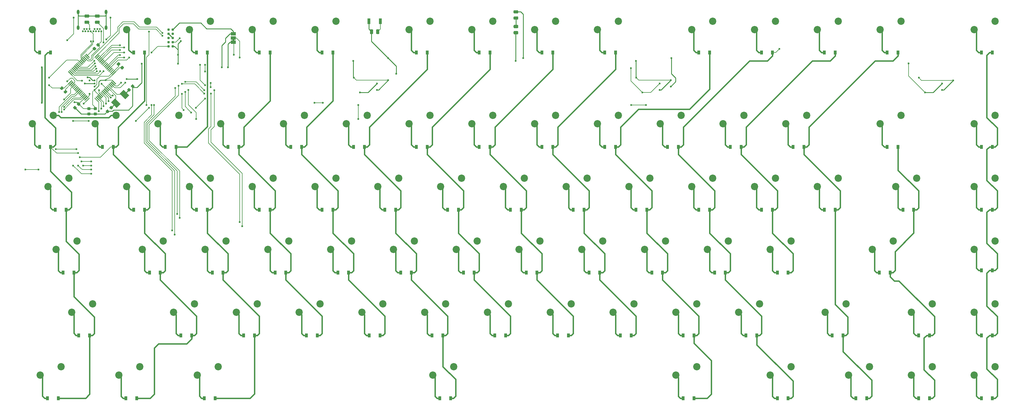
<source format=gbr>
G04 #@! TF.GenerationSoftware,KiCad,Pcbnew,5.1.5-52549c5~84~ubuntu18.04.1*
G04 #@! TF.CreationDate,2020-03-23T20:00:11-05:00*
G04 #@! TF.ProjectId,keyboard-cherry-mx-pcb-mounted,6b657962-6f61-4726-942d-636865727279,rev?*
G04 #@! TF.SameCoordinates,Original*
G04 #@! TF.FileFunction,Copper,L2,Bot*
G04 #@! TF.FilePolarity,Positive*
%FSLAX46Y46*%
G04 Gerber Fmt 4.6, Leading zero omitted, Abs format (unit mm)*
G04 Created by KiCad (PCBNEW 5.1.5-52549c5~84~ubuntu18.04.1) date 2020-03-23 20:00:11*
%MOMM*%
%LPD*%
G04 APERTURE LIST*
%ADD10C,0.100000*%
%ADD11C,2.200000*%
%ADD12C,0.600000*%
%ADD13O,0.800000X1.400000*%
%ADD14R,0.900000X1.700000*%
%ADD15R,1.500000X1.000000*%
%ADD16R,0.900000X1.200000*%
%ADD17C,0.787400*%
%ADD18C,0.400000*%
%ADD19C,0.250000*%
%ADD20C,0.150000*%
%ADD21C,0.127000*%
%ADD22C,0.200000*%
G04 APERTURE END LIST*
D10*
G36*
X80310000Y-53605000D02*
G01*
X80310000Y-53105000D01*
X79710000Y-53105000D01*
X79710000Y-53605000D01*
X80310000Y-53605000D01*
G37*
D11*
X168275000Y-95250000D03*
X161925000Y-97790000D03*
X38100000Y-78740000D03*
X44450000Y-76200000D03*
X25400000Y-76200000D03*
X19050000Y-78740000D03*
X239712500Y-133350000D03*
X233362500Y-135890000D03*
X311150000Y-95250000D03*
X304800000Y-97790000D03*
X287337500Y-95250000D03*
X280987500Y-97790000D03*
X311150000Y-133350000D03*
X304800000Y-135890000D03*
X146843750Y-152400000D03*
X140493750Y-154940000D03*
G04 #@! TA.AperFunction,SMDPad,CuDef*
D10*
G36*
X41838077Y-74378274D02*
G01*
X41859312Y-74381424D01*
X41880136Y-74386640D01*
X41900348Y-74393872D01*
X41919754Y-74403051D01*
X41938167Y-74414087D01*
X41955410Y-74426875D01*
X41971316Y-74441291D01*
X42333709Y-74803684D01*
X42348125Y-74819590D01*
X42360913Y-74836833D01*
X42371949Y-74855246D01*
X42381128Y-74874652D01*
X42388360Y-74894864D01*
X42393576Y-74915688D01*
X42396726Y-74936923D01*
X42397779Y-74958364D01*
X42396726Y-74979805D01*
X42393576Y-75001040D01*
X42388360Y-75021864D01*
X42381128Y-75042076D01*
X42371949Y-75061482D01*
X42360913Y-75079895D01*
X42348125Y-75097138D01*
X42333709Y-75113044D01*
X42024350Y-75422403D01*
X42008444Y-75436819D01*
X41991201Y-75449607D01*
X41972788Y-75460643D01*
X41953382Y-75469822D01*
X41933170Y-75477054D01*
X41912346Y-75482270D01*
X41891111Y-75485420D01*
X41869670Y-75486473D01*
X41848229Y-75485420D01*
X41826994Y-75482270D01*
X41806170Y-75477054D01*
X41785958Y-75469822D01*
X41766552Y-75460643D01*
X41748139Y-75449607D01*
X41730896Y-75436819D01*
X41714990Y-75422403D01*
X41352597Y-75060010D01*
X41338181Y-75044104D01*
X41325393Y-75026861D01*
X41314357Y-75008448D01*
X41305178Y-74989042D01*
X41297946Y-74968830D01*
X41292730Y-74948006D01*
X41289580Y-74926771D01*
X41288527Y-74905330D01*
X41289580Y-74883889D01*
X41292730Y-74862654D01*
X41297946Y-74841830D01*
X41305178Y-74821618D01*
X41314357Y-74802212D01*
X41325393Y-74783799D01*
X41338181Y-74766556D01*
X41352597Y-74750650D01*
X41661956Y-74441291D01*
X41677862Y-74426875D01*
X41695105Y-74414087D01*
X41713518Y-74403051D01*
X41732924Y-74393872D01*
X41753136Y-74386640D01*
X41773960Y-74381424D01*
X41795195Y-74378274D01*
X41816636Y-74377221D01*
X41838077Y-74378274D01*
G37*
G04 #@! TD.AperFunction*
G04 #@! TA.AperFunction,SMDPad,CuDef*
G36*
X42951771Y-73264580D02*
G01*
X42973006Y-73267730D01*
X42993830Y-73272946D01*
X43014042Y-73280178D01*
X43033448Y-73289357D01*
X43051861Y-73300393D01*
X43069104Y-73313181D01*
X43085010Y-73327597D01*
X43447403Y-73689990D01*
X43461819Y-73705896D01*
X43474607Y-73723139D01*
X43485643Y-73741552D01*
X43494822Y-73760958D01*
X43502054Y-73781170D01*
X43507270Y-73801994D01*
X43510420Y-73823229D01*
X43511473Y-73844670D01*
X43510420Y-73866111D01*
X43507270Y-73887346D01*
X43502054Y-73908170D01*
X43494822Y-73928382D01*
X43485643Y-73947788D01*
X43474607Y-73966201D01*
X43461819Y-73983444D01*
X43447403Y-73999350D01*
X43138044Y-74308709D01*
X43122138Y-74323125D01*
X43104895Y-74335913D01*
X43086482Y-74346949D01*
X43067076Y-74356128D01*
X43046864Y-74363360D01*
X43026040Y-74368576D01*
X43004805Y-74371726D01*
X42983364Y-74372779D01*
X42961923Y-74371726D01*
X42940688Y-74368576D01*
X42919864Y-74363360D01*
X42899652Y-74356128D01*
X42880246Y-74346949D01*
X42861833Y-74335913D01*
X42844590Y-74323125D01*
X42828684Y-74308709D01*
X42466291Y-73946316D01*
X42451875Y-73930410D01*
X42439087Y-73913167D01*
X42428051Y-73894754D01*
X42418872Y-73875348D01*
X42411640Y-73855136D01*
X42406424Y-73834312D01*
X42403274Y-73813077D01*
X42402221Y-73791636D01*
X42403274Y-73770195D01*
X42406424Y-73748960D01*
X42411640Y-73728136D01*
X42418872Y-73707924D01*
X42428051Y-73688518D01*
X42439087Y-73670105D01*
X42451875Y-73652862D01*
X42466291Y-73636956D01*
X42775650Y-73327597D01*
X42791556Y-73313181D01*
X42808799Y-73300393D01*
X42827212Y-73289357D01*
X42846618Y-73280178D01*
X42866830Y-73272946D01*
X42887654Y-73267730D01*
X42908889Y-73264580D01*
X42930330Y-73263527D01*
X42951771Y-73264580D01*
G37*
G04 #@! TD.AperFunction*
G04 #@! TA.AperFunction,SMDPad,CuDef*
G36*
X49451771Y-66764580D02*
G01*
X49473006Y-66767730D01*
X49493830Y-66772946D01*
X49514042Y-66780178D01*
X49533448Y-66789357D01*
X49551861Y-66800393D01*
X49569104Y-66813181D01*
X49585010Y-66827597D01*
X49947403Y-67189990D01*
X49961819Y-67205896D01*
X49974607Y-67223139D01*
X49985643Y-67241552D01*
X49994822Y-67260958D01*
X50002054Y-67281170D01*
X50007270Y-67301994D01*
X50010420Y-67323229D01*
X50011473Y-67344670D01*
X50010420Y-67366111D01*
X50007270Y-67387346D01*
X50002054Y-67408170D01*
X49994822Y-67428382D01*
X49985643Y-67447788D01*
X49974607Y-67466201D01*
X49961819Y-67483444D01*
X49947403Y-67499350D01*
X49638044Y-67808709D01*
X49622138Y-67823125D01*
X49604895Y-67835913D01*
X49586482Y-67846949D01*
X49567076Y-67856128D01*
X49546864Y-67863360D01*
X49526040Y-67868576D01*
X49504805Y-67871726D01*
X49483364Y-67872779D01*
X49461923Y-67871726D01*
X49440688Y-67868576D01*
X49419864Y-67863360D01*
X49399652Y-67856128D01*
X49380246Y-67846949D01*
X49361833Y-67835913D01*
X49344590Y-67823125D01*
X49328684Y-67808709D01*
X48966291Y-67446316D01*
X48951875Y-67430410D01*
X48939087Y-67413167D01*
X48928051Y-67394754D01*
X48918872Y-67375348D01*
X48911640Y-67355136D01*
X48906424Y-67334312D01*
X48903274Y-67313077D01*
X48902221Y-67291636D01*
X48903274Y-67270195D01*
X48906424Y-67248960D01*
X48911640Y-67228136D01*
X48918872Y-67207924D01*
X48928051Y-67188518D01*
X48939087Y-67170105D01*
X48951875Y-67152862D01*
X48966291Y-67136956D01*
X49275650Y-66827597D01*
X49291556Y-66813181D01*
X49308799Y-66800393D01*
X49327212Y-66789357D01*
X49346618Y-66780178D01*
X49366830Y-66772946D01*
X49387654Y-66767730D01*
X49408889Y-66764580D01*
X49430330Y-66763527D01*
X49451771Y-66764580D01*
G37*
G04 #@! TD.AperFunction*
G04 #@! TA.AperFunction,SMDPad,CuDef*
G36*
X48338077Y-67878274D02*
G01*
X48359312Y-67881424D01*
X48380136Y-67886640D01*
X48400348Y-67893872D01*
X48419754Y-67903051D01*
X48438167Y-67914087D01*
X48455410Y-67926875D01*
X48471316Y-67941291D01*
X48833709Y-68303684D01*
X48848125Y-68319590D01*
X48860913Y-68336833D01*
X48871949Y-68355246D01*
X48881128Y-68374652D01*
X48888360Y-68394864D01*
X48893576Y-68415688D01*
X48896726Y-68436923D01*
X48897779Y-68458364D01*
X48896726Y-68479805D01*
X48893576Y-68501040D01*
X48888360Y-68521864D01*
X48881128Y-68542076D01*
X48871949Y-68561482D01*
X48860913Y-68579895D01*
X48848125Y-68597138D01*
X48833709Y-68613044D01*
X48524350Y-68922403D01*
X48508444Y-68936819D01*
X48491201Y-68949607D01*
X48472788Y-68960643D01*
X48453382Y-68969822D01*
X48433170Y-68977054D01*
X48412346Y-68982270D01*
X48391111Y-68985420D01*
X48369670Y-68986473D01*
X48348229Y-68985420D01*
X48326994Y-68982270D01*
X48306170Y-68977054D01*
X48285958Y-68969822D01*
X48266552Y-68960643D01*
X48248139Y-68949607D01*
X48230896Y-68936819D01*
X48214990Y-68922403D01*
X47852597Y-68560010D01*
X47838181Y-68544104D01*
X47825393Y-68526861D01*
X47814357Y-68508448D01*
X47805178Y-68489042D01*
X47797946Y-68468830D01*
X47792730Y-68448006D01*
X47789580Y-68426771D01*
X47788527Y-68405330D01*
X47789580Y-68383889D01*
X47792730Y-68362654D01*
X47797946Y-68341830D01*
X47805178Y-68321618D01*
X47814357Y-68302212D01*
X47825393Y-68283799D01*
X47838181Y-68266556D01*
X47852597Y-68250650D01*
X48161956Y-67941291D01*
X48177862Y-67926875D01*
X48195105Y-67914087D01*
X48213518Y-67903051D01*
X48232924Y-67893872D01*
X48253136Y-67886640D01*
X48273960Y-67881424D01*
X48295195Y-67878274D01*
X48316636Y-67877221D01*
X48338077Y-67878274D01*
G37*
G04 #@! TD.AperFunction*
G04 #@! TA.AperFunction,SMDPad,CuDef*
G36*
X46324805Y-61153774D02*
G01*
X46346040Y-61156924D01*
X46366864Y-61162140D01*
X46387076Y-61169372D01*
X46406482Y-61178551D01*
X46424895Y-61189587D01*
X46442138Y-61202375D01*
X46458044Y-61216791D01*
X46767403Y-61526150D01*
X46781819Y-61542056D01*
X46794607Y-61559299D01*
X46805643Y-61577712D01*
X46814822Y-61597118D01*
X46822054Y-61617330D01*
X46827270Y-61638154D01*
X46830420Y-61659389D01*
X46831473Y-61680830D01*
X46830420Y-61702271D01*
X46827270Y-61723506D01*
X46822054Y-61744330D01*
X46814822Y-61764542D01*
X46805643Y-61783948D01*
X46794607Y-61802361D01*
X46781819Y-61819604D01*
X46767403Y-61835510D01*
X46405010Y-62197903D01*
X46389104Y-62212319D01*
X46371861Y-62225107D01*
X46353448Y-62236143D01*
X46334042Y-62245322D01*
X46313830Y-62252554D01*
X46293006Y-62257770D01*
X46271771Y-62260920D01*
X46250330Y-62261973D01*
X46228889Y-62260920D01*
X46207654Y-62257770D01*
X46186830Y-62252554D01*
X46166618Y-62245322D01*
X46147212Y-62236143D01*
X46128799Y-62225107D01*
X46111556Y-62212319D01*
X46095650Y-62197903D01*
X45786291Y-61888544D01*
X45771875Y-61872638D01*
X45759087Y-61855395D01*
X45748051Y-61836982D01*
X45738872Y-61817576D01*
X45731640Y-61797364D01*
X45726424Y-61776540D01*
X45723274Y-61755305D01*
X45722221Y-61733864D01*
X45723274Y-61712423D01*
X45726424Y-61691188D01*
X45731640Y-61670364D01*
X45738872Y-61650152D01*
X45748051Y-61630746D01*
X45759087Y-61612333D01*
X45771875Y-61595090D01*
X45786291Y-61579184D01*
X46148684Y-61216791D01*
X46164590Y-61202375D01*
X46181833Y-61189587D01*
X46200246Y-61178551D01*
X46219652Y-61169372D01*
X46239864Y-61162140D01*
X46260688Y-61156924D01*
X46281923Y-61153774D01*
X46303364Y-61152721D01*
X46324805Y-61153774D01*
G37*
G04 #@! TD.AperFunction*
G04 #@! TA.AperFunction,SMDPad,CuDef*
G36*
X45211111Y-60040080D02*
G01*
X45232346Y-60043230D01*
X45253170Y-60048446D01*
X45273382Y-60055678D01*
X45292788Y-60064857D01*
X45311201Y-60075893D01*
X45328444Y-60088681D01*
X45344350Y-60103097D01*
X45653709Y-60412456D01*
X45668125Y-60428362D01*
X45680913Y-60445605D01*
X45691949Y-60464018D01*
X45701128Y-60483424D01*
X45708360Y-60503636D01*
X45713576Y-60524460D01*
X45716726Y-60545695D01*
X45717779Y-60567136D01*
X45716726Y-60588577D01*
X45713576Y-60609812D01*
X45708360Y-60630636D01*
X45701128Y-60650848D01*
X45691949Y-60670254D01*
X45680913Y-60688667D01*
X45668125Y-60705910D01*
X45653709Y-60721816D01*
X45291316Y-61084209D01*
X45275410Y-61098625D01*
X45258167Y-61111413D01*
X45239754Y-61122449D01*
X45220348Y-61131628D01*
X45200136Y-61138860D01*
X45179312Y-61144076D01*
X45158077Y-61147226D01*
X45136636Y-61148279D01*
X45115195Y-61147226D01*
X45093960Y-61144076D01*
X45073136Y-61138860D01*
X45052924Y-61131628D01*
X45033518Y-61122449D01*
X45015105Y-61111413D01*
X44997862Y-61098625D01*
X44981956Y-61084209D01*
X44672597Y-60774850D01*
X44658181Y-60758944D01*
X44645393Y-60741701D01*
X44634357Y-60723288D01*
X44625178Y-60703882D01*
X44617946Y-60683670D01*
X44612730Y-60662846D01*
X44609580Y-60641611D01*
X44608527Y-60620170D01*
X44609580Y-60598729D01*
X44612730Y-60577494D01*
X44617946Y-60556670D01*
X44625178Y-60536458D01*
X44634357Y-60517052D01*
X44645393Y-60498639D01*
X44658181Y-60481396D01*
X44672597Y-60465490D01*
X45034990Y-60103097D01*
X45050896Y-60088681D01*
X45068139Y-60075893D01*
X45086552Y-60064857D01*
X45105958Y-60055678D01*
X45126170Y-60048446D01*
X45146994Y-60043230D01*
X45168229Y-60040080D01*
X45189670Y-60039027D01*
X45211111Y-60040080D01*
G37*
G04 #@! TD.AperFunction*
G04 #@! TA.AperFunction,SMDPad,CuDef*
G36*
X28002611Y-67342580D02*
G01*
X28023846Y-67345730D01*
X28044670Y-67350946D01*
X28064882Y-67358178D01*
X28084288Y-67367357D01*
X28102701Y-67378393D01*
X28119944Y-67391181D01*
X28135850Y-67405597D01*
X28445209Y-67714956D01*
X28459625Y-67730862D01*
X28472413Y-67748105D01*
X28483449Y-67766518D01*
X28492628Y-67785924D01*
X28499860Y-67806136D01*
X28505076Y-67826960D01*
X28508226Y-67848195D01*
X28509279Y-67869636D01*
X28508226Y-67891077D01*
X28505076Y-67912312D01*
X28499860Y-67933136D01*
X28492628Y-67953348D01*
X28483449Y-67972754D01*
X28472413Y-67991167D01*
X28459625Y-68008410D01*
X28445209Y-68024316D01*
X28082816Y-68386709D01*
X28066910Y-68401125D01*
X28049667Y-68413913D01*
X28031254Y-68424949D01*
X28011848Y-68434128D01*
X27991636Y-68441360D01*
X27970812Y-68446576D01*
X27949577Y-68449726D01*
X27928136Y-68450779D01*
X27906695Y-68449726D01*
X27885460Y-68446576D01*
X27864636Y-68441360D01*
X27844424Y-68434128D01*
X27825018Y-68424949D01*
X27806605Y-68413913D01*
X27789362Y-68401125D01*
X27773456Y-68386709D01*
X27464097Y-68077350D01*
X27449681Y-68061444D01*
X27436893Y-68044201D01*
X27425857Y-68025788D01*
X27416678Y-68006382D01*
X27409446Y-67986170D01*
X27404230Y-67965346D01*
X27401080Y-67944111D01*
X27400027Y-67922670D01*
X27401080Y-67901229D01*
X27404230Y-67879994D01*
X27409446Y-67859170D01*
X27416678Y-67838958D01*
X27425857Y-67819552D01*
X27436893Y-67801139D01*
X27449681Y-67783896D01*
X27464097Y-67767990D01*
X27826490Y-67405597D01*
X27842396Y-67391181D01*
X27859639Y-67378393D01*
X27878052Y-67367357D01*
X27897458Y-67358178D01*
X27917670Y-67350946D01*
X27938494Y-67345730D01*
X27959729Y-67342580D01*
X27981170Y-67341527D01*
X28002611Y-67342580D01*
G37*
G04 #@! TD.AperFunction*
G04 #@! TA.AperFunction,SMDPad,CuDef*
G36*
X29116305Y-68456274D02*
G01*
X29137540Y-68459424D01*
X29158364Y-68464640D01*
X29178576Y-68471872D01*
X29197982Y-68481051D01*
X29216395Y-68492087D01*
X29233638Y-68504875D01*
X29249544Y-68519291D01*
X29558903Y-68828650D01*
X29573319Y-68844556D01*
X29586107Y-68861799D01*
X29597143Y-68880212D01*
X29606322Y-68899618D01*
X29613554Y-68919830D01*
X29618770Y-68940654D01*
X29621920Y-68961889D01*
X29622973Y-68983330D01*
X29621920Y-69004771D01*
X29618770Y-69026006D01*
X29613554Y-69046830D01*
X29606322Y-69067042D01*
X29597143Y-69086448D01*
X29586107Y-69104861D01*
X29573319Y-69122104D01*
X29558903Y-69138010D01*
X29196510Y-69500403D01*
X29180604Y-69514819D01*
X29163361Y-69527607D01*
X29144948Y-69538643D01*
X29125542Y-69547822D01*
X29105330Y-69555054D01*
X29084506Y-69560270D01*
X29063271Y-69563420D01*
X29041830Y-69564473D01*
X29020389Y-69563420D01*
X28999154Y-69560270D01*
X28978330Y-69555054D01*
X28958118Y-69547822D01*
X28938712Y-69538643D01*
X28920299Y-69527607D01*
X28903056Y-69514819D01*
X28887150Y-69500403D01*
X28577791Y-69191044D01*
X28563375Y-69175138D01*
X28550587Y-69157895D01*
X28539551Y-69139482D01*
X28530372Y-69120076D01*
X28523140Y-69099864D01*
X28517924Y-69079040D01*
X28514774Y-69057805D01*
X28513721Y-69036364D01*
X28514774Y-69014923D01*
X28517924Y-68993688D01*
X28523140Y-68972864D01*
X28530372Y-68952652D01*
X28539551Y-68933246D01*
X28550587Y-68914833D01*
X28563375Y-68897590D01*
X28577791Y-68881684D01*
X28940184Y-68519291D01*
X28956090Y-68504875D01*
X28973333Y-68492087D01*
X28991746Y-68481051D01*
X29011152Y-68471872D01*
X29031364Y-68464640D01*
X29052188Y-68459424D01*
X29073423Y-68456274D01*
X29094864Y-68455221D01*
X29116305Y-68456274D01*
G37*
G04 #@! TD.AperFunction*
G04 #@! TA.AperFunction,SMDPad,CuDef*
G36*
X37838077Y-55378274D02*
G01*
X37859312Y-55381424D01*
X37880136Y-55386640D01*
X37900348Y-55393872D01*
X37919754Y-55403051D01*
X37938167Y-55414087D01*
X37955410Y-55426875D01*
X37971316Y-55441291D01*
X38333709Y-55803684D01*
X38348125Y-55819590D01*
X38360913Y-55836833D01*
X38371949Y-55855246D01*
X38381128Y-55874652D01*
X38388360Y-55894864D01*
X38393576Y-55915688D01*
X38396726Y-55936923D01*
X38397779Y-55958364D01*
X38396726Y-55979805D01*
X38393576Y-56001040D01*
X38388360Y-56021864D01*
X38381128Y-56042076D01*
X38371949Y-56061482D01*
X38360913Y-56079895D01*
X38348125Y-56097138D01*
X38333709Y-56113044D01*
X38024350Y-56422403D01*
X38008444Y-56436819D01*
X37991201Y-56449607D01*
X37972788Y-56460643D01*
X37953382Y-56469822D01*
X37933170Y-56477054D01*
X37912346Y-56482270D01*
X37891111Y-56485420D01*
X37869670Y-56486473D01*
X37848229Y-56485420D01*
X37826994Y-56482270D01*
X37806170Y-56477054D01*
X37785958Y-56469822D01*
X37766552Y-56460643D01*
X37748139Y-56449607D01*
X37730896Y-56436819D01*
X37714990Y-56422403D01*
X37352597Y-56060010D01*
X37338181Y-56044104D01*
X37325393Y-56026861D01*
X37314357Y-56008448D01*
X37305178Y-55989042D01*
X37297946Y-55968830D01*
X37292730Y-55948006D01*
X37289580Y-55926771D01*
X37288527Y-55905330D01*
X37289580Y-55883889D01*
X37292730Y-55862654D01*
X37297946Y-55841830D01*
X37305178Y-55821618D01*
X37314357Y-55802212D01*
X37325393Y-55783799D01*
X37338181Y-55766556D01*
X37352597Y-55750650D01*
X37661956Y-55441291D01*
X37677862Y-55426875D01*
X37695105Y-55414087D01*
X37713518Y-55403051D01*
X37732924Y-55393872D01*
X37753136Y-55386640D01*
X37773960Y-55381424D01*
X37795195Y-55378274D01*
X37816636Y-55377221D01*
X37838077Y-55378274D01*
G37*
G04 #@! TD.AperFunction*
G04 #@! TA.AperFunction,SMDPad,CuDef*
G36*
X38951771Y-54264580D02*
G01*
X38973006Y-54267730D01*
X38993830Y-54272946D01*
X39014042Y-54280178D01*
X39033448Y-54289357D01*
X39051861Y-54300393D01*
X39069104Y-54313181D01*
X39085010Y-54327597D01*
X39447403Y-54689990D01*
X39461819Y-54705896D01*
X39474607Y-54723139D01*
X39485643Y-54741552D01*
X39494822Y-54760958D01*
X39502054Y-54781170D01*
X39507270Y-54801994D01*
X39510420Y-54823229D01*
X39511473Y-54844670D01*
X39510420Y-54866111D01*
X39507270Y-54887346D01*
X39502054Y-54908170D01*
X39494822Y-54928382D01*
X39485643Y-54947788D01*
X39474607Y-54966201D01*
X39461819Y-54983444D01*
X39447403Y-54999350D01*
X39138044Y-55308709D01*
X39122138Y-55323125D01*
X39104895Y-55335913D01*
X39086482Y-55346949D01*
X39067076Y-55356128D01*
X39046864Y-55363360D01*
X39026040Y-55368576D01*
X39004805Y-55371726D01*
X38983364Y-55372779D01*
X38961923Y-55371726D01*
X38940688Y-55368576D01*
X38919864Y-55363360D01*
X38899652Y-55356128D01*
X38880246Y-55346949D01*
X38861833Y-55335913D01*
X38844590Y-55323125D01*
X38828684Y-55308709D01*
X38466291Y-54946316D01*
X38451875Y-54930410D01*
X38439087Y-54913167D01*
X38428051Y-54894754D01*
X38418872Y-54875348D01*
X38411640Y-54855136D01*
X38406424Y-54834312D01*
X38403274Y-54813077D01*
X38402221Y-54791636D01*
X38403274Y-54770195D01*
X38406424Y-54748960D01*
X38411640Y-54728136D01*
X38418872Y-54707924D01*
X38428051Y-54688518D01*
X38439087Y-54670105D01*
X38451875Y-54652862D01*
X38466291Y-54636956D01*
X38775650Y-54327597D01*
X38791556Y-54313181D01*
X38808799Y-54300393D01*
X38827212Y-54289357D01*
X38846618Y-54280178D01*
X38866830Y-54272946D01*
X38887654Y-54267730D01*
X38908889Y-54264580D01*
X38930330Y-54263527D01*
X38951771Y-54264580D01*
G37*
G04 #@! TD.AperFunction*
G04 #@! TA.AperFunction,SMDPad,CuDef*
G36*
X33063771Y-72168580D02*
G01*
X33085006Y-72171730D01*
X33105830Y-72176946D01*
X33126042Y-72184178D01*
X33145448Y-72193357D01*
X33163861Y-72204393D01*
X33181104Y-72217181D01*
X33197010Y-72231597D01*
X33559403Y-72593990D01*
X33573819Y-72609896D01*
X33586607Y-72627139D01*
X33597643Y-72645552D01*
X33606822Y-72664958D01*
X33614054Y-72685170D01*
X33619270Y-72705994D01*
X33622420Y-72727229D01*
X33623473Y-72748670D01*
X33622420Y-72770111D01*
X33619270Y-72791346D01*
X33614054Y-72812170D01*
X33606822Y-72832382D01*
X33597643Y-72851788D01*
X33586607Y-72870201D01*
X33573819Y-72887444D01*
X33559403Y-72903350D01*
X33250044Y-73212709D01*
X33234138Y-73227125D01*
X33216895Y-73239913D01*
X33198482Y-73250949D01*
X33179076Y-73260128D01*
X33158864Y-73267360D01*
X33138040Y-73272576D01*
X33116805Y-73275726D01*
X33095364Y-73276779D01*
X33073923Y-73275726D01*
X33052688Y-73272576D01*
X33031864Y-73267360D01*
X33011652Y-73260128D01*
X32992246Y-73250949D01*
X32973833Y-73239913D01*
X32956590Y-73227125D01*
X32940684Y-73212709D01*
X32578291Y-72850316D01*
X32563875Y-72834410D01*
X32551087Y-72817167D01*
X32540051Y-72798754D01*
X32530872Y-72779348D01*
X32523640Y-72759136D01*
X32518424Y-72738312D01*
X32515274Y-72717077D01*
X32514221Y-72695636D01*
X32515274Y-72674195D01*
X32518424Y-72652960D01*
X32523640Y-72632136D01*
X32530872Y-72611924D01*
X32540051Y-72592518D01*
X32551087Y-72574105D01*
X32563875Y-72556862D01*
X32578291Y-72540956D01*
X32887650Y-72231597D01*
X32903556Y-72217181D01*
X32920799Y-72204393D01*
X32939212Y-72193357D01*
X32958618Y-72184178D01*
X32978830Y-72176946D01*
X32999654Y-72171730D01*
X33020889Y-72168580D01*
X33042330Y-72167527D01*
X33063771Y-72168580D01*
G37*
G04 #@! TD.AperFunction*
G04 #@! TA.AperFunction,SMDPad,CuDef*
G36*
X31950077Y-73282274D02*
G01*
X31971312Y-73285424D01*
X31992136Y-73290640D01*
X32012348Y-73297872D01*
X32031754Y-73307051D01*
X32050167Y-73318087D01*
X32067410Y-73330875D01*
X32083316Y-73345291D01*
X32445709Y-73707684D01*
X32460125Y-73723590D01*
X32472913Y-73740833D01*
X32483949Y-73759246D01*
X32493128Y-73778652D01*
X32500360Y-73798864D01*
X32505576Y-73819688D01*
X32508726Y-73840923D01*
X32509779Y-73862364D01*
X32508726Y-73883805D01*
X32505576Y-73905040D01*
X32500360Y-73925864D01*
X32493128Y-73946076D01*
X32483949Y-73965482D01*
X32472913Y-73983895D01*
X32460125Y-74001138D01*
X32445709Y-74017044D01*
X32136350Y-74326403D01*
X32120444Y-74340819D01*
X32103201Y-74353607D01*
X32084788Y-74364643D01*
X32065382Y-74373822D01*
X32045170Y-74381054D01*
X32024346Y-74386270D01*
X32003111Y-74389420D01*
X31981670Y-74390473D01*
X31960229Y-74389420D01*
X31938994Y-74386270D01*
X31918170Y-74381054D01*
X31897958Y-74373822D01*
X31878552Y-74364643D01*
X31860139Y-74353607D01*
X31842896Y-74340819D01*
X31826990Y-74326403D01*
X31464597Y-73964010D01*
X31450181Y-73948104D01*
X31437393Y-73930861D01*
X31426357Y-73912448D01*
X31417178Y-73893042D01*
X31409946Y-73872830D01*
X31404730Y-73852006D01*
X31401580Y-73830771D01*
X31400527Y-73809330D01*
X31401580Y-73787889D01*
X31404730Y-73766654D01*
X31409946Y-73745830D01*
X31417178Y-73725618D01*
X31426357Y-73706212D01*
X31437393Y-73687799D01*
X31450181Y-73670556D01*
X31464597Y-73654650D01*
X31773956Y-73345291D01*
X31789862Y-73330875D01*
X31807105Y-73318087D01*
X31825518Y-73307051D01*
X31844924Y-73297872D01*
X31865136Y-73290640D01*
X31885960Y-73285424D01*
X31907195Y-73282274D01*
X31928636Y-73281221D01*
X31950077Y-73282274D01*
G37*
G04 #@! TD.AperFunction*
D12*
X39547500Y-50000000D03*
X38747500Y-50000000D03*
X37947500Y-50000000D03*
X36347500Y-50000000D03*
X35547500Y-50000000D03*
X34747500Y-50000000D03*
X39947500Y-50700000D03*
X38347500Y-50700000D03*
X37547500Y-50700000D03*
X36747500Y-50700000D03*
X35947500Y-50700000D03*
X34347500Y-50700000D03*
D13*
X41417500Y-44820000D03*
X32877500Y-44820000D03*
X32877500Y-49550000D03*
X41417500Y-49550000D03*
D12*
X35147500Y-50700000D03*
X39147500Y-50700000D03*
D11*
X242887500Y-154940000D03*
X249237500Y-152400000D03*
X214312500Y-154940000D03*
X220662500Y-152400000D03*
G04 #@! TA.AperFunction,SMDPad,CuDef*
D10*
G36*
X44094365Y-70983579D02*
G01*
X45791421Y-72680635D01*
X44589339Y-73882717D01*
X42892283Y-72185661D01*
X44094365Y-70983579D01*
G37*
G04 #@! TD.AperFunction*
G04 #@! TA.AperFunction,SMDPad,CuDef*
G36*
X46710661Y-68367283D02*
G01*
X48407717Y-70064339D01*
X47205635Y-71266421D01*
X45508579Y-69569365D01*
X46710661Y-68367283D01*
G37*
G04 #@! TD.AperFunction*
G04 #@! TA.AperFunction,SMDPad,CuDef*
G36*
X44261274Y-62786172D02*
G01*
X44268555Y-62787252D01*
X44275694Y-62789040D01*
X44282624Y-62791520D01*
X44289278Y-62794667D01*
X44295591Y-62798451D01*
X44301502Y-62802835D01*
X44306956Y-62807778D01*
X44413022Y-62913844D01*
X44417965Y-62919298D01*
X44422349Y-62925209D01*
X44426133Y-62931522D01*
X44429280Y-62938176D01*
X44431760Y-62945106D01*
X44433548Y-62952245D01*
X44434628Y-62959526D01*
X44434989Y-62966877D01*
X44434628Y-62974228D01*
X44433548Y-62981509D01*
X44431760Y-62988648D01*
X44429280Y-62995578D01*
X44426133Y-63002232D01*
X44422349Y-63008545D01*
X44417965Y-63014456D01*
X44413022Y-63019910D01*
X43423072Y-64009860D01*
X43417618Y-64014803D01*
X43411707Y-64019187D01*
X43405394Y-64022971D01*
X43398740Y-64026118D01*
X43391810Y-64028598D01*
X43384671Y-64030386D01*
X43377390Y-64031466D01*
X43370039Y-64031827D01*
X43362688Y-64031466D01*
X43355407Y-64030386D01*
X43348268Y-64028598D01*
X43341338Y-64026118D01*
X43334684Y-64022971D01*
X43328371Y-64019187D01*
X43322460Y-64014803D01*
X43317006Y-64009860D01*
X43210940Y-63903794D01*
X43205997Y-63898340D01*
X43201613Y-63892429D01*
X43197829Y-63886116D01*
X43194682Y-63879462D01*
X43192202Y-63872532D01*
X43190414Y-63865393D01*
X43189334Y-63858112D01*
X43188973Y-63850761D01*
X43189334Y-63843410D01*
X43190414Y-63836129D01*
X43192202Y-63828990D01*
X43194682Y-63822060D01*
X43197829Y-63815406D01*
X43201613Y-63809093D01*
X43205997Y-63803182D01*
X43210940Y-63797728D01*
X44200890Y-62807778D01*
X44206344Y-62802835D01*
X44212255Y-62798451D01*
X44218568Y-62794667D01*
X44225222Y-62791520D01*
X44232152Y-62789040D01*
X44239291Y-62787252D01*
X44246572Y-62786172D01*
X44253923Y-62785811D01*
X44261274Y-62786172D01*
G37*
G04 #@! TD.AperFunction*
G04 #@! TA.AperFunction,SMDPad,CuDef*
G36*
X43907721Y-62432619D02*
G01*
X43915002Y-62433699D01*
X43922141Y-62435487D01*
X43929071Y-62437967D01*
X43935725Y-62441114D01*
X43942038Y-62444898D01*
X43947949Y-62449282D01*
X43953403Y-62454225D01*
X44059469Y-62560291D01*
X44064412Y-62565745D01*
X44068796Y-62571656D01*
X44072580Y-62577969D01*
X44075727Y-62584623D01*
X44078207Y-62591553D01*
X44079995Y-62598692D01*
X44081075Y-62605973D01*
X44081436Y-62613324D01*
X44081075Y-62620675D01*
X44079995Y-62627956D01*
X44078207Y-62635095D01*
X44075727Y-62642025D01*
X44072580Y-62648679D01*
X44068796Y-62654992D01*
X44064412Y-62660903D01*
X44059469Y-62666357D01*
X43069519Y-63656307D01*
X43064065Y-63661250D01*
X43058154Y-63665634D01*
X43051841Y-63669418D01*
X43045187Y-63672565D01*
X43038257Y-63675045D01*
X43031118Y-63676833D01*
X43023837Y-63677913D01*
X43016486Y-63678274D01*
X43009135Y-63677913D01*
X43001854Y-63676833D01*
X42994715Y-63675045D01*
X42987785Y-63672565D01*
X42981131Y-63669418D01*
X42974818Y-63665634D01*
X42968907Y-63661250D01*
X42963453Y-63656307D01*
X42857387Y-63550241D01*
X42852444Y-63544787D01*
X42848060Y-63538876D01*
X42844276Y-63532563D01*
X42841129Y-63525909D01*
X42838649Y-63518979D01*
X42836861Y-63511840D01*
X42835781Y-63504559D01*
X42835420Y-63497208D01*
X42835781Y-63489857D01*
X42836861Y-63482576D01*
X42838649Y-63475437D01*
X42841129Y-63468507D01*
X42844276Y-63461853D01*
X42848060Y-63455540D01*
X42852444Y-63449629D01*
X42857387Y-63444175D01*
X43847337Y-62454225D01*
X43852791Y-62449282D01*
X43858702Y-62444898D01*
X43865015Y-62441114D01*
X43871669Y-62437967D01*
X43878599Y-62435487D01*
X43885738Y-62433699D01*
X43893019Y-62432619D01*
X43900370Y-62432258D01*
X43907721Y-62432619D01*
G37*
G04 #@! TD.AperFunction*
G04 #@! TA.AperFunction,SMDPad,CuDef*
G36*
X43554168Y-62079066D02*
G01*
X43561449Y-62080146D01*
X43568588Y-62081934D01*
X43575518Y-62084414D01*
X43582172Y-62087561D01*
X43588485Y-62091345D01*
X43594396Y-62095729D01*
X43599850Y-62100672D01*
X43705916Y-62206738D01*
X43710859Y-62212192D01*
X43715243Y-62218103D01*
X43719027Y-62224416D01*
X43722174Y-62231070D01*
X43724654Y-62238000D01*
X43726442Y-62245139D01*
X43727522Y-62252420D01*
X43727883Y-62259771D01*
X43727522Y-62267122D01*
X43726442Y-62274403D01*
X43724654Y-62281542D01*
X43722174Y-62288472D01*
X43719027Y-62295126D01*
X43715243Y-62301439D01*
X43710859Y-62307350D01*
X43705916Y-62312804D01*
X42715966Y-63302754D01*
X42710512Y-63307697D01*
X42704601Y-63312081D01*
X42698288Y-63315865D01*
X42691634Y-63319012D01*
X42684704Y-63321492D01*
X42677565Y-63323280D01*
X42670284Y-63324360D01*
X42662933Y-63324721D01*
X42655582Y-63324360D01*
X42648301Y-63323280D01*
X42641162Y-63321492D01*
X42634232Y-63319012D01*
X42627578Y-63315865D01*
X42621265Y-63312081D01*
X42615354Y-63307697D01*
X42609900Y-63302754D01*
X42503834Y-63196688D01*
X42498891Y-63191234D01*
X42494507Y-63185323D01*
X42490723Y-63179010D01*
X42487576Y-63172356D01*
X42485096Y-63165426D01*
X42483308Y-63158287D01*
X42482228Y-63151006D01*
X42481867Y-63143655D01*
X42482228Y-63136304D01*
X42483308Y-63129023D01*
X42485096Y-63121884D01*
X42487576Y-63114954D01*
X42490723Y-63108300D01*
X42494507Y-63101987D01*
X42498891Y-63096076D01*
X42503834Y-63090622D01*
X43493784Y-62100672D01*
X43499238Y-62095729D01*
X43505149Y-62091345D01*
X43511462Y-62087561D01*
X43518116Y-62084414D01*
X43525046Y-62081934D01*
X43532185Y-62080146D01*
X43539466Y-62079066D01*
X43546817Y-62078705D01*
X43554168Y-62079066D01*
G37*
G04 #@! TD.AperFunction*
G04 #@! TA.AperFunction,SMDPad,CuDef*
G36*
X43200614Y-61725512D02*
G01*
X43207895Y-61726592D01*
X43215034Y-61728380D01*
X43221964Y-61730860D01*
X43228618Y-61734007D01*
X43234931Y-61737791D01*
X43240842Y-61742175D01*
X43246296Y-61747118D01*
X43352362Y-61853184D01*
X43357305Y-61858638D01*
X43361689Y-61864549D01*
X43365473Y-61870862D01*
X43368620Y-61877516D01*
X43371100Y-61884446D01*
X43372888Y-61891585D01*
X43373968Y-61898866D01*
X43374329Y-61906217D01*
X43373968Y-61913568D01*
X43372888Y-61920849D01*
X43371100Y-61927988D01*
X43368620Y-61934918D01*
X43365473Y-61941572D01*
X43361689Y-61947885D01*
X43357305Y-61953796D01*
X43352362Y-61959250D01*
X42362412Y-62949200D01*
X42356958Y-62954143D01*
X42351047Y-62958527D01*
X42344734Y-62962311D01*
X42338080Y-62965458D01*
X42331150Y-62967938D01*
X42324011Y-62969726D01*
X42316730Y-62970806D01*
X42309379Y-62971167D01*
X42302028Y-62970806D01*
X42294747Y-62969726D01*
X42287608Y-62967938D01*
X42280678Y-62965458D01*
X42274024Y-62962311D01*
X42267711Y-62958527D01*
X42261800Y-62954143D01*
X42256346Y-62949200D01*
X42150280Y-62843134D01*
X42145337Y-62837680D01*
X42140953Y-62831769D01*
X42137169Y-62825456D01*
X42134022Y-62818802D01*
X42131542Y-62811872D01*
X42129754Y-62804733D01*
X42128674Y-62797452D01*
X42128313Y-62790101D01*
X42128674Y-62782750D01*
X42129754Y-62775469D01*
X42131542Y-62768330D01*
X42134022Y-62761400D01*
X42137169Y-62754746D01*
X42140953Y-62748433D01*
X42145337Y-62742522D01*
X42150280Y-62737068D01*
X43140230Y-61747118D01*
X43145684Y-61742175D01*
X43151595Y-61737791D01*
X43157908Y-61734007D01*
X43164562Y-61730860D01*
X43171492Y-61728380D01*
X43178631Y-61726592D01*
X43185912Y-61725512D01*
X43193263Y-61725151D01*
X43200614Y-61725512D01*
G37*
G04 #@! TD.AperFunction*
G04 #@! TA.AperFunction,SMDPad,CuDef*
G36*
X42847061Y-61371959D02*
G01*
X42854342Y-61373039D01*
X42861481Y-61374827D01*
X42868411Y-61377307D01*
X42875065Y-61380454D01*
X42881378Y-61384238D01*
X42887289Y-61388622D01*
X42892743Y-61393565D01*
X42998809Y-61499631D01*
X43003752Y-61505085D01*
X43008136Y-61510996D01*
X43011920Y-61517309D01*
X43015067Y-61523963D01*
X43017547Y-61530893D01*
X43019335Y-61538032D01*
X43020415Y-61545313D01*
X43020776Y-61552664D01*
X43020415Y-61560015D01*
X43019335Y-61567296D01*
X43017547Y-61574435D01*
X43015067Y-61581365D01*
X43011920Y-61588019D01*
X43008136Y-61594332D01*
X43003752Y-61600243D01*
X42998809Y-61605697D01*
X42008859Y-62595647D01*
X42003405Y-62600590D01*
X41997494Y-62604974D01*
X41991181Y-62608758D01*
X41984527Y-62611905D01*
X41977597Y-62614385D01*
X41970458Y-62616173D01*
X41963177Y-62617253D01*
X41955826Y-62617614D01*
X41948475Y-62617253D01*
X41941194Y-62616173D01*
X41934055Y-62614385D01*
X41927125Y-62611905D01*
X41920471Y-62608758D01*
X41914158Y-62604974D01*
X41908247Y-62600590D01*
X41902793Y-62595647D01*
X41796727Y-62489581D01*
X41791784Y-62484127D01*
X41787400Y-62478216D01*
X41783616Y-62471903D01*
X41780469Y-62465249D01*
X41777989Y-62458319D01*
X41776201Y-62451180D01*
X41775121Y-62443899D01*
X41774760Y-62436548D01*
X41775121Y-62429197D01*
X41776201Y-62421916D01*
X41777989Y-62414777D01*
X41780469Y-62407847D01*
X41783616Y-62401193D01*
X41787400Y-62394880D01*
X41791784Y-62388969D01*
X41796727Y-62383515D01*
X42786677Y-61393565D01*
X42792131Y-61388622D01*
X42798042Y-61384238D01*
X42804355Y-61380454D01*
X42811009Y-61377307D01*
X42817939Y-61374827D01*
X42825078Y-61373039D01*
X42832359Y-61371959D01*
X42839710Y-61371598D01*
X42847061Y-61371959D01*
G37*
G04 #@! TD.AperFunction*
G04 #@! TA.AperFunction,SMDPad,CuDef*
G36*
X42493507Y-61018405D02*
G01*
X42500788Y-61019485D01*
X42507927Y-61021273D01*
X42514857Y-61023753D01*
X42521511Y-61026900D01*
X42527824Y-61030684D01*
X42533735Y-61035068D01*
X42539189Y-61040011D01*
X42645255Y-61146077D01*
X42650198Y-61151531D01*
X42654582Y-61157442D01*
X42658366Y-61163755D01*
X42661513Y-61170409D01*
X42663993Y-61177339D01*
X42665781Y-61184478D01*
X42666861Y-61191759D01*
X42667222Y-61199110D01*
X42666861Y-61206461D01*
X42665781Y-61213742D01*
X42663993Y-61220881D01*
X42661513Y-61227811D01*
X42658366Y-61234465D01*
X42654582Y-61240778D01*
X42650198Y-61246689D01*
X42645255Y-61252143D01*
X41655305Y-62242093D01*
X41649851Y-62247036D01*
X41643940Y-62251420D01*
X41637627Y-62255204D01*
X41630973Y-62258351D01*
X41624043Y-62260831D01*
X41616904Y-62262619D01*
X41609623Y-62263699D01*
X41602272Y-62264060D01*
X41594921Y-62263699D01*
X41587640Y-62262619D01*
X41580501Y-62260831D01*
X41573571Y-62258351D01*
X41566917Y-62255204D01*
X41560604Y-62251420D01*
X41554693Y-62247036D01*
X41549239Y-62242093D01*
X41443173Y-62136027D01*
X41438230Y-62130573D01*
X41433846Y-62124662D01*
X41430062Y-62118349D01*
X41426915Y-62111695D01*
X41424435Y-62104765D01*
X41422647Y-62097626D01*
X41421567Y-62090345D01*
X41421206Y-62082994D01*
X41421567Y-62075643D01*
X41422647Y-62068362D01*
X41424435Y-62061223D01*
X41426915Y-62054293D01*
X41430062Y-62047639D01*
X41433846Y-62041326D01*
X41438230Y-62035415D01*
X41443173Y-62029961D01*
X42433123Y-61040011D01*
X42438577Y-61035068D01*
X42444488Y-61030684D01*
X42450801Y-61026900D01*
X42457455Y-61023753D01*
X42464385Y-61021273D01*
X42471524Y-61019485D01*
X42478805Y-61018405D01*
X42486156Y-61018044D01*
X42493507Y-61018405D01*
G37*
G04 #@! TD.AperFunction*
G04 #@! TA.AperFunction,SMDPad,CuDef*
G36*
X42139954Y-60664852D02*
G01*
X42147235Y-60665932D01*
X42154374Y-60667720D01*
X42161304Y-60670200D01*
X42167958Y-60673347D01*
X42174271Y-60677131D01*
X42180182Y-60681515D01*
X42185636Y-60686458D01*
X42291702Y-60792524D01*
X42296645Y-60797978D01*
X42301029Y-60803889D01*
X42304813Y-60810202D01*
X42307960Y-60816856D01*
X42310440Y-60823786D01*
X42312228Y-60830925D01*
X42313308Y-60838206D01*
X42313669Y-60845557D01*
X42313308Y-60852908D01*
X42312228Y-60860189D01*
X42310440Y-60867328D01*
X42307960Y-60874258D01*
X42304813Y-60880912D01*
X42301029Y-60887225D01*
X42296645Y-60893136D01*
X42291702Y-60898590D01*
X41301752Y-61888540D01*
X41296298Y-61893483D01*
X41290387Y-61897867D01*
X41284074Y-61901651D01*
X41277420Y-61904798D01*
X41270490Y-61907278D01*
X41263351Y-61909066D01*
X41256070Y-61910146D01*
X41248719Y-61910507D01*
X41241368Y-61910146D01*
X41234087Y-61909066D01*
X41226948Y-61907278D01*
X41220018Y-61904798D01*
X41213364Y-61901651D01*
X41207051Y-61897867D01*
X41201140Y-61893483D01*
X41195686Y-61888540D01*
X41089620Y-61782474D01*
X41084677Y-61777020D01*
X41080293Y-61771109D01*
X41076509Y-61764796D01*
X41073362Y-61758142D01*
X41070882Y-61751212D01*
X41069094Y-61744073D01*
X41068014Y-61736792D01*
X41067653Y-61729441D01*
X41068014Y-61722090D01*
X41069094Y-61714809D01*
X41070882Y-61707670D01*
X41073362Y-61700740D01*
X41076509Y-61694086D01*
X41080293Y-61687773D01*
X41084677Y-61681862D01*
X41089620Y-61676408D01*
X42079570Y-60686458D01*
X42085024Y-60681515D01*
X42090935Y-60677131D01*
X42097248Y-60673347D01*
X42103902Y-60670200D01*
X42110832Y-60667720D01*
X42117971Y-60665932D01*
X42125252Y-60664852D01*
X42132603Y-60664491D01*
X42139954Y-60664852D01*
G37*
G04 #@! TD.AperFunction*
G04 #@! TA.AperFunction,SMDPad,CuDef*
G36*
X41786401Y-60311299D02*
G01*
X41793682Y-60312379D01*
X41800821Y-60314167D01*
X41807751Y-60316647D01*
X41814405Y-60319794D01*
X41820718Y-60323578D01*
X41826629Y-60327962D01*
X41832083Y-60332905D01*
X41938149Y-60438971D01*
X41943092Y-60444425D01*
X41947476Y-60450336D01*
X41951260Y-60456649D01*
X41954407Y-60463303D01*
X41956887Y-60470233D01*
X41958675Y-60477372D01*
X41959755Y-60484653D01*
X41960116Y-60492004D01*
X41959755Y-60499355D01*
X41958675Y-60506636D01*
X41956887Y-60513775D01*
X41954407Y-60520705D01*
X41951260Y-60527359D01*
X41947476Y-60533672D01*
X41943092Y-60539583D01*
X41938149Y-60545037D01*
X40948199Y-61534987D01*
X40942745Y-61539930D01*
X40936834Y-61544314D01*
X40930521Y-61548098D01*
X40923867Y-61551245D01*
X40916937Y-61553725D01*
X40909798Y-61555513D01*
X40902517Y-61556593D01*
X40895166Y-61556954D01*
X40887815Y-61556593D01*
X40880534Y-61555513D01*
X40873395Y-61553725D01*
X40866465Y-61551245D01*
X40859811Y-61548098D01*
X40853498Y-61544314D01*
X40847587Y-61539930D01*
X40842133Y-61534987D01*
X40736067Y-61428921D01*
X40731124Y-61423467D01*
X40726740Y-61417556D01*
X40722956Y-61411243D01*
X40719809Y-61404589D01*
X40717329Y-61397659D01*
X40715541Y-61390520D01*
X40714461Y-61383239D01*
X40714100Y-61375888D01*
X40714461Y-61368537D01*
X40715541Y-61361256D01*
X40717329Y-61354117D01*
X40719809Y-61347187D01*
X40722956Y-61340533D01*
X40726740Y-61334220D01*
X40731124Y-61328309D01*
X40736067Y-61322855D01*
X41726017Y-60332905D01*
X41731471Y-60327962D01*
X41737382Y-60323578D01*
X41743695Y-60319794D01*
X41750349Y-60316647D01*
X41757279Y-60314167D01*
X41764418Y-60312379D01*
X41771699Y-60311299D01*
X41779050Y-60310938D01*
X41786401Y-60311299D01*
G37*
G04 #@! TD.AperFunction*
G04 #@! TA.AperFunction,SMDPad,CuDef*
G36*
X41432847Y-59957745D02*
G01*
X41440128Y-59958825D01*
X41447267Y-59960613D01*
X41454197Y-59963093D01*
X41460851Y-59966240D01*
X41467164Y-59970024D01*
X41473075Y-59974408D01*
X41478529Y-59979351D01*
X41584595Y-60085417D01*
X41589538Y-60090871D01*
X41593922Y-60096782D01*
X41597706Y-60103095D01*
X41600853Y-60109749D01*
X41603333Y-60116679D01*
X41605121Y-60123818D01*
X41606201Y-60131099D01*
X41606562Y-60138450D01*
X41606201Y-60145801D01*
X41605121Y-60153082D01*
X41603333Y-60160221D01*
X41600853Y-60167151D01*
X41597706Y-60173805D01*
X41593922Y-60180118D01*
X41589538Y-60186029D01*
X41584595Y-60191483D01*
X40594645Y-61181433D01*
X40589191Y-61186376D01*
X40583280Y-61190760D01*
X40576967Y-61194544D01*
X40570313Y-61197691D01*
X40563383Y-61200171D01*
X40556244Y-61201959D01*
X40548963Y-61203039D01*
X40541612Y-61203400D01*
X40534261Y-61203039D01*
X40526980Y-61201959D01*
X40519841Y-61200171D01*
X40512911Y-61197691D01*
X40506257Y-61194544D01*
X40499944Y-61190760D01*
X40494033Y-61186376D01*
X40488579Y-61181433D01*
X40382513Y-61075367D01*
X40377570Y-61069913D01*
X40373186Y-61064002D01*
X40369402Y-61057689D01*
X40366255Y-61051035D01*
X40363775Y-61044105D01*
X40361987Y-61036966D01*
X40360907Y-61029685D01*
X40360546Y-61022334D01*
X40360907Y-61014983D01*
X40361987Y-61007702D01*
X40363775Y-61000563D01*
X40366255Y-60993633D01*
X40369402Y-60986979D01*
X40373186Y-60980666D01*
X40377570Y-60974755D01*
X40382513Y-60969301D01*
X41372463Y-59979351D01*
X41377917Y-59974408D01*
X41383828Y-59970024D01*
X41390141Y-59966240D01*
X41396795Y-59963093D01*
X41403725Y-59960613D01*
X41410864Y-59958825D01*
X41418145Y-59957745D01*
X41425496Y-59957384D01*
X41432847Y-59957745D01*
G37*
G04 #@! TD.AperFunction*
G04 #@! TA.AperFunction,SMDPad,CuDef*
G36*
X41079294Y-59604192D02*
G01*
X41086575Y-59605272D01*
X41093714Y-59607060D01*
X41100644Y-59609540D01*
X41107298Y-59612687D01*
X41113611Y-59616471D01*
X41119522Y-59620855D01*
X41124976Y-59625798D01*
X41231042Y-59731864D01*
X41235985Y-59737318D01*
X41240369Y-59743229D01*
X41244153Y-59749542D01*
X41247300Y-59756196D01*
X41249780Y-59763126D01*
X41251568Y-59770265D01*
X41252648Y-59777546D01*
X41253009Y-59784897D01*
X41252648Y-59792248D01*
X41251568Y-59799529D01*
X41249780Y-59806668D01*
X41247300Y-59813598D01*
X41244153Y-59820252D01*
X41240369Y-59826565D01*
X41235985Y-59832476D01*
X41231042Y-59837930D01*
X40241092Y-60827880D01*
X40235638Y-60832823D01*
X40229727Y-60837207D01*
X40223414Y-60840991D01*
X40216760Y-60844138D01*
X40209830Y-60846618D01*
X40202691Y-60848406D01*
X40195410Y-60849486D01*
X40188059Y-60849847D01*
X40180708Y-60849486D01*
X40173427Y-60848406D01*
X40166288Y-60846618D01*
X40159358Y-60844138D01*
X40152704Y-60840991D01*
X40146391Y-60837207D01*
X40140480Y-60832823D01*
X40135026Y-60827880D01*
X40028960Y-60721814D01*
X40024017Y-60716360D01*
X40019633Y-60710449D01*
X40015849Y-60704136D01*
X40012702Y-60697482D01*
X40010222Y-60690552D01*
X40008434Y-60683413D01*
X40007354Y-60676132D01*
X40006993Y-60668781D01*
X40007354Y-60661430D01*
X40008434Y-60654149D01*
X40010222Y-60647010D01*
X40012702Y-60640080D01*
X40015849Y-60633426D01*
X40019633Y-60627113D01*
X40024017Y-60621202D01*
X40028960Y-60615748D01*
X41018910Y-59625798D01*
X41024364Y-59620855D01*
X41030275Y-59616471D01*
X41036588Y-59612687D01*
X41043242Y-59609540D01*
X41050172Y-59607060D01*
X41057311Y-59605272D01*
X41064592Y-59604192D01*
X41071943Y-59603831D01*
X41079294Y-59604192D01*
G37*
G04 #@! TD.AperFunction*
G04 #@! TA.AperFunction,SMDPad,CuDef*
G36*
X40725741Y-59250639D02*
G01*
X40733022Y-59251719D01*
X40740161Y-59253507D01*
X40747091Y-59255987D01*
X40753745Y-59259134D01*
X40760058Y-59262918D01*
X40765969Y-59267302D01*
X40771423Y-59272245D01*
X40877489Y-59378311D01*
X40882432Y-59383765D01*
X40886816Y-59389676D01*
X40890600Y-59395989D01*
X40893747Y-59402643D01*
X40896227Y-59409573D01*
X40898015Y-59416712D01*
X40899095Y-59423993D01*
X40899456Y-59431344D01*
X40899095Y-59438695D01*
X40898015Y-59445976D01*
X40896227Y-59453115D01*
X40893747Y-59460045D01*
X40890600Y-59466699D01*
X40886816Y-59473012D01*
X40882432Y-59478923D01*
X40877489Y-59484377D01*
X39887539Y-60474327D01*
X39882085Y-60479270D01*
X39876174Y-60483654D01*
X39869861Y-60487438D01*
X39863207Y-60490585D01*
X39856277Y-60493065D01*
X39849138Y-60494853D01*
X39841857Y-60495933D01*
X39834506Y-60496294D01*
X39827155Y-60495933D01*
X39819874Y-60494853D01*
X39812735Y-60493065D01*
X39805805Y-60490585D01*
X39799151Y-60487438D01*
X39792838Y-60483654D01*
X39786927Y-60479270D01*
X39781473Y-60474327D01*
X39675407Y-60368261D01*
X39670464Y-60362807D01*
X39666080Y-60356896D01*
X39662296Y-60350583D01*
X39659149Y-60343929D01*
X39656669Y-60336999D01*
X39654881Y-60329860D01*
X39653801Y-60322579D01*
X39653440Y-60315228D01*
X39653801Y-60307877D01*
X39654881Y-60300596D01*
X39656669Y-60293457D01*
X39659149Y-60286527D01*
X39662296Y-60279873D01*
X39666080Y-60273560D01*
X39670464Y-60267649D01*
X39675407Y-60262195D01*
X40665357Y-59272245D01*
X40670811Y-59267302D01*
X40676722Y-59262918D01*
X40683035Y-59259134D01*
X40689689Y-59255987D01*
X40696619Y-59253507D01*
X40703758Y-59251719D01*
X40711039Y-59250639D01*
X40718390Y-59250278D01*
X40725741Y-59250639D01*
G37*
G04 #@! TD.AperFunction*
G04 #@! TA.AperFunction,SMDPad,CuDef*
G36*
X40372187Y-58897085D02*
G01*
X40379468Y-58898165D01*
X40386607Y-58899953D01*
X40393537Y-58902433D01*
X40400191Y-58905580D01*
X40406504Y-58909364D01*
X40412415Y-58913748D01*
X40417869Y-58918691D01*
X40523935Y-59024757D01*
X40528878Y-59030211D01*
X40533262Y-59036122D01*
X40537046Y-59042435D01*
X40540193Y-59049089D01*
X40542673Y-59056019D01*
X40544461Y-59063158D01*
X40545541Y-59070439D01*
X40545902Y-59077790D01*
X40545541Y-59085141D01*
X40544461Y-59092422D01*
X40542673Y-59099561D01*
X40540193Y-59106491D01*
X40537046Y-59113145D01*
X40533262Y-59119458D01*
X40528878Y-59125369D01*
X40523935Y-59130823D01*
X39533985Y-60120773D01*
X39528531Y-60125716D01*
X39522620Y-60130100D01*
X39516307Y-60133884D01*
X39509653Y-60137031D01*
X39502723Y-60139511D01*
X39495584Y-60141299D01*
X39488303Y-60142379D01*
X39480952Y-60142740D01*
X39473601Y-60142379D01*
X39466320Y-60141299D01*
X39459181Y-60139511D01*
X39452251Y-60137031D01*
X39445597Y-60133884D01*
X39439284Y-60130100D01*
X39433373Y-60125716D01*
X39427919Y-60120773D01*
X39321853Y-60014707D01*
X39316910Y-60009253D01*
X39312526Y-60003342D01*
X39308742Y-59997029D01*
X39305595Y-59990375D01*
X39303115Y-59983445D01*
X39301327Y-59976306D01*
X39300247Y-59969025D01*
X39299886Y-59961674D01*
X39300247Y-59954323D01*
X39301327Y-59947042D01*
X39303115Y-59939903D01*
X39305595Y-59932973D01*
X39308742Y-59926319D01*
X39312526Y-59920006D01*
X39316910Y-59914095D01*
X39321853Y-59908641D01*
X40311803Y-58918691D01*
X40317257Y-58913748D01*
X40323168Y-58909364D01*
X40329481Y-58905580D01*
X40336135Y-58902433D01*
X40343065Y-58899953D01*
X40350204Y-58898165D01*
X40357485Y-58897085D01*
X40364836Y-58896724D01*
X40372187Y-58897085D01*
G37*
G04 #@! TD.AperFunction*
G04 #@! TA.AperFunction,SMDPad,CuDef*
G36*
X40018634Y-58543532D02*
G01*
X40025915Y-58544612D01*
X40033054Y-58546400D01*
X40039984Y-58548880D01*
X40046638Y-58552027D01*
X40052951Y-58555811D01*
X40058862Y-58560195D01*
X40064316Y-58565138D01*
X40170382Y-58671204D01*
X40175325Y-58676658D01*
X40179709Y-58682569D01*
X40183493Y-58688882D01*
X40186640Y-58695536D01*
X40189120Y-58702466D01*
X40190908Y-58709605D01*
X40191988Y-58716886D01*
X40192349Y-58724237D01*
X40191988Y-58731588D01*
X40190908Y-58738869D01*
X40189120Y-58746008D01*
X40186640Y-58752938D01*
X40183493Y-58759592D01*
X40179709Y-58765905D01*
X40175325Y-58771816D01*
X40170382Y-58777270D01*
X39180432Y-59767220D01*
X39174978Y-59772163D01*
X39169067Y-59776547D01*
X39162754Y-59780331D01*
X39156100Y-59783478D01*
X39149170Y-59785958D01*
X39142031Y-59787746D01*
X39134750Y-59788826D01*
X39127399Y-59789187D01*
X39120048Y-59788826D01*
X39112767Y-59787746D01*
X39105628Y-59785958D01*
X39098698Y-59783478D01*
X39092044Y-59780331D01*
X39085731Y-59776547D01*
X39079820Y-59772163D01*
X39074366Y-59767220D01*
X38968300Y-59661154D01*
X38963357Y-59655700D01*
X38958973Y-59649789D01*
X38955189Y-59643476D01*
X38952042Y-59636822D01*
X38949562Y-59629892D01*
X38947774Y-59622753D01*
X38946694Y-59615472D01*
X38946333Y-59608121D01*
X38946694Y-59600770D01*
X38947774Y-59593489D01*
X38949562Y-59586350D01*
X38952042Y-59579420D01*
X38955189Y-59572766D01*
X38958973Y-59566453D01*
X38963357Y-59560542D01*
X38968300Y-59555088D01*
X39958250Y-58565138D01*
X39963704Y-58560195D01*
X39969615Y-58555811D01*
X39975928Y-58552027D01*
X39982582Y-58548880D01*
X39989512Y-58546400D01*
X39996651Y-58544612D01*
X40003932Y-58543532D01*
X40011283Y-58543171D01*
X40018634Y-58543532D01*
G37*
G04 #@! TD.AperFunction*
G04 #@! TA.AperFunction,SMDPad,CuDef*
G36*
X39665080Y-58189978D02*
G01*
X39672361Y-58191058D01*
X39679500Y-58192846D01*
X39686430Y-58195326D01*
X39693084Y-58198473D01*
X39699397Y-58202257D01*
X39705308Y-58206641D01*
X39710762Y-58211584D01*
X39816828Y-58317650D01*
X39821771Y-58323104D01*
X39826155Y-58329015D01*
X39829939Y-58335328D01*
X39833086Y-58341982D01*
X39835566Y-58348912D01*
X39837354Y-58356051D01*
X39838434Y-58363332D01*
X39838795Y-58370683D01*
X39838434Y-58378034D01*
X39837354Y-58385315D01*
X39835566Y-58392454D01*
X39833086Y-58399384D01*
X39829939Y-58406038D01*
X39826155Y-58412351D01*
X39821771Y-58418262D01*
X39816828Y-58423716D01*
X38826878Y-59413666D01*
X38821424Y-59418609D01*
X38815513Y-59422993D01*
X38809200Y-59426777D01*
X38802546Y-59429924D01*
X38795616Y-59432404D01*
X38788477Y-59434192D01*
X38781196Y-59435272D01*
X38773845Y-59435633D01*
X38766494Y-59435272D01*
X38759213Y-59434192D01*
X38752074Y-59432404D01*
X38745144Y-59429924D01*
X38738490Y-59426777D01*
X38732177Y-59422993D01*
X38726266Y-59418609D01*
X38720812Y-59413666D01*
X38614746Y-59307600D01*
X38609803Y-59302146D01*
X38605419Y-59296235D01*
X38601635Y-59289922D01*
X38598488Y-59283268D01*
X38596008Y-59276338D01*
X38594220Y-59269199D01*
X38593140Y-59261918D01*
X38592779Y-59254567D01*
X38593140Y-59247216D01*
X38594220Y-59239935D01*
X38596008Y-59232796D01*
X38598488Y-59225866D01*
X38601635Y-59219212D01*
X38605419Y-59212899D01*
X38609803Y-59206988D01*
X38614746Y-59201534D01*
X39604696Y-58211584D01*
X39610150Y-58206641D01*
X39616061Y-58202257D01*
X39622374Y-58198473D01*
X39629028Y-58195326D01*
X39635958Y-58192846D01*
X39643097Y-58191058D01*
X39650378Y-58189978D01*
X39657729Y-58189617D01*
X39665080Y-58189978D01*
G37*
G04 #@! TD.AperFunction*
G04 #@! TA.AperFunction,SMDPad,CuDef*
G36*
X39311527Y-57836425D02*
G01*
X39318808Y-57837505D01*
X39325947Y-57839293D01*
X39332877Y-57841773D01*
X39339531Y-57844920D01*
X39345844Y-57848704D01*
X39351755Y-57853088D01*
X39357209Y-57858031D01*
X39463275Y-57964097D01*
X39468218Y-57969551D01*
X39472602Y-57975462D01*
X39476386Y-57981775D01*
X39479533Y-57988429D01*
X39482013Y-57995359D01*
X39483801Y-58002498D01*
X39484881Y-58009779D01*
X39485242Y-58017130D01*
X39484881Y-58024481D01*
X39483801Y-58031762D01*
X39482013Y-58038901D01*
X39479533Y-58045831D01*
X39476386Y-58052485D01*
X39472602Y-58058798D01*
X39468218Y-58064709D01*
X39463275Y-58070163D01*
X38473325Y-59060113D01*
X38467871Y-59065056D01*
X38461960Y-59069440D01*
X38455647Y-59073224D01*
X38448993Y-59076371D01*
X38442063Y-59078851D01*
X38434924Y-59080639D01*
X38427643Y-59081719D01*
X38420292Y-59082080D01*
X38412941Y-59081719D01*
X38405660Y-59080639D01*
X38398521Y-59078851D01*
X38391591Y-59076371D01*
X38384937Y-59073224D01*
X38378624Y-59069440D01*
X38372713Y-59065056D01*
X38367259Y-59060113D01*
X38261193Y-58954047D01*
X38256250Y-58948593D01*
X38251866Y-58942682D01*
X38248082Y-58936369D01*
X38244935Y-58929715D01*
X38242455Y-58922785D01*
X38240667Y-58915646D01*
X38239587Y-58908365D01*
X38239226Y-58901014D01*
X38239587Y-58893663D01*
X38240667Y-58886382D01*
X38242455Y-58879243D01*
X38244935Y-58872313D01*
X38248082Y-58865659D01*
X38251866Y-58859346D01*
X38256250Y-58853435D01*
X38261193Y-58847981D01*
X39251143Y-57858031D01*
X39256597Y-57853088D01*
X39262508Y-57848704D01*
X39268821Y-57844920D01*
X39275475Y-57841773D01*
X39282405Y-57839293D01*
X39289544Y-57837505D01*
X39296825Y-57836425D01*
X39304176Y-57836064D01*
X39311527Y-57836425D01*
G37*
G04 #@! TD.AperFunction*
G04 #@! TA.AperFunction,SMDPad,CuDef*
G36*
X38957974Y-57482872D02*
G01*
X38965255Y-57483952D01*
X38972394Y-57485740D01*
X38979324Y-57488220D01*
X38985978Y-57491367D01*
X38992291Y-57495151D01*
X38998202Y-57499535D01*
X39003656Y-57504478D01*
X39109722Y-57610544D01*
X39114665Y-57615998D01*
X39119049Y-57621909D01*
X39122833Y-57628222D01*
X39125980Y-57634876D01*
X39128460Y-57641806D01*
X39130248Y-57648945D01*
X39131328Y-57656226D01*
X39131689Y-57663577D01*
X39131328Y-57670928D01*
X39130248Y-57678209D01*
X39128460Y-57685348D01*
X39125980Y-57692278D01*
X39122833Y-57698932D01*
X39119049Y-57705245D01*
X39114665Y-57711156D01*
X39109722Y-57716610D01*
X38119772Y-58706560D01*
X38114318Y-58711503D01*
X38108407Y-58715887D01*
X38102094Y-58719671D01*
X38095440Y-58722818D01*
X38088510Y-58725298D01*
X38081371Y-58727086D01*
X38074090Y-58728166D01*
X38066739Y-58728527D01*
X38059388Y-58728166D01*
X38052107Y-58727086D01*
X38044968Y-58725298D01*
X38038038Y-58722818D01*
X38031384Y-58719671D01*
X38025071Y-58715887D01*
X38019160Y-58711503D01*
X38013706Y-58706560D01*
X37907640Y-58600494D01*
X37902697Y-58595040D01*
X37898313Y-58589129D01*
X37894529Y-58582816D01*
X37891382Y-58576162D01*
X37888902Y-58569232D01*
X37887114Y-58562093D01*
X37886034Y-58554812D01*
X37885673Y-58547461D01*
X37886034Y-58540110D01*
X37887114Y-58532829D01*
X37888902Y-58525690D01*
X37891382Y-58518760D01*
X37894529Y-58512106D01*
X37898313Y-58505793D01*
X37902697Y-58499882D01*
X37907640Y-58494428D01*
X38897590Y-57504478D01*
X38903044Y-57499535D01*
X38908955Y-57495151D01*
X38915268Y-57491367D01*
X38921922Y-57488220D01*
X38928852Y-57485740D01*
X38935991Y-57483952D01*
X38943272Y-57482872D01*
X38950623Y-57482511D01*
X38957974Y-57482872D01*
G37*
G04 #@! TD.AperFunction*
G04 #@! TA.AperFunction,SMDPad,CuDef*
G36*
X35351728Y-57482872D02*
G01*
X35359009Y-57483952D01*
X35366148Y-57485740D01*
X35373078Y-57488220D01*
X35379732Y-57491367D01*
X35386045Y-57495151D01*
X35391956Y-57499535D01*
X35397410Y-57504478D01*
X36387360Y-58494428D01*
X36392303Y-58499882D01*
X36396687Y-58505793D01*
X36400471Y-58512106D01*
X36403618Y-58518760D01*
X36406098Y-58525690D01*
X36407886Y-58532829D01*
X36408966Y-58540110D01*
X36409327Y-58547461D01*
X36408966Y-58554812D01*
X36407886Y-58562093D01*
X36406098Y-58569232D01*
X36403618Y-58576162D01*
X36400471Y-58582816D01*
X36396687Y-58589129D01*
X36392303Y-58595040D01*
X36387360Y-58600494D01*
X36281294Y-58706560D01*
X36275840Y-58711503D01*
X36269929Y-58715887D01*
X36263616Y-58719671D01*
X36256962Y-58722818D01*
X36250032Y-58725298D01*
X36242893Y-58727086D01*
X36235612Y-58728166D01*
X36228261Y-58728527D01*
X36220910Y-58728166D01*
X36213629Y-58727086D01*
X36206490Y-58725298D01*
X36199560Y-58722818D01*
X36192906Y-58719671D01*
X36186593Y-58715887D01*
X36180682Y-58711503D01*
X36175228Y-58706560D01*
X35185278Y-57716610D01*
X35180335Y-57711156D01*
X35175951Y-57705245D01*
X35172167Y-57698932D01*
X35169020Y-57692278D01*
X35166540Y-57685348D01*
X35164752Y-57678209D01*
X35163672Y-57670928D01*
X35163311Y-57663577D01*
X35163672Y-57656226D01*
X35164752Y-57648945D01*
X35166540Y-57641806D01*
X35169020Y-57634876D01*
X35172167Y-57628222D01*
X35175951Y-57621909D01*
X35180335Y-57615998D01*
X35185278Y-57610544D01*
X35291344Y-57504478D01*
X35296798Y-57499535D01*
X35302709Y-57495151D01*
X35309022Y-57491367D01*
X35315676Y-57488220D01*
X35322606Y-57485740D01*
X35329745Y-57483952D01*
X35337026Y-57482872D01*
X35344377Y-57482511D01*
X35351728Y-57482872D01*
G37*
G04 #@! TD.AperFunction*
G04 #@! TA.AperFunction,SMDPad,CuDef*
G36*
X34998175Y-57836425D02*
G01*
X35005456Y-57837505D01*
X35012595Y-57839293D01*
X35019525Y-57841773D01*
X35026179Y-57844920D01*
X35032492Y-57848704D01*
X35038403Y-57853088D01*
X35043857Y-57858031D01*
X36033807Y-58847981D01*
X36038750Y-58853435D01*
X36043134Y-58859346D01*
X36046918Y-58865659D01*
X36050065Y-58872313D01*
X36052545Y-58879243D01*
X36054333Y-58886382D01*
X36055413Y-58893663D01*
X36055774Y-58901014D01*
X36055413Y-58908365D01*
X36054333Y-58915646D01*
X36052545Y-58922785D01*
X36050065Y-58929715D01*
X36046918Y-58936369D01*
X36043134Y-58942682D01*
X36038750Y-58948593D01*
X36033807Y-58954047D01*
X35927741Y-59060113D01*
X35922287Y-59065056D01*
X35916376Y-59069440D01*
X35910063Y-59073224D01*
X35903409Y-59076371D01*
X35896479Y-59078851D01*
X35889340Y-59080639D01*
X35882059Y-59081719D01*
X35874708Y-59082080D01*
X35867357Y-59081719D01*
X35860076Y-59080639D01*
X35852937Y-59078851D01*
X35846007Y-59076371D01*
X35839353Y-59073224D01*
X35833040Y-59069440D01*
X35827129Y-59065056D01*
X35821675Y-59060113D01*
X34831725Y-58070163D01*
X34826782Y-58064709D01*
X34822398Y-58058798D01*
X34818614Y-58052485D01*
X34815467Y-58045831D01*
X34812987Y-58038901D01*
X34811199Y-58031762D01*
X34810119Y-58024481D01*
X34809758Y-58017130D01*
X34810119Y-58009779D01*
X34811199Y-58002498D01*
X34812987Y-57995359D01*
X34815467Y-57988429D01*
X34818614Y-57981775D01*
X34822398Y-57975462D01*
X34826782Y-57969551D01*
X34831725Y-57964097D01*
X34937791Y-57858031D01*
X34943245Y-57853088D01*
X34949156Y-57848704D01*
X34955469Y-57844920D01*
X34962123Y-57841773D01*
X34969053Y-57839293D01*
X34976192Y-57837505D01*
X34983473Y-57836425D01*
X34990824Y-57836064D01*
X34998175Y-57836425D01*
G37*
G04 #@! TD.AperFunction*
G04 #@! TA.AperFunction,SMDPad,CuDef*
G36*
X34644622Y-58189978D02*
G01*
X34651903Y-58191058D01*
X34659042Y-58192846D01*
X34665972Y-58195326D01*
X34672626Y-58198473D01*
X34678939Y-58202257D01*
X34684850Y-58206641D01*
X34690304Y-58211584D01*
X35680254Y-59201534D01*
X35685197Y-59206988D01*
X35689581Y-59212899D01*
X35693365Y-59219212D01*
X35696512Y-59225866D01*
X35698992Y-59232796D01*
X35700780Y-59239935D01*
X35701860Y-59247216D01*
X35702221Y-59254567D01*
X35701860Y-59261918D01*
X35700780Y-59269199D01*
X35698992Y-59276338D01*
X35696512Y-59283268D01*
X35693365Y-59289922D01*
X35689581Y-59296235D01*
X35685197Y-59302146D01*
X35680254Y-59307600D01*
X35574188Y-59413666D01*
X35568734Y-59418609D01*
X35562823Y-59422993D01*
X35556510Y-59426777D01*
X35549856Y-59429924D01*
X35542926Y-59432404D01*
X35535787Y-59434192D01*
X35528506Y-59435272D01*
X35521155Y-59435633D01*
X35513804Y-59435272D01*
X35506523Y-59434192D01*
X35499384Y-59432404D01*
X35492454Y-59429924D01*
X35485800Y-59426777D01*
X35479487Y-59422993D01*
X35473576Y-59418609D01*
X35468122Y-59413666D01*
X34478172Y-58423716D01*
X34473229Y-58418262D01*
X34468845Y-58412351D01*
X34465061Y-58406038D01*
X34461914Y-58399384D01*
X34459434Y-58392454D01*
X34457646Y-58385315D01*
X34456566Y-58378034D01*
X34456205Y-58370683D01*
X34456566Y-58363332D01*
X34457646Y-58356051D01*
X34459434Y-58348912D01*
X34461914Y-58341982D01*
X34465061Y-58335328D01*
X34468845Y-58329015D01*
X34473229Y-58323104D01*
X34478172Y-58317650D01*
X34584238Y-58211584D01*
X34589692Y-58206641D01*
X34595603Y-58202257D01*
X34601916Y-58198473D01*
X34608570Y-58195326D01*
X34615500Y-58192846D01*
X34622639Y-58191058D01*
X34629920Y-58189978D01*
X34637271Y-58189617D01*
X34644622Y-58189978D01*
G37*
G04 #@! TD.AperFunction*
G04 #@! TA.AperFunction,SMDPad,CuDef*
G36*
X34291068Y-58543532D02*
G01*
X34298349Y-58544612D01*
X34305488Y-58546400D01*
X34312418Y-58548880D01*
X34319072Y-58552027D01*
X34325385Y-58555811D01*
X34331296Y-58560195D01*
X34336750Y-58565138D01*
X35326700Y-59555088D01*
X35331643Y-59560542D01*
X35336027Y-59566453D01*
X35339811Y-59572766D01*
X35342958Y-59579420D01*
X35345438Y-59586350D01*
X35347226Y-59593489D01*
X35348306Y-59600770D01*
X35348667Y-59608121D01*
X35348306Y-59615472D01*
X35347226Y-59622753D01*
X35345438Y-59629892D01*
X35342958Y-59636822D01*
X35339811Y-59643476D01*
X35336027Y-59649789D01*
X35331643Y-59655700D01*
X35326700Y-59661154D01*
X35220634Y-59767220D01*
X35215180Y-59772163D01*
X35209269Y-59776547D01*
X35202956Y-59780331D01*
X35196302Y-59783478D01*
X35189372Y-59785958D01*
X35182233Y-59787746D01*
X35174952Y-59788826D01*
X35167601Y-59789187D01*
X35160250Y-59788826D01*
X35152969Y-59787746D01*
X35145830Y-59785958D01*
X35138900Y-59783478D01*
X35132246Y-59780331D01*
X35125933Y-59776547D01*
X35120022Y-59772163D01*
X35114568Y-59767220D01*
X34124618Y-58777270D01*
X34119675Y-58771816D01*
X34115291Y-58765905D01*
X34111507Y-58759592D01*
X34108360Y-58752938D01*
X34105880Y-58746008D01*
X34104092Y-58738869D01*
X34103012Y-58731588D01*
X34102651Y-58724237D01*
X34103012Y-58716886D01*
X34104092Y-58709605D01*
X34105880Y-58702466D01*
X34108360Y-58695536D01*
X34111507Y-58688882D01*
X34115291Y-58682569D01*
X34119675Y-58676658D01*
X34124618Y-58671204D01*
X34230684Y-58565138D01*
X34236138Y-58560195D01*
X34242049Y-58555811D01*
X34248362Y-58552027D01*
X34255016Y-58548880D01*
X34261946Y-58546400D01*
X34269085Y-58544612D01*
X34276366Y-58543532D01*
X34283717Y-58543171D01*
X34291068Y-58543532D01*
G37*
G04 #@! TD.AperFunction*
G04 #@! TA.AperFunction,SMDPad,CuDef*
G36*
X33937515Y-58897085D02*
G01*
X33944796Y-58898165D01*
X33951935Y-58899953D01*
X33958865Y-58902433D01*
X33965519Y-58905580D01*
X33971832Y-58909364D01*
X33977743Y-58913748D01*
X33983197Y-58918691D01*
X34973147Y-59908641D01*
X34978090Y-59914095D01*
X34982474Y-59920006D01*
X34986258Y-59926319D01*
X34989405Y-59932973D01*
X34991885Y-59939903D01*
X34993673Y-59947042D01*
X34994753Y-59954323D01*
X34995114Y-59961674D01*
X34994753Y-59969025D01*
X34993673Y-59976306D01*
X34991885Y-59983445D01*
X34989405Y-59990375D01*
X34986258Y-59997029D01*
X34982474Y-60003342D01*
X34978090Y-60009253D01*
X34973147Y-60014707D01*
X34867081Y-60120773D01*
X34861627Y-60125716D01*
X34855716Y-60130100D01*
X34849403Y-60133884D01*
X34842749Y-60137031D01*
X34835819Y-60139511D01*
X34828680Y-60141299D01*
X34821399Y-60142379D01*
X34814048Y-60142740D01*
X34806697Y-60142379D01*
X34799416Y-60141299D01*
X34792277Y-60139511D01*
X34785347Y-60137031D01*
X34778693Y-60133884D01*
X34772380Y-60130100D01*
X34766469Y-60125716D01*
X34761015Y-60120773D01*
X33771065Y-59130823D01*
X33766122Y-59125369D01*
X33761738Y-59119458D01*
X33757954Y-59113145D01*
X33754807Y-59106491D01*
X33752327Y-59099561D01*
X33750539Y-59092422D01*
X33749459Y-59085141D01*
X33749098Y-59077790D01*
X33749459Y-59070439D01*
X33750539Y-59063158D01*
X33752327Y-59056019D01*
X33754807Y-59049089D01*
X33757954Y-59042435D01*
X33761738Y-59036122D01*
X33766122Y-59030211D01*
X33771065Y-59024757D01*
X33877131Y-58918691D01*
X33882585Y-58913748D01*
X33888496Y-58909364D01*
X33894809Y-58905580D01*
X33901463Y-58902433D01*
X33908393Y-58899953D01*
X33915532Y-58898165D01*
X33922813Y-58897085D01*
X33930164Y-58896724D01*
X33937515Y-58897085D01*
G37*
G04 #@! TD.AperFunction*
G04 #@! TA.AperFunction,SMDPad,CuDef*
G36*
X33583961Y-59250639D02*
G01*
X33591242Y-59251719D01*
X33598381Y-59253507D01*
X33605311Y-59255987D01*
X33611965Y-59259134D01*
X33618278Y-59262918D01*
X33624189Y-59267302D01*
X33629643Y-59272245D01*
X34619593Y-60262195D01*
X34624536Y-60267649D01*
X34628920Y-60273560D01*
X34632704Y-60279873D01*
X34635851Y-60286527D01*
X34638331Y-60293457D01*
X34640119Y-60300596D01*
X34641199Y-60307877D01*
X34641560Y-60315228D01*
X34641199Y-60322579D01*
X34640119Y-60329860D01*
X34638331Y-60336999D01*
X34635851Y-60343929D01*
X34632704Y-60350583D01*
X34628920Y-60356896D01*
X34624536Y-60362807D01*
X34619593Y-60368261D01*
X34513527Y-60474327D01*
X34508073Y-60479270D01*
X34502162Y-60483654D01*
X34495849Y-60487438D01*
X34489195Y-60490585D01*
X34482265Y-60493065D01*
X34475126Y-60494853D01*
X34467845Y-60495933D01*
X34460494Y-60496294D01*
X34453143Y-60495933D01*
X34445862Y-60494853D01*
X34438723Y-60493065D01*
X34431793Y-60490585D01*
X34425139Y-60487438D01*
X34418826Y-60483654D01*
X34412915Y-60479270D01*
X34407461Y-60474327D01*
X33417511Y-59484377D01*
X33412568Y-59478923D01*
X33408184Y-59473012D01*
X33404400Y-59466699D01*
X33401253Y-59460045D01*
X33398773Y-59453115D01*
X33396985Y-59445976D01*
X33395905Y-59438695D01*
X33395544Y-59431344D01*
X33395905Y-59423993D01*
X33396985Y-59416712D01*
X33398773Y-59409573D01*
X33401253Y-59402643D01*
X33404400Y-59395989D01*
X33408184Y-59389676D01*
X33412568Y-59383765D01*
X33417511Y-59378311D01*
X33523577Y-59272245D01*
X33529031Y-59267302D01*
X33534942Y-59262918D01*
X33541255Y-59259134D01*
X33547909Y-59255987D01*
X33554839Y-59253507D01*
X33561978Y-59251719D01*
X33569259Y-59250639D01*
X33576610Y-59250278D01*
X33583961Y-59250639D01*
G37*
G04 #@! TD.AperFunction*
G04 #@! TA.AperFunction,SMDPad,CuDef*
G36*
X33230408Y-59604192D02*
G01*
X33237689Y-59605272D01*
X33244828Y-59607060D01*
X33251758Y-59609540D01*
X33258412Y-59612687D01*
X33264725Y-59616471D01*
X33270636Y-59620855D01*
X33276090Y-59625798D01*
X34266040Y-60615748D01*
X34270983Y-60621202D01*
X34275367Y-60627113D01*
X34279151Y-60633426D01*
X34282298Y-60640080D01*
X34284778Y-60647010D01*
X34286566Y-60654149D01*
X34287646Y-60661430D01*
X34288007Y-60668781D01*
X34287646Y-60676132D01*
X34286566Y-60683413D01*
X34284778Y-60690552D01*
X34282298Y-60697482D01*
X34279151Y-60704136D01*
X34275367Y-60710449D01*
X34270983Y-60716360D01*
X34266040Y-60721814D01*
X34159974Y-60827880D01*
X34154520Y-60832823D01*
X34148609Y-60837207D01*
X34142296Y-60840991D01*
X34135642Y-60844138D01*
X34128712Y-60846618D01*
X34121573Y-60848406D01*
X34114292Y-60849486D01*
X34106941Y-60849847D01*
X34099590Y-60849486D01*
X34092309Y-60848406D01*
X34085170Y-60846618D01*
X34078240Y-60844138D01*
X34071586Y-60840991D01*
X34065273Y-60837207D01*
X34059362Y-60832823D01*
X34053908Y-60827880D01*
X33063958Y-59837930D01*
X33059015Y-59832476D01*
X33054631Y-59826565D01*
X33050847Y-59820252D01*
X33047700Y-59813598D01*
X33045220Y-59806668D01*
X33043432Y-59799529D01*
X33042352Y-59792248D01*
X33041991Y-59784897D01*
X33042352Y-59777546D01*
X33043432Y-59770265D01*
X33045220Y-59763126D01*
X33047700Y-59756196D01*
X33050847Y-59749542D01*
X33054631Y-59743229D01*
X33059015Y-59737318D01*
X33063958Y-59731864D01*
X33170024Y-59625798D01*
X33175478Y-59620855D01*
X33181389Y-59616471D01*
X33187702Y-59612687D01*
X33194356Y-59609540D01*
X33201286Y-59607060D01*
X33208425Y-59605272D01*
X33215706Y-59604192D01*
X33223057Y-59603831D01*
X33230408Y-59604192D01*
G37*
G04 #@! TD.AperFunction*
G04 #@! TA.AperFunction,SMDPad,CuDef*
G36*
X32876855Y-59957745D02*
G01*
X32884136Y-59958825D01*
X32891275Y-59960613D01*
X32898205Y-59963093D01*
X32904859Y-59966240D01*
X32911172Y-59970024D01*
X32917083Y-59974408D01*
X32922537Y-59979351D01*
X33912487Y-60969301D01*
X33917430Y-60974755D01*
X33921814Y-60980666D01*
X33925598Y-60986979D01*
X33928745Y-60993633D01*
X33931225Y-61000563D01*
X33933013Y-61007702D01*
X33934093Y-61014983D01*
X33934454Y-61022334D01*
X33934093Y-61029685D01*
X33933013Y-61036966D01*
X33931225Y-61044105D01*
X33928745Y-61051035D01*
X33925598Y-61057689D01*
X33921814Y-61064002D01*
X33917430Y-61069913D01*
X33912487Y-61075367D01*
X33806421Y-61181433D01*
X33800967Y-61186376D01*
X33795056Y-61190760D01*
X33788743Y-61194544D01*
X33782089Y-61197691D01*
X33775159Y-61200171D01*
X33768020Y-61201959D01*
X33760739Y-61203039D01*
X33753388Y-61203400D01*
X33746037Y-61203039D01*
X33738756Y-61201959D01*
X33731617Y-61200171D01*
X33724687Y-61197691D01*
X33718033Y-61194544D01*
X33711720Y-61190760D01*
X33705809Y-61186376D01*
X33700355Y-61181433D01*
X32710405Y-60191483D01*
X32705462Y-60186029D01*
X32701078Y-60180118D01*
X32697294Y-60173805D01*
X32694147Y-60167151D01*
X32691667Y-60160221D01*
X32689879Y-60153082D01*
X32688799Y-60145801D01*
X32688438Y-60138450D01*
X32688799Y-60131099D01*
X32689879Y-60123818D01*
X32691667Y-60116679D01*
X32694147Y-60109749D01*
X32697294Y-60103095D01*
X32701078Y-60096782D01*
X32705462Y-60090871D01*
X32710405Y-60085417D01*
X32816471Y-59979351D01*
X32821925Y-59974408D01*
X32827836Y-59970024D01*
X32834149Y-59966240D01*
X32840803Y-59963093D01*
X32847733Y-59960613D01*
X32854872Y-59958825D01*
X32862153Y-59957745D01*
X32869504Y-59957384D01*
X32876855Y-59957745D01*
G37*
G04 #@! TD.AperFunction*
G04 #@! TA.AperFunction,SMDPad,CuDef*
G36*
X32523301Y-60311299D02*
G01*
X32530582Y-60312379D01*
X32537721Y-60314167D01*
X32544651Y-60316647D01*
X32551305Y-60319794D01*
X32557618Y-60323578D01*
X32563529Y-60327962D01*
X32568983Y-60332905D01*
X33558933Y-61322855D01*
X33563876Y-61328309D01*
X33568260Y-61334220D01*
X33572044Y-61340533D01*
X33575191Y-61347187D01*
X33577671Y-61354117D01*
X33579459Y-61361256D01*
X33580539Y-61368537D01*
X33580900Y-61375888D01*
X33580539Y-61383239D01*
X33579459Y-61390520D01*
X33577671Y-61397659D01*
X33575191Y-61404589D01*
X33572044Y-61411243D01*
X33568260Y-61417556D01*
X33563876Y-61423467D01*
X33558933Y-61428921D01*
X33452867Y-61534987D01*
X33447413Y-61539930D01*
X33441502Y-61544314D01*
X33435189Y-61548098D01*
X33428535Y-61551245D01*
X33421605Y-61553725D01*
X33414466Y-61555513D01*
X33407185Y-61556593D01*
X33399834Y-61556954D01*
X33392483Y-61556593D01*
X33385202Y-61555513D01*
X33378063Y-61553725D01*
X33371133Y-61551245D01*
X33364479Y-61548098D01*
X33358166Y-61544314D01*
X33352255Y-61539930D01*
X33346801Y-61534987D01*
X32356851Y-60545037D01*
X32351908Y-60539583D01*
X32347524Y-60533672D01*
X32343740Y-60527359D01*
X32340593Y-60520705D01*
X32338113Y-60513775D01*
X32336325Y-60506636D01*
X32335245Y-60499355D01*
X32334884Y-60492004D01*
X32335245Y-60484653D01*
X32336325Y-60477372D01*
X32338113Y-60470233D01*
X32340593Y-60463303D01*
X32343740Y-60456649D01*
X32347524Y-60450336D01*
X32351908Y-60444425D01*
X32356851Y-60438971D01*
X32462917Y-60332905D01*
X32468371Y-60327962D01*
X32474282Y-60323578D01*
X32480595Y-60319794D01*
X32487249Y-60316647D01*
X32494179Y-60314167D01*
X32501318Y-60312379D01*
X32508599Y-60311299D01*
X32515950Y-60310938D01*
X32523301Y-60311299D01*
G37*
G04 #@! TD.AperFunction*
G04 #@! TA.AperFunction,SMDPad,CuDef*
G36*
X32169748Y-60664852D02*
G01*
X32177029Y-60665932D01*
X32184168Y-60667720D01*
X32191098Y-60670200D01*
X32197752Y-60673347D01*
X32204065Y-60677131D01*
X32209976Y-60681515D01*
X32215430Y-60686458D01*
X33205380Y-61676408D01*
X33210323Y-61681862D01*
X33214707Y-61687773D01*
X33218491Y-61694086D01*
X33221638Y-61700740D01*
X33224118Y-61707670D01*
X33225906Y-61714809D01*
X33226986Y-61722090D01*
X33227347Y-61729441D01*
X33226986Y-61736792D01*
X33225906Y-61744073D01*
X33224118Y-61751212D01*
X33221638Y-61758142D01*
X33218491Y-61764796D01*
X33214707Y-61771109D01*
X33210323Y-61777020D01*
X33205380Y-61782474D01*
X33099314Y-61888540D01*
X33093860Y-61893483D01*
X33087949Y-61897867D01*
X33081636Y-61901651D01*
X33074982Y-61904798D01*
X33068052Y-61907278D01*
X33060913Y-61909066D01*
X33053632Y-61910146D01*
X33046281Y-61910507D01*
X33038930Y-61910146D01*
X33031649Y-61909066D01*
X33024510Y-61907278D01*
X33017580Y-61904798D01*
X33010926Y-61901651D01*
X33004613Y-61897867D01*
X32998702Y-61893483D01*
X32993248Y-61888540D01*
X32003298Y-60898590D01*
X31998355Y-60893136D01*
X31993971Y-60887225D01*
X31990187Y-60880912D01*
X31987040Y-60874258D01*
X31984560Y-60867328D01*
X31982772Y-60860189D01*
X31981692Y-60852908D01*
X31981331Y-60845557D01*
X31981692Y-60838206D01*
X31982772Y-60830925D01*
X31984560Y-60823786D01*
X31987040Y-60816856D01*
X31990187Y-60810202D01*
X31993971Y-60803889D01*
X31998355Y-60797978D01*
X32003298Y-60792524D01*
X32109364Y-60686458D01*
X32114818Y-60681515D01*
X32120729Y-60677131D01*
X32127042Y-60673347D01*
X32133696Y-60670200D01*
X32140626Y-60667720D01*
X32147765Y-60665932D01*
X32155046Y-60664852D01*
X32162397Y-60664491D01*
X32169748Y-60664852D01*
G37*
G04 #@! TD.AperFunction*
G04 #@! TA.AperFunction,SMDPad,CuDef*
G36*
X31816195Y-61018405D02*
G01*
X31823476Y-61019485D01*
X31830615Y-61021273D01*
X31837545Y-61023753D01*
X31844199Y-61026900D01*
X31850512Y-61030684D01*
X31856423Y-61035068D01*
X31861877Y-61040011D01*
X32851827Y-62029961D01*
X32856770Y-62035415D01*
X32861154Y-62041326D01*
X32864938Y-62047639D01*
X32868085Y-62054293D01*
X32870565Y-62061223D01*
X32872353Y-62068362D01*
X32873433Y-62075643D01*
X32873794Y-62082994D01*
X32873433Y-62090345D01*
X32872353Y-62097626D01*
X32870565Y-62104765D01*
X32868085Y-62111695D01*
X32864938Y-62118349D01*
X32861154Y-62124662D01*
X32856770Y-62130573D01*
X32851827Y-62136027D01*
X32745761Y-62242093D01*
X32740307Y-62247036D01*
X32734396Y-62251420D01*
X32728083Y-62255204D01*
X32721429Y-62258351D01*
X32714499Y-62260831D01*
X32707360Y-62262619D01*
X32700079Y-62263699D01*
X32692728Y-62264060D01*
X32685377Y-62263699D01*
X32678096Y-62262619D01*
X32670957Y-62260831D01*
X32664027Y-62258351D01*
X32657373Y-62255204D01*
X32651060Y-62251420D01*
X32645149Y-62247036D01*
X32639695Y-62242093D01*
X31649745Y-61252143D01*
X31644802Y-61246689D01*
X31640418Y-61240778D01*
X31636634Y-61234465D01*
X31633487Y-61227811D01*
X31631007Y-61220881D01*
X31629219Y-61213742D01*
X31628139Y-61206461D01*
X31627778Y-61199110D01*
X31628139Y-61191759D01*
X31629219Y-61184478D01*
X31631007Y-61177339D01*
X31633487Y-61170409D01*
X31636634Y-61163755D01*
X31640418Y-61157442D01*
X31644802Y-61151531D01*
X31649745Y-61146077D01*
X31755811Y-61040011D01*
X31761265Y-61035068D01*
X31767176Y-61030684D01*
X31773489Y-61026900D01*
X31780143Y-61023753D01*
X31787073Y-61021273D01*
X31794212Y-61019485D01*
X31801493Y-61018405D01*
X31808844Y-61018044D01*
X31816195Y-61018405D01*
G37*
G04 #@! TD.AperFunction*
G04 #@! TA.AperFunction,SMDPad,CuDef*
G36*
X31462641Y-61371959D02*
G01*
X31469922Y-61373039D01*
X31477061Y-61374827D01*
X31483991Y-61377307D01*
X31490645Y-61380454D01*
X31496958Y-61384238D01*
X31502869Y-61388622D01*
X31508323Y-61393565D01*
X32498273Y-62383515D01*
X32503216Y-62388969D01*
X32507600Y-62394880D01*
X32511384Y-62401193D01*
X32514531Y-62407847D01*
X32517011Y-62414777D01*
X32518799Y-62421916D01*
X32519879Y-62429197D01*
X32520240Y-62436548D01*
X32519879Y-62443899D01*
X32518799Y-62451180D01*
X32517011Y-62458319D01*
X32514531Y-62465249D01*
X32511384Y-62471903D01*
X32507600Y-62478216D01*
X32503216Y-62484127D01*
X32498273Y-62489581D01*
X32392207Y-62595647D01*
X32386753Y-62600590D01*
X32380842Y-62604974D01*
X32374529Y-62608758D01*
X32367875Y-62611905D01*
X32360945Y-62614385D01*
X32353806Y-62616173D01*
X32346525Y-62617253D01*
X32339174Y-62617614D01*
X32331823Y-62617253D01*
X32324542Y-62616173D01*
X32317403Y-62614385D01*
X32310473Y-62611905D01*
X32303819Y-62608758D01*
X32297506Y-62604974D01*
X32291595Y-62600590D01*
X32286141Y-62595647D01*
X31296191Y-61605697D01*
X31291248Y-61600243D01*
X31286864Y-61594332D01*
X31283080Y-61588019D01*
X31279933Y-61581365D01*
X31277453Y-61574435D01*
X31275665Y-61567296D01*
X31274585Y-61560015D01*
X31274224Y-61552664D01*
X31274585Y-61545313D01*
X31275665Y-61538032D01*
X31277453Y-61530893D01*
X31279933Y-61523963D01*
X31283080Y-61517309D01*
X31286864Y-61510996D01*
X31291248Y-61505085D01*
X31296191Y-61499631D01*
X31402257Y-61393565D01*
X31407711Y-61388622D01*
X31413622Y-61384238D01*
X31419935Y-61380454D01*
X31426589Y-61377307D01*
X31433519Y-61374827D01*
X31440658Y-61373039D01*
X31447939Y-61371959D01*
X31455290Y-61371598D01*
X31462641Y-61371959D01*
G37*
G04 #@! TD.AperFunction*
G04 #@! TA.AperFunction,SMDPad,CuDef*
G36*
X31109088Y-61725512D02*
G01*
X31116369Y-61726592D01*
X31123508Y-61728380D01*
X31130438Y-61730860D01*
X31137092Y-61734007D01*
X31143405Y-61737791D01*
X31149316Y-61742175D01*
X31154770Y-61747118D01*
X32144720Y-62737068D01*
X32149663Y-62742522D01*
X32154047Y-62748433D01*
X32157831Y-62754746D01*
X32160978Y-62761400D01*
X32163458Y-62768330D01*
X32165246Y-62775469D01*
X32166326Y-62782750D01*
X32166687Y-62790101D01*
X32166326Y-62797452D01*
X32165246Y-62804733D01*
X32163458Y-62811872D01*
X32160978Y-62818802D01*
X32157831Y-62825456D01*
X32154047Y-62831769D01*
X32149663Y-62837680D01*
X32144720Y-62843134D01*
X32038654Y-62949200D01*
X32033200Y-62954143D01*
X32027289Y-62958527D01*
X32020976Y-62962311D01*
X32014322Y-62965458D01*
X32007392Y-62967938D01*
X32000253Y-62969726D01*
X31992972Y-62970806D01*
X31985621Y-62971167D01*
X31978270Y-62970806D01*
X31970989Y-62969726D01*
X31963850Y-62967938D01*
X31956920Y-62965458D01*
X31950266Y-62962311D01*
X31943953Y-62958527D01*
X31938042Y-62954143D01*
X31932588Y-62949200D01*
X30942638Y-61959250D01*
X30937695Y-61953796D01*
X30933311Y-61947885D01*
X30929527Y-61941572D01*
X30926380Y-61934918D01*
X30923900Y-61927988D01*
X30922112Y-61920849D01*
X30921032Y-61913568D01*
X30920671Y-61906217D01*
X30921032Y-61898866D01*
X30922112Y-61891585D01*
X30923900Y-61884446D01*
X30926380Y-61877516D01*
X30929527Y-61870862D01*
X30933311Y-61864549D01*
X30937695Y-61858638D01*
X30942638Y-61853184D01*
X31048704Y-61747118D01*
X31054158Y-61742175D01*
X31060069Y-61737791D01*
X31066382Y-61734007D01*
X31073036Y-61730860D01*
X31079966Y-61728380D01*
X31087105Y-61726592D01*
X31094386Y-61725512D01*
X31101737Y-61725151D01*
X31109088Y-61725512D01*
G37*
G04 #@! TD.AperFunction*
G04 #@! TA.AperFunction,SMDPad,CuDef*
G36*
X30755534Y-62079066D02*
G01*
X30762815Y-62080146D01*
X30769954Y-62081934D01*
X30776884Y-62084414D01*
X30783538Y-62087561D01*
X30789851Y-62091345D01*
X30795762Y-62095729D01*
X30801216Y-62100672D01*
X31791166Y-63090622D01*
X31796109Y-63096076D01*
X31800493Y-63101987D01*
X31804277Y-63108300D01*
X31807424Y-63114954D01*
X31809904Y-63121884D01*
X31811692Y-63129023D01*
X31812772Y-63136304D01*
X31813133Y-63143655D01*
X31812772Y-63151006D01*
X31811692Y-63158287D01*
X31809904Y-63165426D01*
X31807424Y-63172356D01*
X31804277Y-63179010D01*
X31800493Y-63185323D01*
X31796109Y-63191234D01*
X31791166Y-63196688D01*
X31685100Y-63302754D01*
X31679646Y-63307697D01*
X31673735Y-63312081D01*
X31667422Y-63315865D01*
X31660768Y-63319012D01*
X31653838Y-63321492D01*
X31646699Y-63323280D01*
X31639418Y-63324360D01*
X31632067Y-63324721D01*
X31624716Y-63324360D01*
X31617435Y-63323280D01*
X31610296Y-63321492D01*
X31603366Y-63319012D01*
X31596712Y-63315865D01*
X31590399Y-63312081D01*
X31584488Y-63307697D01*
X31579034Y-63302754D01*
X30589084Y-62312804D01*
X30584141Y-62307350D01*
X30579757Y-62301439D01*
X30575973Y-62295126D01*
X30572826Y-62288472D01*
X30570346Y-62281542D01*
X30568558Y-62274403D01*
X30567478Y-62267122D01*
X30567117Y-62259771D01*
X30567478Y-62252420D01*
X30568558Y-62245139D01*
X30570346Y-62238000D01*
X30572826Y-62231070D01*
X30575973Y-62224416D01*
X30579757Y-62218103D01*
X30584141Y-62212192D01*
X30589084Y-62206738D01*
X30695150Y-62100672D01*
X30700604Y-62095729D01*
X30706515Y-62091345D01*
X30712828Y-62087561D01*
X30719482Y-62084414D01*
X30726412Y-62081934D01*
X30733551Y-62080146D01*
X30740832Y-62079066D01*
X30748183Y-62078705D01*
X30755534Y-62079066D01*
G37*
G04 #@! TD.AperFunction*
G04 #@! TA.AperFunction,SMDPad,CuDef*
G36*
X30401981Y-62432619D02*
G01*
X30409262Y-62433699D01*
X30416401Y-62435487D01*
X30423331Y-62437967D01*
X30429985Y-62441114D01*
X30436298Y-62444898D01*
X30442209Y-62449282D01*
X30447663Y-62454225D01*
X31437613Y-63444175D01*
X31442556Y-63449629D01*
X31446940Y-63455540D01*
X31450724Y-63461853D01*
X31453871Y-63468507D01*
X31456351Y-63475437D01*
X31458139Y-63482576D01*
X31459219Y-63489857D01*
X31459580Y-63497208D01*
X31459219Y-63504559D01*
X31458139Y-63511840D01*
X31456351Y-63518979D01*
X31453871Y-63525909D01*
X31450724Y-63532563D01*
X31446940Y-63538876D01*
X31442556Y-63544787D01*
X31437613Y-63550241D01*
X31331547Y-63656307D01*
X31326093Y-63661250D01*
X31320182Y-63665634D01*
X31313869Y-63669418D01*
X31307215Y-63672565D01*
X31300285Y-63675045D01*
X31293146Y-63676833D01*
X31285865Y-63677913D01*
X31278514Y-63678274D01*
X31271163Y-63677913D01*
X31263882Y-63676833D01*
X31256743Y-63675045D01*
X31249813Y-63672565D01*
X31243159Y-63669418D01*
X31236846Y-63665634D01*
X31230935Y-63661250D01*
X31225481Y-63656307D01*
X30235531Y-62666357D01*
X30230588Y-62660903D01*
X30226204Y-62654992D01*
X30222420Y-62648679D01*
X30219273Y-62642025D01*
X30216793Y-62635095D01*
X30215005Y-62627956D01*
X30213925Y-62620675D01*
X30213564Y-62613324D01*
X30213925Y-62605973D01*
X30215005Y-62598692D01*
X30216793Y-62591553D01*
X30219273Y-62584623D01*
X30222420Y-62577969D01*
X30226204Y-62571656D01*
X30230588Y-62565745D01*
X30235531Y-62560291D01*
X30341597Y-62454225D01*
X30347051Y-62449282D01*
X30352962Y-62444898D01*
X30359275Y-62441114D01*
X30365929Y-62437967D01*
X30372859Y-62435487D01*
X30379998Y-62433699D01*
X30387279Y-62432619D01*
X30394630Y-62432258D01*
X30401981Y-62432619D01*
G37*
G04 #@! TD.AperFunction*
G04 #@! TA.AperFunction,SMDPad,CuDef*
G36*
X30048428Y-62786172D02*
G01*
X30055709Y-62787252D01*
X30062848Y-62789040D01*
X30069778Y-62791520D01*
X30076432Y-62794667D01*
X30082745Y-62798451D01*
X30088656Y-62802835D01*
X30094110Y-62807778D01*
X31084060Y-63797728D01*
X31089003Y-63803182D01*
X31093387Y-63809093D01*
X31097171Y-63815406D01*
X31100318Y-63822060D01*
X31102798Y-63828990D01*
X31104586Y-63836129D01*
X31105666Y-63843410D01*
X31106027Y-63850761D01*
X31105666Y-63858112D01*
X31104586Y-63865393D01*
X31102798Y-63872532D01*
X31100318Y-63879462D01*
X31097171Y-63886116D01*
X31093387Y-63892429D01*
X31089003Y-63898340D01*
X31084060Y-63903794D01*
X30977994Y-64009860D01*
X30972540Y-64014803D01*
X30966629Y-64019187D01*
X30960316Y-64022971D01*
X30953662Y-64026118D01*
X30946732Y-64028598D01*
X30939593Y-64030386D01*
X30932312Y-64031466D01*
X30924961Y-64031827D01*
X30917610Y-64031466D01*
X30910329Y-64030386D01*
X30903190Y-64028598D01*
X30896260Y-64026118D01*
X30889606Y-64022971D01*
X30883293Y-64019187D01*
X30877382Y-64014803D01*
X30871928Y-64009860D01*
X29881978Y-63019910D01*
X29877035Y-63014456D01*
X29872651Y-63008545D01*
X29868867Y-63002232D01*
X29865720Y-62995578D01*
X29863240Y-62988648D01*
X29861452Y-62981509D01*
X29860372Y-62974228D01*
X29860011Y-62966877D01*
X29860372Y-62959526D01*
X29861452Y-62952245D01*
X29863240Y-62945106D01*
X29865720Y-62938176D01*
X29868867Y-62931522D01*
X29872651Y-62925209D01*
X29877035Y-62919298D01*
X29881978Y-62913844D01*
X29988044Y-62807778D01*
X29993498Y-62802835D01*
X29999409Y-62798451D01*
X30005722Y-62794667D01*
X30012376Y-62791520D01*
X30019306Y-62789040D01*
X30026445Y-62787252D01*
X30033726Y-62786172D01*
X30041077Y-62785811D01*
X30048428Y-62786172D01*
G37*
G04 #@! TD.AperFunction*
G04 #@! TA.AperFunction,SMDPad,CuDef*
G36*
X30932312Y-65508534D02*
G01*
X30939593Y-65509614D01*
X30946732Y-65511402D01*
X30953662Y-65513882D01*
X30960316Y-65517029D01*
X30966629Y-65520813D01*
X30972540Y-65525197D01*
X30977994Y-65530140D01*
X31084060Y-65636206D01*
X31089003Y-65641660D01*
X31093387Y-65647571D01*
X31097171Y-65653884D01*
X31100318Y-65660538D01*
X31102798Y-65667468D01*
X31104586Y-65674607D01*
X31105666Y-65681888D01*
X31106027Y-65689239D01*
X31105666Y-65696590D01*
X31104586Y-65703871D01*
X31102798Y-65711010D01*
X31100318Y-65717940D01*
X31097171Y-65724594D01*
X31093387Y-65730907D01*
X31089003Y-65736818D01*
X31084060Y-65742272D01*
X30094110Y-66732222D01*
X30088656Y-66737165D01*
X30082745Y-66741549D01*
X30076432Y-66745333D01*
X30069778Y-66748480D01*
X30062848Y-66750960D01*
X30055709Y-66752748D01*
X30048428Y-66753828D01*
X30041077Y-66754189D01*
X30033726Y-66753828D01*
X30026445Y-66752748D01*
X30019306Y-66750960D01*
X30012376Y-66748480D01*
X30005722Y-66745333D01*
X29999409Y-66741549D01*
X29993498Y-66737165D01*
X29988044Y-66732222D01*
X29881978Y-66626156D01*
X29877035Y-66620702D01*
X29872651Y-66614791D01*
X29868867Y-66608478D01*
X29865720Y-66601824D01*
X29863240Y-66594894D01*
X29861452Y-66587755D01*
X29860372Y-66580474D01*
X29860011Y-66573123D01*
X29860372Y-66565772D01*
X29861452Y-66558491D01*
X29863240Y-66551352D01*
X29865720Y-66544422D01*
X29868867Y-66537768D01*
X29872651Y-66531455D01*
X29877035Y-66525544D01*
X29881978Y-66520090D01*
X30871928Y-65530140D01*
X30877382Y-65525197D01*
X30883293Y-65520813D01*
X30889606Y-65517029D01*
X30896260Y-65513882D01*
X30903190Y-65511402D01*
X30910329Y-65509614D01*
X30917610Y-65508534D01*
X30924961Y-65508173D01*
X30932312Y-65508534D01*
G37*
G04 #@! TD.AperFunction*
G04 #@! TA.AperFunction,SMDPad,CuDef*
G36*
X31285865Y-65862087D02*
G01*
X31293146Y-65863167D01*
X31300285Y-65864955D01*
X31307215Y-65867435D01*
X31313869Y-65870582D01*
X31320182Y-65874366D01*
X31326093Y-65878750D01*
X31331547Y-65883693D01*
X31437613Y-65989759D01*
X31442556Y-65995213D01*
X31446940Y-66001124D01*
X31450724Y-66007437D01*
X31453871Y-66014091D01*
X31456351Y-66021021D01*
X31458139Y-66028160D01*
X31459219Y-66035441D01*
X31459580Y-66042792D01*
X31459219Y-66050143D01*
X31458139Y-66057424D01*
X31456351Y-66064563D01*
X31453871Y-66071493D01*
X31450724Y-66078147D01*
X31446940Y-66084460D01*
X31442556Y-66090371D01*
X31437613Y-66095825D01*
X30447663Y-67085775D01*
X30442209Y-67090718D01*
X30436298Y-67095102D01*
X30429985Y-67098886D01*
X30423331Y-67102033D01*
X30416401Y-67104513D01*
X30409262Y-67106301D01*
X30401981Y-67107381D01*
X30394630Y-67107742D01*
X30387279Y-67107381D01*
X30379998Y-67106301D01*
X30372859Y-67104513D01*
X30365929Y-67102033D01*
X30359275Y-67098886D01*
X30352962Y-67095102D01*
X30347051Y-67090718D01*
X30341597Y-67085775D01*
X30235531Y-66979709D01*
X30230588Y-66974255D01*
X30226204Y-66968344D01*
X30222420Y-66962031D01*
X30219273Y-66955377D01*
X30216793Y-66948447D01*
X30215005Y-66941308D01*
X30213925Y-66934027D01*
X30213564Y-66926676D01*
X30213925Y-66919325D01*
X30215005Y-66912044D01*
X30216793Y-66904905D01*
X30219273Y-66897975D01*
X30222420Y-66891321D01*
X30226204Y-66885008D01*
X30230588Y-66879097D01*
X30235531Y-66873643D01*
X31225481Y-65883693D01*
X31230935Y-65878750D01*
X31236846Y-65874366D01*
X31243159Y-65870582D01*
X31249813Y-65867435D01*
X31256743Y-65864955D01*
X31263882Y-65863167D01*
X31271163Y-65862087D01*
X31278514Y-65861726D01*
X31285865Y-65862087D01*
G37*
G04 #@! TD.AperFunction*
G04 #@! TA.AperFunction,SMDPad,CuDef*
G36*
X31639418Y-66215640D02*
G01*
X31646699Y-66216720D01*
X31653838Y-66218508D01*
X31660768Y-66220988D01*
X31667422Y-66224135D01*
X31673735Y-66227919D01*
X31679646Y-66232303D01*
X31685100Y-66237246D01*
X31791166Y-66343312D01*
X31796109Y-66348766D01*
X31800493Y-66354677D01*
X31804277Y-66360990D01*
X31807424Y-66367644D01*
X31809904Y-66374574D01*
X31811692Y-66381713D01*
X31812772Y-66388994D01*
X31813133Y-66396345D01*
X31812772Y-66403696D01*
X31811692Y-66410977D01*
X31809904Y-66418116D01*
X31807424Y-66425046D01*
X31804277Y-66431700D01*
X31800493Y-66438013D01*
X31796109Y-66443924D01*
X31791166Y-66449378D01*
X30801216Y-67439328D01*
X30795762Y-67444271D01*
X30789851Y-67448655D01*
X30783538Y-67452439D01*
X30776884Y-67455586D01*
X30769954Y-67458066D01*
X30762815Y-67459854D01*
X30755534Y-67460934D01*
X30748183Y-67461295D01*
X30740832Y-67460934D01*
X30733551Y-67459854D01*
X30726412Y-67458066D01*
X30719482Y-67455586D01*
X30712828Y-67452439D01*
X30706515Y-67448655D01*
X30700604Y-67444271D01*
X30695150Y-67439328D01*
X30589084Y-67333262D01*
X30584141Y-67327808D01*
X30579757Y-67321897D01*
X30575973Y-67315584D01*
X30572826Y-67308930D01*
X30570346Y-67302000D01*
X30568558Y-67294861D01*
X30567478Y-67287580D01*
X30567117Y-67280229D01*
X30567478Y-67272878D01*
X30568558Y-67265597D01*
X30570346Y-67258458D01*
X30572826Y-67251528D01*
X30575973Y-67244874D01*
X30579757Y-67238561D01*
X30584141Y-67232650D01*
X30589084Y-67227196D01*
X31579034Y-66237246D01*
X31584488Y-66232303D01*
X31590399Y-66227919D01*
X31596712Y-66224135D01*
X31603366Y-66220988D01*
X31610296Y-66218508D01*
X31617435Y-66216720D01*
X31624716Y-66215640D01*
X31632067Y-66215279D01*
X31639418Y-66215640D01*
G37*
G04 #@! TD.AperFunction*
G04 #@! TA.AperFunction,SMDPad,CuDef*
G36*
X31992972Y-66569194D02*
G01*
X32000253Y-66570274D01*
X32007392Y-66572062D01*
X32014322Y-66574542D01*
X32020976Y-66577689D01*
X32027289Y-66581473D01*
X32033200Y-66585857D01*
X32038654Y-66590800D01*
X32144720Y-66696866D01*
X32149663Y-66702320D01*
X32154047Y-66708231D01*
X32157831Y-66714544D01*
X32160978Y-66721198D01*
X32163458Y-66728128D01*
X32165246Y-66735267D01*
X32166326Y-66742548D01*
X32166687Y-66749899D01*
X32166326Y-66757250D01*
X32165246Y-66764531D01*
X32163458Y-66771670D01*
X32160978Y-66778600D01*
X32157831Y-66785254D01*
X32154047Y-66791567D01*
X32149663Y-66797478D01*
X32144720Y-66802932D01*
X31154770Y-67792882D01*
X31149316Y-67797825D01*
X31143405Y-67802209D01*
X31137092Y-67805993D01*
X31130438Y-67809140D01*
X31123508Y-67811620D01*
X31116369Y-67813408D01*
X31109088Y-67814488D01*
X31101737Y-67814849D01*
X31094386Y-67814488D01*
X31087105Y-67813408D01*
X31079966Y-67811620D01*
X31073036Y-67809140D01*
X31066382Y-67805993D01*
X31060069Y-67802209D01*
X31054158Y-67797825D01*
X31048704Y-67792882D01*
X30942638Y-67686816D01*
X30937695Y-67681362D01*
X30933311Y-67675451D01*
X30929527Y-67669138D01*
X30926380Y-67662484D01*
X30923900Y-67655554D01*
X30922112Y-67648415D01*
X30921032Y-67641134D01*
X30920671Y-67633783D01*
X30921032Y-67626432D01*
X30922112Y-67619151D01*
X30923900Y-67612012D01*
X30926380Y-67605082D01*
X30929527Y-67598428D01*
X30933311Y-67592115D01*
X30937695Y-67586204D01*
X30942638Y-67580750D01*
X31932588Y-66590800D01*
X31938042Y-66585857D01*
X31943953Y-66581473D01*
X31950266Y-66577689D01*
X31956920Y-66574542D01*
X31963850Y-66572062D01*
X31970989Y-66570274D01*
X31978270Y-66569194D01*
X31985621Y-66568833D01*
X31992972Y-66569194D01*
G37*
G04 #@! TD.AperFunction*
G04 #@! TA.AperFunction,SMDPad,CuDef*
G36*
X32346525Y-66922747D02*
G01*
X32353806Y-66923827D01*
X32360945Y-66925615D01*
X32367875Y-66928095D01*
X32374529Y-66931242D01*
X32380842Y-66935026D01*
X32386753Y-66939410D01*
X32392207Y-66944353D01*
X32498273Y-67050419D01*
X32503216Y-67055873D01*
X32507600Y-67061784D01*
X32511384Y-67068097D01*
X32514531Y-67074751D01*
X32517011Y-67081681D01*
X32518799Y-67088820D01*
X32519879Y-67096101D01*
X32520240Y-67103452D01*
X32519879Y-67110803D01*
X32518799Y-67118084D01*
X32517011Y-67125223D01*
X32514531Y-67132153D01*
X32511384Y-67138807D01*
X32507600Y-67145120D01*
X32503216Y-67151031D01*
X32498273Y-67156485D01*
X31508323Y-68146435D01*
X31502869Y-68151378D01*
X31496958Y-68155762D01*
X31490645Y-68159546D01*
X31483991Y-68162693D01*
X31477061Y-68165173D01*
X31469922Y-68166961D01*
X31462641Y-68168041D01*
X31455290Y-68168402D01*
X31447939Y-68168041D01*
X31440658Y-68166961D01*
X31433519Y-68165173D01*
X31426589Y-68162693D01*
X31419935Y-68159546D01*
X31413622Y-68155762D01*
X31407711Y-68151378D01*
X31402257Y-68146435D01*
X31296191Y-68040369D01*
X31291248Y-68034915D01*
X31286864Y-68029004D01*
X31283080Y-68022691D01*
X31279933Y-68016037D01*
X31277453Y-68009107D01*
X31275665Y-68001968D01*
X31274585Y-67994687D01*
X31274224Y-67987336D01*
X31274585Y-67979985D01*
X31275665Y-67972704D01*
X31277453Y-67965565D01*
X31279933Y-67958635D01*
X31283080Y-67951981D01*
X31286864Y-67945668D01*
X31291248Y-67939757D01*
X31296191Y-67934303D01*
X32286141Y-66944353D01*
X32291595Y-66939410D01*
X32297506Y-66935026D01*
X32303819Y-66931242D01*
X32310473Y-66928095D01*
X32317403Y-66925615D01*
X32324542Y-66923827D01*
X32331823Y-66922747D01*
X32339174Y-66922386D01*
X32346525Y-66922747D01*
G37*
G04 #@! TD.AperFunction*
G04 #@! TA.AperFunction,SMDPad,CuDef*
G36*
X32700079Y-67276301D02*
G01*
X32707360Y-67277381D01*
X32714499Y-67279169D01*
X32721429Y-67281649D01*
X32728083Y-67284796D01*
X32734396Y-67288580D01*
X32740307Y-67292964D01*
X32745761Y-67297907D01*
X32851827Y-67403973D01*
X32856770Y-67409427D01*
X32861154Y-67415338D01*
X32864938Y-67421651D01*
X32868085Y-67428305D01*
X32870565Y-67435235D01*
X32872353Y-67442374D01*
X32873433Y-67449655D01*
X32873794Y-67457006D01*
X32873433Y-67464357D01*
X32872353Y-67471638D01*
X32870565Y-67478777D01*
X32868085Y-67485707D01*
X32864938Y-67492361D01*
X32861154Y-67498674D01*
X32856770Y-67504585D01*
X32851827Y-67510039D01*
X31861877Y-68499989D01*
X31856423Y-68504932D01*
X31850512Y-68509316D01*
X31844199Y-68513100D01*
X31837545Y-68516247D01*
X31830615Y-68518727D01*
X31823476Y-68520515D01*
X31816195Y-68521595D01*
X31808844Y-68521956D01*
X31801493Y-68521595D01*
X31794212Y-68520515D01*
X31787073Y-68518727D01*
X31780143Y-68516247D01*
X31773489Y-68513100D01*
X31767176Y-68509316D01*
X31761265Y-68504932D01*
X31755811Y-68499989D01*
X31649745Y-68393923D01*
X31644802Y-68388469D01*
X31640418Y-68382558D01*
X31636634Y-68376245D01*
X31633487Y-68369591D01*
X31631007Y-68362661D01*
X31629219Y-68355522D01*
X31628139Y-68348241D01*
X31627778Y-68340890D01*
X31628139Y-68333539D01*
X31629219Y-68326258D01*
X31631007Y-68319119D01*
X31633487Y-68312189D01*
X31636634Y-68305535D01*
X31640418Y-68299222D01*
X31644802Y-68293311D01*
X31649745Y-68287857D01*
X32639695Y-67297907D01*
X32645149Y-67292964D01*
X32651060Y-67288580D01*
X32657373Y-67284796D01*
X32664027Y-67281649D01*
X32670957Y-67279169D01*
X32678096Y-67277381D01*
X32685377Y-67276301D01*
X32692728Y-67275940D01*
X32700079Y-67276301D01*
G37*
G04 #@! TD.AperFunction*
G04 #@! TA.AperFunction,SMDPad,CuDef*
G36*
X33053632Y-67629854D02*
G01*
X33060913Y-67630934D01*
X33068052Y-67632722D01*
X33074982Y-67635202D01*
X33081636Y-67638349D01*
X33087949Y-67642133D01*
X33093860Y-67646517D01*
X33099314Y-67651460D01*
X33205380Y-67757526D01*
X33210323Y-67762980D01*
X33214707Y-67768891D01*
X33218491Y-67775204D01*
X33221638Y-67781858D01*
X33224118Y-67788788D01*
X33225906Y-67795927D01*
X33226986Y-67803208D01*
X33227347Y-67810559D01*
X33226986Y-67817910D01*
X33225906Y-67825191D01*
X33224118Y-67832330D01*
X33221638Y-67839260D01*
X33218491Y-67845914D01*
X33214707Y-67852227D01*
X33210323Y-67858138D01*
X33205380Y-67863592D01*
X32215430Y-68853542D01*
X32209976Y-68858485D01*
X32204065Y-68862869D01*
X32197752Y-68866653D01*
X32191098Y-68869800D01*
X32184168Y-68872280D01*
X32177029Y-68874068D01*
X32169748Y-68875148D01*
X32162397Y-68875509D01*
X32155046Y-68875148D01*
X32147765Y-68874068D01*
X32140626Y-68872280D01*
X32133696Y-68869800D01*
X32127042Y-68866653D01*
X32120729Y-68862869D01*
X32114818Y-68858485D01*
X32109364Y-68853542D01*
X32003298Y-68747476D01*
X31998355Y-68742022D01*
X31993971Y-68736111D01*
X31990187Y-68729798D01*
X31987040Y-68723144D01*
X31984560Y-68716214D01*
X31982772Y-68709075D01*
X31981692Y-68701794D01*
X31981331Y-68694443D01*
X31981692Y-68687092D01*
X31982772Y-68679811D01*
X31984560Y-68672672D01*
X31987040Y-68665742D01*
X31990187Y-68659088D01*
X31993971Y-68652775D01*
X31998355Y-68646864D01*
X32003298Y-68641410D01*
X32993248Y-67651460D01*
X32998702Y-67646517D01*
X33004613Y-67642133D01*
X33010926Y-67638349D01*
X33017580Y-67635202D01*
X33024510Y-67632722D01*
X33031649Y-67630934D01*
X33038930Y-67629854D01*
X33046281Y-67629493D01*
X33053632Y-67629854D01*
G37*
G04 #@! TD.AperFunction*
G04 #@! TA.AperFunction,SMDPad,CuDef*
G36*
X33407185Y-67983407D02*
G01*
X33414466Y-67984487D01*
X33421605Y-67986275D01*
X33428535Y-67988755D01*
X33435189Y-67991902D01*
X33441502Y-67995686D01*
X33447413Y-68000070D01*
X33452867Y-68005013D01*
X33558933Y-68111079D01*
X33563876Y-68116533D01*
X33568260Y-68122444D01*
X33572044Y-68128757D01*
X33575191Y-68135411D01*
X33577671Y-68142341D01*
X33579459Y-68149480D01*
X33580539Y-68156761D01*
X33580900Y-68164112D01*
X33580539Y-68171463D01*
X33579459Y-68178744D01*
X33577671Y-68185883D01*
X33575191Y-68192813D01*
X33572044Y-68199467D01*
X33568260Y-68205780D01*
X33563876Y-68211691D01*
X33558933Y-68217145D01*
X32568983Y-69207095D01*
X32563529Y-69212038D01*
X32557618Y-69216422D01*
X32551305Y-69220206D01*
X32544651Y-69223353D01*
X32537721Y-69225833D01*
X32530582Y-69227621D01*
X32523301Y-69228701D01*
X32515950Y-69229062D01*
X32508599Y-69228701D01*
X32501318Y-69227621D01*
X32494179Y-69225833D01*
X32487249Y-69223353D01*
X32480595Y-69220206D01*
X32474282Y-69216422D01*
X32468371Y-69212038D01*
X32462917Y-69207095D01*
X32356851Y-69101029D01*
X32351908Y-69095575D01*
X32347524Y-69089664D01*
X32343740Y-69083351D01*
X32340593Y-69076697D01*
X32338113Y-69069767D01*
X32336325Y-69062628D01*
X32335245Y-69055347D01*
X32334884Y-69047996D01*
X32335245Y-69040645D01*
X32336325Y-69033364D01*
X32338113Y-69026225D01*
X32340593Y-69019295D01*
X32343740Y-69012641D01*
X32347524Y-69006328D01*
X32351908Y-69000417D01*
X32356851Y-68994963D01*
X33346801Y-68005013D01*
X33352255Y-68000070D01*
X33358166Y-67995686D01*
X33364479Y-67991902D01*
X33371133Y-67988755D01*
X33378063Y-67986275D01*
X33385202Y-67984487D01*
X33392483Y-67983407D01*
X33399834Y-67983046D01*
X33407185Y-67983407D01*
G37*
G04 #@! TD.AperFunction*
G04 #@! TA.AperFunction,SMDPad,CuDef*
G36*
X33760739Y-68336961D02*
G01*
X33768020Y-68338041D01*
X33775159Y-68339829D01*
X33782089Y-68342309D01*
X33788743Y-68345456D01*
X33795056Y-68349240D01*
X33800967Y-68353624D01*
X33806421Y-68358567D01*
X33912487Y-68464633D01*
X33917430Y-68470087D01*
X33921814Y-68475998D01*
X33925598Y-68482311D01*
X33928745Y-68488965D01*
X33931225Y-68495895D01*
X33933013Y-68503034D01*
X33934093Y-68510315D01*
X33934454Y-68517666D01*
X33934093Y-68525017D01*
X33933013Y-68532298D01*
X33931225Y-68539437D01*
X33928745Y-68546367D01*
X33925598Y-68553021D01*
X33921814Y-68559334D01*
X33917430Y-68565245D01*
X33912487Y-68570699D01*
X32922537Y-69560649D01*
X32917083Y-69565592D01*
X32911172Y-69569976D01*
X32904859Y-69573760D01*
X32898205Y-69576907D01*
X32891275Y-69579387D01*
X32884136Y-69581175D01*
X32876855Y-69582255D01*
X32869504Y-69582616D01*
X32862153Y-69582255D01*
X32854872Y-69581175D01*
X32847733Y-69579387D01*
X32840803Y-69576907D01*
X32834149Y-69573760D01*
X32827836Y-69569976D01*
X32821925Y-69565592D01*
X32816471Y-69560649D01*
X32710405Y-69454583D01*
X32705462Y-69449129D01*
X32701078Y-69443218D01*
X32697294Y-69436905D01*
X32694147Y-69430251D01*
X32691667Y-69423321D01*
X32689879Y-69416182D01*
X32688799Y-69408901D01*
X32688438Y-69401550D01*
X32688799Y-69394199D01*
X32689879Y-69386918D01*
X32691667Y-69379779D01*
X32694147Y-69372849D01*
X32697294Y-69366195D01*
X32701078Y-69359882D01*
X32705462Y-69353971D01*
X32710405Y-69348517D01*
X33700355Y-68358567D01*
X33705809Y-68353624D01*
X33711720Y-68349240D01*
X33718033Y-68345456D01*
X33724687Y-68342309D01*
X33731617Y-68339829D01*
X33738756Y-68338041D01*
X33746037Y-68336961D01*
X33753388Y-68336600D01*
X33760739Y-68336961D01*
G37*
G04 #@! TD.AperFunction*
G04 #@! TA.AperFunction,SMDPad,CuDef*
G36*
X34114292Y-68690514D02*
G01*
X34121573Y-68691594D01*
X34128712Y-68693382D01*
X34135642Y-68695862D01*
X34142296Y-68699009D01*
X34148609Y-68702793D01*
X34154520Y-68707177D01*
X34159974Y-68712120D01*
X34266040Y-68818186D01*
X34270983Y-68823640D01*
X34275367Y-68829551D01*
X34279151Y-68835864D01*
X34282298Y-68842518D01*
X34284778Y-68849448D01*
X34286566Y-68856587D01*
X34287646Y-68863868D01*
X34288007Y-68871219D01*
X34287646Y-68878570D01*
X34286566Y-68885851D01*
X34284778Y-68892990D01*
X34282298Y-68899920D01*
X34279151Y-68906574D01*
X34275367Y-68912887D01*
X34270983Y-68918798D01*
X34266040Y-68924252D01*
X33276090Y-69914202D01*
X33270636Y-69919145D01*
X33264725Y-69923529D01*
X33258412Y-69927313D01*
X33251758Y-69930460D01*
X33244828Y-69932940D01*
X33237689Y-69934728D01*
X33230408Y-69935808D01*
X33223057Y-69936169D01*
X33215706Y-69935808D01*
X33208425Y-69934728D01*
X33201286Y-69932940D01*
X33194356Y-69930460D01*
X33187702Y-69927313D01*
X33181389Y-69923529D01*
X33175478Y-69919145D01*
X33170024Y-69914202D01*
X33063958Y-69808136D01*
X33059015Y-69802682D01*
X33054631Y-69796771D01*
X33050847Y-69790458D01*
X33047700Y-69783804D01*
X33045220Y-69776874D01*
X33043432Y-69769735D01*
X33042352Y-69762454D01*
X33041991Y-69755103D01*
X33042352Y-69747752D01*
X33043432Y-69740471D01*
X33045220Y-69733332D01*
X33047700Y-69726402D01*
X33050847Y-69719748D01*
X33054631Y-69713435D01*
X33059015Y-69707524D01*
X33063958Y-69702070D01*
X34053908Y-68712120D01*
X34059362Y-68707177D01*
X34065273Y-68702793D01*
X34071586Y-68699009D01*
X34078240Y-68695862D01*
X34085170Y-68693382D01*
X34092309Y-68691594D01*
X34099590Y-68690514D01*
X34106941Y-68690153D01*
X34114292Y-68690514D01*
G37*
G04 #@! TD.AperFunction*
G04 #@! TA.AperFunction,SMDPad,CuDef*
G36*
X34467845Y-69044067D02*
G01*
X34475126Y-69045147D01*
X34482265Y-69046935D01*
X34489195Y-69049415D01*
X34495849Y-69052562D01*
X34502162Y-69056346D01*
X34508073Y-69060730D01*
X34513527Y-69065673D01*
X34619593Y-69171739D01*
X34624536Y-69177193D01*
X34628920Y-69183104D01*
X34632704Y-69189417D01*
X34635851Y-69196071D01*
X34638331Y-69203001D01*
X34640119Y-69210140D01*
X34641199Y-69217421D01*
X34641560Y-69224772D01*
X34641199Y-69232123D01*
X34640119Y-69239404D01*
X34638331Y-69246543D01*
X34635851Y-69253473D01*
X34632704Y-69260127D01*
X34628920Y-69266440D01*
X34624536Y-69272351D01*
X34619593Y-69277805D01*
X33629643Y-70267755D01*
X33624189Y-70272698D01*
X33618278Y-70277082D01*
X33611965Y-70280866D01*
X33605311Y-70284013D01*
X33598381Y-70286493D01*
X33591242Y-70288281D01*
X33583961Y-70289361D01*
X33576610Y-70289722D01*
X33569259Y-70289361D01*
X33561978Y-70288281D01*
X33554839Y-70286493D01*
X33547909Y-70284013D01*
X33541255Y-70280866D01*
X33534942Y-70277082D01*
X33529031Y-70272698D01*
X33523577Y-70267755D01*
X33417511Y-70161689D01*
X33412568Y-70156235D01*
X33408184Y-70150324D01*
X33404400Y-70144011D01*
X33401253Y-70137357D01*
X33398773Y-70130427D01*
X33396985Y-70123288D01*
X33395905Y-70116007D01*
X33395544Y-70108656D01*
X33395905Y-70101305D01*
X33396985Y-70094024D01*
X33398773Y-70086885D01*
X33401253Y-70079955D01*
X33404400Y-70073301D01*
X33408184Y-70066988D01*
X33412568Y-70061077D01*
X33417511Y-70055623D01*
X34407461Y-69065673D01*
X34412915Y-69060730D01*
X34418826Y-69056346D01*
X34425139Y-69052562D01*
X34431793Y-69049415D01*
X34438723Y-69046935D01*
X34445862Y-69045147D01*
X34453143Y-69044067D01*
X34460494Y-69043706D01*
X34467845Y-69044067D01*
G37*
G04 #@! TD.AperFunction*
G04 #@! TA.AperFunction,SMDPad,CuDef*
G36*
X34821399Y-69397621D02*
G01*
X34828680Y-69398701D01*
X34835819Y-69400489D01*
X34842749Y-69402969D01*
X34849403Y-69406116D01*
X34855716Y-69409900D01*
X34861627Y-69414284D01*
X34867081Y-69419227D01*
X34973147Y-69525293D01*
X34978090Y-69530747D01*
X34982474Y-69536658D01*
X34986258Y-69542971D01*
X34989405Y-69549625D01*
X34991885Y-69556555D01*
X34993673Y-69563694D01*
X34994753Y-69570975D01*
X34995114Y-69578326D01*
X34994753Y-69585677D01*
X34993673Y-69592958D01*
X34991885Y-69600097D01*
X34989405Y-69607027D01*
X34986258Y-69613681D01*
X34982474Y-69619994D01*
X34978090Y-69625905D01*
X34973147Y-69631359D01*
X33983197Y-70621309D01*
X33977743Y-70626252D01*
X33971832Y-70630636D01*
X33965519Y-70634420D01*
X33958865Y-70637567D01*
X33951935Y-70640047D01*
X33944796Y-70641835D01*
X33937515Y-70642915D01*
X33930164Y-70643276D01*
X33922813Y-70642915D01*
X33915532Y-70641835D01*
X33908393Y-70640047D01*
X33901463Y-70637567D01*
X33894809Y-70634420D01*
X33888496Y-70630636D01*
X33882585Y-70626252D01*
X33877131Y-70621309D01*
X33771065Y-70515243D01*
X33766122Y-70509789D01*
X33761738Y-70503878D01*
X33757954Y-70497565D01*
X33754807Y-70490911D01*
X33752327Y-70483981D01*
X33750539Y-70476842D01*
X33749459Y-70469561D01*
X33749098Y-70462210D01*
X33749459Y-70454859D01*
X33750539Y-70447578D01*
X33752327Y-70440439D01*
X33754807Y-70433509D01*
X33757954Y-70426855D01*
X33761738Y-70420542D01*
X33766122Y-70414631D01*
X33771065Y-70409177D01*
X34761015Y-69419227D01*
X34766469Y-69414284D01*
X34772380Y-69409900D01*
X34778693Y-69406116D01*
X34785347Y-69402969D01*
X34792277Y-69400489D01*
X34799416Y-69398701D01*
X34806697Y-69397621D01*
X34814048Y-69397260D01*
X34821399Y-69397621D01*
G37*
G04 #@! TD.AperFunction*
G04 #@! TA.AperFunction,SMDPad,CuDef*
G36*
X35174952Y-69751174D02*
G01*
X35182233Y-69752254D01*
X35189372Y-69754042D01*
X35196302Y-69756522D01*
X35202956Y-69759669D01*
X35209269Y-69763453D01*
X35215180Y-69767837D01*
X35220634Y-69772780D01*
X35326700Y-69878846D01*
X35331643Y-69884300D01*
X35336027Y-69890211D01*
X35339811Y-69896524D01*
X35342958Y-69903178D01*
X35345438Y-69910108D01*
X35347226Y-69917247D01*
X35348306Y-69924528D01*
X35348667Y-69931879D01*
X35348306Y-69939230D01*
X35347226Y-69946511D01*
X35345438Y-69953650D01*
X35342958Y-69960580D01*
X35339811Y-69967234D01*
X35336027Y-69973547D01*
X35331643Y-69979458D01*
X35326700Y-69984912D01*
X34336750Y-70974862D01*
X34331296Y-70979805D01*
X34325385Y-70984189D01*
X34319072Y-70987973D01*
X34312418Y-70991120D01*
X34305488Y-70993600D01*
X34298349Y-70995388D01*
X34291068Y-70996468D01*
X34283717Y-70996829D01*
X34276366Y-70996468D01*
X34269085Y-70995388D01*
X34261946Y-70993600D01*
X34255016Y-70991120D01*
X34248362Y-70987973D01*
X34242049Y-70984189D01*
X34236138Y-70979805D01*
X34230684Y-70974862D01*
X34124618Y-70868796D01*
X34119675Y-70863342D01*
X34115291Y-70857431D01*
X34111507Y-70851118D01*
X34108360Y-70844464D01*
X34105880Y-70837534D01*
X34104092Y-70830395D01*
X34103012Y-70823114D01*
X34102651Y-70815763D01*
X34103012Y-70808412D01*
X34104092Y-70801131D01*
X34105880Y-70793992D01*
X34108360Y-70787062D01*
X34111507Y-70780408D01*
X34115291Y-70774095D01*
X34119675Y-70768184D01*
X34124618Y-70762730D01*
X35114568Y-69772780D01*
X35120022Y-69767837D01*
X35125933Y-69763453D01*
X35132246Y-69759669D01*
X35138900Y-69756522D01*
X35145830Y-69754042D01*
X35152969Y-69752254D01*
X35160250Y-69751174D01*
X35167601Y-69750813D01*
X35174952Y-69751174D01*
G37*
G04 #@! TD.AperFunction*
G04 #@! TA.AperFunction,SMDPad,CuDef*
G36*
X35528506Y-70104728D02*
G01*
X35535787Y-70105808D01*
X35542926Y-70107596D01*
X35549856Y-70110076D01*
X35556510Y-70113223D01*
X35562823Y-70117007D01*
X35568734Y-70121391D01*
X35574188Y-70126334D01*
X35680254Y-70232400D01*
X35685197Y-70237854D01*
X35689581Y-70243765D01*
X35693365Y-70250078D01*
X35696512Y-70256732D01*
X35698992Y-70263662D01*
X35700780Y-70270801D01*
X35701860Y-70278082D01*
X35702221Y-70285433D01*
X35701860Y-70292784D01*
X35700780Y-70300065D01*
X35698992Y-70307204D01*
X35696512Y-70314134D01*
X35693365Y-70320788D01*
X35689581Y-70327101D01*
X35685197Y-70333012D01*
X35680254Y-70338466D01*
X34690304Y-71328416D01*
X34684850Y-71333359D01*
X34678939Y-71337743D01*
X34672626Y-71341527D01*
X34665972Y-71344674D01*
X34659042Y-71347154D01*
X34651903Y-71348942D01*
X34644622Y-71350022D01*
X34637271Y-71350383D01*
X34629920Y-71350022D01*
X34622639Y-71348942D01*
X34615500Y-71347154D01*
X34608570Y-71344674D01*
X34601916Y-71341527D01*
X34595603Y-71337743D01*
X34589692Y-71333359D01*
X34584238Y-71328416D01*
X34478172Y-71222350D01*
X34473229Y-71216896D01*
X34468845Y-71210985D01*
X34465061Y-71204672D01*
X34461914Y-71198018D01*
X34459434Y-71191088D01*
X34457646Y-71183949D01*
X34456566Y-71176668D01*
X34456205Y-71169317D01*
X34456566Y-71161966D01*
X34457646Y-71154685D01*
X34459434Y-71147546D01*
X34461914Y-71140616D01*
X34465061Y-71133962D01*
X34468845Y-71127649D01*
X34473229Y-71121738D01*
X34478172Y-71116284D01*
X35468122Y-70126334D01*
X35473576Y-70121391D01*
X35479487Y-70117007D01*
X35485800Y-70113223D01*
X35492454Y-70110076D01*
X35499384Y-70107596D01*
X35506523Y-70105808D01*
X35513804Y-70104728D01*
X35521155Y-70104367D01*
X35528506Y-70104728D01*
G37*
G04 #@! TD.AperFunction*
G04 #@! TA.AperFunction,SMDPad,CuDef*
G36*
X35882059Y-70458281D02*
G01*
X35889340Y-70459361D01*
X35896479Y-70461149D01*
X35903409Y-70463629D01*
X35910063Y-70466776D01*
X35916376Y-70470560D01*
X35922287Y-70474944D01*
X35927741Y-70479887D01*
X36033807Y-70585953D01*
X36038750Y-70591407D01*
X36043134Y-70597318D01*
X36046918Y-70603631D01*
X36050065Y-70610285D01*
X36052545Y-70617215D01*
X36054333Y-70624354D01*
X36055413Y-70631635D01*
X36055774Y-70638986D01*
X36055413Y-70646337D01*
X36054333Y-70653618D01*
X36052545Y-70660757D01*
X36050065Y-70667687D01*
X36046918Y-70674341D01*
X36043134Y-70680654D01*
X36038750Y-70686565D01*
X36033807Y-70692019D01*
X35043857Y-71681969D01*
X35038403Y-71686912D01*
X35032492Y-71691296D01*
X35026179Y-71695080D01*
X35019525Y-71698227D01*
X35012595Y-71700707D01*
X35005456Y-71702495D01*
X34998175Y-71703575D01*
X34990824Y-71703936D01*
X34983473Y-71703575D01*
X34976192Y-71702495D01*
X34969053Y-71700707D01*
X34962123Y-71698227D01*
X34955469Y-71695080D01*
X34949156Y-71691296D01*
X34943245Y-71686912D01*
X34937791Y-71681969D01*
X34831725Y-71575903D01*
X34826782Y-71570449D01*
X34822398Y-71564538D01*
X34818614Y-71558225D01*
X34815467Y-71551571D01*
X34812987Y-71544641D01*
X34811199Y-71537502D01*
X34810119Y-71530221D01*
X34809758Y-71522870D01*
X34810119Y-71515519D01*
X34811199Y-71508238D01*
X34812987Y-71501099D01*
X34815467Y-71494169D01*
X34818614Y-71487515D01*
X34822398Y-71481202D01*
X34826782Y-71475291D01*
X34831725Y-71469837D01*
X35821675Y-70479887D01*
X35827129Y-70474944D01*
X35833040Y-70470560D01*
X35839353Y-70466776D01*
X35846007Y-70463629D01*
X35852937Y-70461149D01*
X35860076Y-70459361D01*
X35867357Y-70458281D01*
X35874708Y-70457920D01*
X35882059Y-70458281D01*
G37*
G04 #@! TD.AperFunction*
G04 #@! TA.AperFunction,SMDPad,CuDef*
G36*
X36235612Y-70811834D02*
G01*
X36242893Y-70812914D01*
X36250032Y-70814702D01*
X36256962Y-70817182D01*
X36263616Y-70820329D01*
X36269929Y-70824113D01*
X36275840Y-70828497D01*
X36281294Y-70833440D01*
X36387360Y-70939506D01*
X36392303Y-70944960D01*
X36396687Y-70950871D01*
X36400471Y-70957184D01*
X36403618Y-70963838D01*
X36406098Y-70970768D01*
X36407886Y-70977907D01*
X36408966Y-70985188D01*
X36409327Y-70992539D01*
X36408966Y-70999890D01*
X36407886Y-71007171D01*
X36406098Y-71014310D01*
X36403618Y-71021240D01*
X36400471Y-71027894D01*
X36396687Y-71034207D01*
X36392303Y-71040118D01*
X36387360Y-71045572D01*
X35397410Y-72035522D01*
X35391956Y-72040465D01*
X35386045Y-72044849D01*
X35379732Y-72048633D01*
X35373078Y-72051780D01*
X35366148Y-72054260D01*
X35359009Y-72056048D01*
X35351728Y-72057128D01*
X35344377Y-72057489D01*
X35337026Y-72057128D01*
X35329745Y-72056048D01*
X35322606Y-72054260D01*
X35315676Y-72051780D01*
X35309022Y-72048633D01*
X35302709Y-72044849D01*
X35296798Y-72040465D01*
X35291344Y-72035522D01*
X35185278Y-71929456D01*
X35180335Y-71924002D01*
X35175951Y-71918091D01*
X35172167Y-71911778D01*
X35169020Y-71905124D01*
X35166540Y-71898194D01*
X35164752Y-71891055D01*
X35163672Y-71883774D01*
X35163311Y-71876423D01*
X35163672Y-71869072D01*
X35164752Y-71861791D01*
X35166540Y-71854652D01*
X35169020Y-71847722D01*
X35172167Y-71841068D01*
X35175951Y-71834755D01*
X35180335Y-71828844D01*
X35185278Y-71823390D01*
X36175228Y-70833440D01*
X36180682Y-70828497D01*
X36186593Y-70824113D01*
X36192906Y-70820329D01*
X36199560Y-70817182D01*
X36206490Y-70814702D01*
X36213629Y-70812914D01*
X36220910Y-70811834D01*
X36228261Y-70811473D01*
X36235612Y-70811834D01*
G37*
G04 #@! TD.AperFunction*
G04 #@! TA.AperFunction,SMDPad,CuDef*
G36*
X38074090Y-70811834D02*
G01*
X38081371Y-70812914D01*
X38088510Y-70814702D01*
X38095440Y-70817182D01*
X38102094Y-70820329D01*
X38108407Y-70824113D01*
X38114318Y-70828497D01*
X38119772Y-70833440D01*
X39109722Y-71823390D01*
X39114665Y-71828844D01*
X39119049Y-71834755D01*
X39122833Y-71841068D01*
X39125980Y-71847722D01*
X39128460Y-71854652D01*
X39130248Y-71861791D01*
X39131328Y-71869072D01*
X39131689Y-71876423D01*
X39131328Y-71883774D01*
X39130248Y-71891055D01*
X39128460Y-71898194D01*
X39125980Y-71905124D01*
X39122833Y-71911778D01*
X39119049Y-71918091D01*
X39114665Y-71924002D01*
X39109722Y-71929456D01*
X39003656Y-72035522D01*
X38998202Y-72040465D01*
X38992291Y-72044849D01*
X38985978Y-72048633D01*
X38979324Y-72051780D01*
X38972394Y-72054260D01*
X38965255Y-72056048D01*
X38957974Y-72057128D01*
X38950623Y-72057489D01*
X38943272Y-72057128D01*
X38935991Y-72056048D01*
X38928852Y-72054260D01*
X38921922Y-72051780D01*
X38915268Y-72048633D01*
X38908955Y-72044849D01*
X38903044Y-72040465D01*
X38897590Y-72035522D01*
X37907640Y-71045572D01*
X37902697Y-71040118D01*
X37898313Y-71034207D01*
X37894529Y-71027894D01*
X37891382Y-71021240D01*
X37888902Y-71014310D01*
X37887114Y-71007171D01*
X37886034Y-70999890D01*
X37885673Y-70992539D01*
X37886034Y-70985188D01*
X37887114Y-70977907D01*
X37888902Y-70970768D01*
X37891382Y-70963838D01*
X37894529Y-70957184D01*
X37898313Y-70950871D01*
X37902697Y-70944960D01*
X37907640Y-70939506D01*
X38013706Y-70833440D01*
X38019160Y-70828497D01*
X38025071Y-70824113D01*
X38031384Y-70820329D01*
X38038038Y-70817182D01*
X38044968Y-70814702D01*
X38052107Y-70812914D01*
X38059388Y-70811834D01*
X38066739Y-70811473D01*
X38074090Y-70811834D01*
G37*
G04 #@! TD.AperFunction*
G04 #@! TA.AperFunction,SMDPad,CuDef*
G36*
X38427643Y-70458281D02*
G01*
X38434924Y-70459361D01*
X38442063Y-70461149D01*
X38448993Y-70463629D01*
X38455647Y-70466776D01*
X38461960Y-70470560D01*
X38467871Y-70474944D01*
X38473325Y-70479887D01*
X39463275Y-71469837D01*
X39468218Y-71475291D01*
X39472602Y-71481202D01*
X39476386Y-71487515D01*
X39479533Y-71494169D01*
X39482013Y-71501099D01*
X39483801Y-71508238D01*
X39484881Y-71515519D01*
X39485242Y-71522870D01*
X39484881Y-71530221D01*
X39483801Y-71537502D01*
X39482013Y-71544641D01*
X39479533Y-71551571D01*
X39476386Y-71558225D01*
X39472602Y-71564538D01*
X39468218Y-71570449D01*
X39463275Y-71575903D01*
X39357209Y-71681969D01*
X39351755Y-71686912D01*
X39345844Y-71691296D01*
X39339531Y-71695080D01*
X39332877Y-71698227D01*
X39325947Y-71700707D01*
X39318808Y-71702495D01*
X39311527Y-71703575D01*
X39304176Y-71703936D01*
X39296825Y-71703575D01*
X39289544Y-71702495D01*
X39282405Y-71700707D01*
X39275475Y-71698227D01*
X39268821Y-71695080D01*
X39262508Y-71691296D01*
X39256597Y-71686912D01*
X39251143Y-71681969D01*
X38261193Y-70692019D01*
X38256250Y-70686565D01*
X38251866Y-70680654D01*
X38248082Y-70674341D01*
X38244935Y-70667687D01*
X38242455Y-70660757D01*
X38240667Y-70653618D01*
X38239587Y-70646337D01*
X38239226Y-70638986D01*
X38239587Y-70631635D01*
X38240667Y-70624354D01*
X38242455Y-70617215D01*
X38244935Y-70610285D01*
X38248082Y-70603631D01*
X38251866Y-70597318D01*
X38256250Y-70591407D01*
X38261193Y-70585953D01*
X38367259Y-70479887D01*
X38372713Y-70474944D01*
X38378624Y-70470560D01*
X38384937Y-70466776D01*
X38391591Y-70463629D01*
X38398521Y-70461149D01*
X38405660Y-70459361D01*
X38412941Y-70458281D01*
X38420292Y-70457920D01*
X38427643Y-70458281D01*
G37*
G04 #@! TD.AperFunction*
G04 #@! TA.AperFunction,SMDPad,CuDef*
G36*
X38781196Y-70104728D02*
G01*
X38788477Y-70105808D01*
X38795616Y-70107596D01*
X38802546Y-70110076D01*
X38809200Y-70113223D01*
X38815513Y-70117007D01*
X38821424Y-70121391D01*
X38826878Y-70126334D01*
X39816828Y-71116284D01*
X39821771Y-71121738D01*
X39826155Y-71127649D01*
X39829939Y-71133962D01*
X39833086Y-71140616D01*
X39835566Y-71147546D01*
X39837354Y-71154685D01*
X39838434Y-71161966D01*
X39838795Y-71169317D01*
X39838434Y-71176668D01*
X39837354Y-71183949D01*
X39835566Y-71191088D01*
X39833086Y-71198018D01*
X39829939Y-71204672D01*
X39826155Y-71210985D01*
X39821771Y-71216896D01*
X39816828Y-71222350D01*
X39710762Y-71328416D01*
X39705308Y-71333359D01*
X39699397Y-71337743D01*
X39693084Y-71341527D01*
X39686430Y-71344674D01*
X39679500Y-71347154D01*
X39672361Y-71348942D01*
X39665080Y-71350022D01*
X39657729Y-71350383D01*
X39650378Y-71350022D01*
X39643097Y-71348942D01*
X39635958Y-71347154D01*
X39629028Y-71344674D01*
X39622374Y-71341527D01*
X39616061Y-71337743D01*
X39610150Y-71333359D01*
X39604696Y-71328416D01*
X38614746Y-70338466D01*
X38609803Y-70333012D01*
X38605419Y-70327101D01*
X38601635Y-70320788D01*
X38598488Y-70314134D01*
X38596008Y-70307204D01*
X38594220Y-70300065D01*
X38593140Y-70292784D01*
X38592779Y-70285433D01*
X38593140Y-70278082D01*
X38594220Y-70270801D01*
X38596008Y-70263662D01*
X38598488Y-70256732D01*
X38601635Y-70250078D01*
X38605419Y-70243765D01*
X38609803Y-70237854D01*
X38614746Y-70232400D01*
X38720812Y-70126334D01*
X38726266Y-70121391D01*
X38732177Y-70117007D01*
X38738490Y-70113223D01*
X38745144Y-70110076D01*
X38752074Y-70107596D01*
X38759213Y-70105808D01*
X38766494Y-70104728D01*
X38773845Y-70104367D01*
X38781196Y-70104728D01*
G37*
G04 #@! TD.AperFunction*
G04 #@! TA.AperFunction,SMDPad,CuDef*
G36*
X39134750Y-69751174D02*
G01*
X39142031Y-69752254D01*
X39149170Y-69754042D01*
X39156100Y-69756522D01*
X39162754Y-69759669D01*
X39169067Y-69763453D01*
X39174978Y-69767837D01*
X39180432Y-69772780D01*
X40170382Y-70762730D01*
X40175325Y-70768184D01*
X40179709Y-70774095D01*
X40183493Y-70780408D01*
X40186640Y-70787062D01*
X40189120Y-70793992D01*
X40190908Y-70801131D01*
X40191988Y-70808412D01*
X40192349Y-70815763D01*
X40191988Y-70823114D01*
X40190908Y-70830395D01*
X40189120Y-70837534D01*
X40186640Y-70844464D01*
X40183493Y-70851118D01*
X40179709Y-70857431D01*
X40175325Y-70863342D01*
X40170382Y-70868796D01*
X40064316Y-70974862D01*
X40058862Y-70979805D01*
X40052951Y-70984189D01*
X40046638Y-70987973D01*
X40039984Y-70991120D01*
X40033054Y-70993600D01*
X40025915Y-70995388D01*
X40018634Y-70996468D01*
X40011283Y-70996829D01*
X40003932Y-70996468D01*
X39996651Y-70995388D01*
X39989512Y-70993600D01*
X39982582Y-70991120D01*
X39975928Y-70987973D01*
X39969615Y-70984189D01*
X39963704Y-70979805D01*
X39958250Y-70974862D01*
X38968300Y-69984912D01*
X38963357Y-69979458D01*
X38958973Y-69973547D01*
X38955189Y-69967234D01*
X38952042Y-69960580D01*
X38949562Y-69953650D01*
X38947774Y-69946511D01*
X38946694Y-69939230D01*
X38946333Y-69931879D01*
X38946694Y-69924528D01*
X38947774Y-69917247D01*
X38949562Y-69910108D01*
X38952042Y-69903178D01*
X38955189Y-69896524D01*
X38958973Y-69890211D01*
X38963357Y-69884300D01*
X38968300Y-69878846D01*
X39074366Y-69772780D01*
X39079820Y-69767837D01*
X39085731Y-69763453D01*
X39092044Y-69759669D01*
X39098698Y-69756522D01*
X39105628Y-69754042D01*
X39112767Y-69752254D01*
X39120048Y-69751174D01*
X39127399Y-69750813D01*
X39134750Y-69751174D01*
G37*
G04 #@! TD.AperFunction*
G04 #@! TA.AperFunction,SMDPad,CuDef*
G36*
X39488303Y-69397621D02*
G01*
X39495584Y-69398701D01*
X39502723Y-69400489D01*
X39509653Y-69402969D01*
X39516307Y-69406116D01*
X39522620Y-69409900D01*
X39528531Y-69414284D01*
X39533985Y-69419227D01*
X40523935Y-70409177D01*
X40528878Y-70414631D01*
X40533262Y-70420542D01*
X40537046Y-70426855D01*
X40540193Y-70433509D01*
X40542673Y-70440439D01*
X40544461Y-70447578D01*
X40545541Y-70454859D01*
X40545902Y-70462210D01*
X40545541Y-70469561D01*
X40544461Y-70476842D01*
X40542673Y-70483981D01*
X40540193Y-70490911D01*
X40537046Y-70497565D01*
X40533262Y-70503878D01*
X40528878Y-70509789D01*
X40523935Y-70515243D01*
X40417869Y-70621309D01*
X40412415Y-70626252D01*
X40406504Y-70630636D01*
X40400191Y-70634420D01*
X40393537Y-70637567D01*
X40386607Y-70640047D01*
X40379468Y-70641835D01*
X40372187Y-70642915D01*
X40364836Y-70643276D01*
X40357485Y-70642915D01*
X40350204Y-70641835D01*
X40343065Y-70640047D01*
X40336135Y-70637567D01*
X40329481Y-70634420D01*
X40323168Y-70630636D01*
X40317257Y-70626252D01*
X40311803Y-70621309D01*
X39321853Y-69631359D01*
X39316910Y-69625905D01*
X39312526Y-69619994D01*
X39308742Y-69613681D01*
X39305595Y-69607027D01*
X39303115Y-69600097D01*
X39301327Y-69592958D01*
X39300247Y-69585677D01*
X39299886Y-69578326D01*
X39300247Y-69570975D01*
X39301327Y-69563694D01*
X39303115Y-69556555D01*
X39305595Y-69549625D01*
X39308742Y-69542971D01*
X39312526Y-69536658D01*
X39316910Y-69530747D01*
X39321853Y-69525293D01*
X39427919Y-69419227D01*
X39433373Y-69414284D01*
X39439284Y-69409900D01*
X39445597Y-69406116D01*
X39452251Y-69402969D01*
X39459181Y-69400489D01*
X39466320Y-69398701D01*
X39473601Y-69397621D01*
X39480952Y-69397260D01*
X39488303Y-69397621D01*
G37*
G04 #@! TD.AperFunction*
G04 #@! TA.AperFunction,SMDPad,CuDef*
G36*
X39841857Y-69044067D02*
G01*
X39849138Y-69045147D01*
X39856277Y-69046935D01*
X39863207Y-69049415D01*
X39869861Y-69052562D01*
X39876174Y-69056346D01*
X39882085Y-69060730D01*
X39887539Y-69065673D01*
X40877489Y-70055623D01*
X40882432Y-70061077D01*
X40886816Y-70066988D01*
X40890600Y-70073301D01*
X40893747Y-70079955D01*
X40896227Y-70086885D01*
X40898015Y-70094024D01*
X40899095Y-70101305D01*
X40899456Y-70108656D01*
X40899095Y-70116007D01*
X40898015Y-70123288D01*
X40896227Y-70130427D01*
X40893747Y-70137357D01*
X40890600Y-70144011D01*
X40886816Y-70150324D01*
X40882432Y-70156235D01*
X40877489Y-70161689D01*
X40771423Y-70267755D01*
X40765969Y-70272698D01*
X40760058Y-70277082D01*
X40753745Y-70280866D01*
X40747091Y-70284013D01*
X40740161Y-70286493D01*
X40733022Y-70288281D01*
X40725741Y-70289361D01*
X40718390Y-70289722D01*
X40711039Y-70289361D01*
X40703758Y-70288281D01*
X40696619Y-70286493D01*
X40689689Y-70284013D01*
X40683035Y-70280866D01*
X40676722Y-70277082D01*
X40670811Y-70272698D01*
X40665357Y-70267755D01*
X39675407Y-69277805D01*
X39670464Y-69272351D01*
X39666080Y-69266440D01*
X39662296Y-69260127D01*
X39659149Y-69253473D01*
X39656669Y-69246543D01*
X39654881Y-69239404D01*
X39653801Y-69232123D01*
X39653440Y-69224772D01*
X39653801Y-69217421D01*
X39654881Y-69210140D01*
X39656669Y-69203001D01*
X39659149Y-69196071D01*
X39662296Y-69189417D01*
X39666080Y-69183104D01*
X39670464Y-69177193D01*
X39675407Y-69171739D01*
X39781473Y-69065673D01*
X39786927Y-69060730D01*
X39792838Y-69056346D01*
X39799151Y-69052562D01*
X39805805Y-69049415D01*
X39812735Y-69046935D01*
X39819874Y-69045147D01*
X39827155Y-69044067D01*
X39834506Y-69043706D01*
X39841857Y-69044067D01*
G37*
G04 #@! TD.AperFunction*
G04 #@! TA.AperFunction,SMDPad,CuDef*
G36*
X40195410Y-68690514D02*
G01*
X40202691Y-68691594D01*
X40209830Y-68693382D01*
X40216760Y-68695862D01*
X40223414Y-68699009D01*
X40229727Y-68702793D01*
X40235638Y-68707177D01*
X40241092Y-68712120D01*
X41231042Y-69702070D01*
X41235985Y-69707524D01*
X41240369Y-69713435D01*
X41244153Y-69719748D01*
X41247300Y-69726402D01*
X41249780Y-69733332D01*
X41251568Y-69740471D01*
X41252648Y-69747752D01*
X41253009Y-69755103D01*
X41252648Y-69762454D01*
X41251568Y-69769735D01*
X41249780Y-69776874D01*
X41247300Y-69783804D01*
X41244153Y-69790458D01*
X41240369Y-69796771D01*
X41235985Y-69802682D01*
X41231042Y-69808136D01*
X41124976Y-69914202D01*
X41119522Y-69919145D01*
X41113611Y-69923529D01*
X41107298Y-69927313D01*
X41100644Y-69930460D01*
X41093714Y-69932940D01*
X41086575Y-69934728D01*
X41079294Y-69935808D01*
X41071943Y-69936169D01*
X41064592Y-69935808D01*
X41057311Y-69934728D01*
X41050172Y-69932940D01*
X41043242Y-69930460D01*
X41036588Y-69927313D01*
X41030275Y-69923529D01*
X41024364Y-69919145D01*
X41018910Y-69914202D01*
X40028960Y-68924252D01*
X40024017Y-68918798D01*
X40019633Y-68912887D01*
X40015849Y-68906574D01*
X40012702Y-68899920D01*
X40010222Y-68892990D01*
X40008434Y-68885851D01*
X40007354Y-68878570D01*
X40006993Y-68871219D01*
X40007354Y-68863868D01*
X40008434Y-68856587D01*
X40010222Y-68849448D01*
X40012702Y-68842518D01*
X40015849Y-68835864D01*
X40019633Y-68829551D01*
X40024017Y-68823640D01*
X40028960Y-68818186D01*
X40135026Y-68712120D01*
X40140480Y-68707177D01*
X40146391Y-68702793D01*
X40152704Y-68699009D01*
X40159358Y-68695862D01*
X40166288Y-68693382D01*
X40173427Y-68691594D01*
X40180708Y-68690514D01*
X40188059Y-68690153D01*
X40195410Y-68690514D01*
G37*
G04 #@! TD.AperFunction*
G04 #@! TA.AperFunction,SMDPad,CuDef*
G36*
X40548963Y-68336961D02*
G01*
X40556244Y-68338041D01*
X40563383Y-68339829D01*
X40570313Y-68342309D01*
X40576967Y-68345456D01*
X40583280Y-68349240D01*
X40589191Y-68353624D01*
X40594645Y-68358567D01*
X41584595Y-69348517D01*
X41589538Y-69353971D01*
X41593922Y-69359882D01*
X41597706Y-69366195D01*
X41600853Y-69372849D01*
X41603333Y-69379779D01*
X41605121Y-69386918D01*
X41606201Y-69394199D01*
X41606562Y-69401550D01*
X41606201Y-69408901D01*
X41605121Y-69416182D01*
X41603333Y-69423321D01*
X41600853Y-69430251D01*
X41597706Y-69436905D01*
X41593922Y-69443218D01*
X41589538Y-69449129D01*
X41584595Y-69454583D01*
X41478529Y-69560649D01*
X41473075Y-69565592D01*
X41467164Y-69569976D01*
X41460851Y-69573760D01*
X41454197Y-69576907D01*
X41447267Y-69579387D01*
X41440128Y-69581175D01*
X41432847Y-69582255D01*
X41425496Y-69582616D01*
X41418145Y-69582255D01*
X41410864Y-69581175D01*
X41403725Y-69579387D01*
X41396795Y-69576907D01*
X41390141Y-69573760D01*
X41383828Y-69569976D01*
X41377917Y-69565592D01*
X41372463Y-69560649D01*
X40382513Y-68570699D01*
X40377570Y-68565245D01*
X40373186Y-68559334D01*
X40369402Y-68553021D01*
X40366255Y-68546367D01*
X40363775Y-68539437D01*
X40361987Y-68532298D01*
X40360907Y-68525017D01*
X40360546Y-68517666D01*
X40360907Y-68510315D01*
X40361987Y-68503034D01*
X40363775Y-68495895D01*
X40366255Y-68488965D01*
X40369402Y-68482311D01*
X40373186Y-68475998D01*
X40377570Y-68470087D01*
X40382513Y-68464633D01*
X40488579Y-68358567D01*
X40494033Y-68353624D01*
X40499944Y-68349240D01*
X40506257Y-68345456D01*
X40512911Y-68342309D01*
X40519841Y-68339829D01*
X40526980Y-68338041D01*
X40534261Y-68336961D01*
X40541612Y-68336600D01*
X40548963Y-68336961D01*
G37*
G04 #@! TD.AperFunction*
G04 #@! TA.AperFunction,SMDPad,CuDef*
G36*
X40902517Y-67983407D02*
G01*
X40909798Y-67984487D01*
X40916937Y-67986275D01*
X40923867Y-67988755D01*
X40930521Y-67991902D01*
X40936834Y-67995686D01*
X40942745Y-68000070D01*
X40948199Y-68005013D01*
X41938149Y-68994963D01*
X41943092Y-69000417D01*
X41947476Y-69006328D01*
X41951260Y-69012641D01*
X41954407Y-69019295D01*
X41956887Y-69026225D01*
X41958675Y-69033364D01*
X41959755Y-69040645D01*
X41960116Y-69047996D01*
X41959755Y-69055347D01*
X41958675Y-69062628D01*
X41956887Y-69069767D01*
X41954407Y-69076697D01*
X41951260Y-69083351D01*
X41947476Y-69089664D01*
X41943092Y-69095575D01*
X41938149Y-69101029D01*
X41832083Y-69207095D01*
X41826629Y-69212038D01*
X41820718Y-69216422D01*
X41814405Y-69220206D01*
X41807751Y-69223353D01*
X41800821Y-69225833D01*
X41793682Y-69227621D01*
X41786401Y-69228701D01*
X41779050Y-69229062D01*
X41771699Y-69228701D01*
X41764418Y-69227621D01*
X41757279Y-69225833D01*
X41750349Y-69223353D01*
X41743695Y-69220206D01*
X41737382Y-69216422D01*
X41731471Y-69212038D01*
X41726017Y-69207095D01*
X40736067Y-68217145D01*
X40731124Y-68211691D01*
X40726740Y-68205780D01*
X40722956Y-68199467D01*
X40719809Y-68192813D01*
X40717329Y-68185883D01*
X40715541Y-68178744D01*
X40714461Y-68171463D01*
X40714100Y-68164112D01*
X40714461Y-68156761D01*
X40715541Y-68149480D01*
X40717329Y-68142341D01*
X40719809Y-68135411D01*
X40722956Y-68128757D01*
X40726740Y-68122444D01*
X40731124Y-68116533D01*
X40736067Y-68111079D01*
X40842133Y-68005013D01*
X40847587Y-68000070D01*
X40853498Y-67995686D01*
X40859811Y-67991902D01*
X40866465Y-67988755D01*
X40873395Y-67986275D01*
X40880534Y-67984487D01*
X40887815Y-67983407D01*
X40895166Y-67983046D01*
X40902517Y-67983407D01*
G37*
G04 #@! TD.AperFunction*
G04 #@! TA.AperFunction,SMDPad,CuDef*
G36*
X41256070Y-67629854D02*
G01*
X41263351Y-67630934D01*
X41270490Y-67632722D01*
X41277420Y-67635202D01*
X41284074Y-67638349D01*
X41290387Y-67642133D01*
X41296298Y-67646517D01*
X41301752Y-67651460D01*
X42291702Y-68641410D01*
X42296645Y-68646864D01*
X42301029Y-68652775D01*
X42304813Y-68659088D01*
X42307960Y-68665742D01*
X42310440Y-68672672D01*
X42312228Y-68679811D01*
X42313308Y-68687092D01*
X42313669Y-68694443D01*
X42313308Y-68701794D01*
X42312228Y-68709075D01*
X42310440Y-68716214D01*
X42307960Y-68723144D01*
X42304813Y-68729798D01*
X42301029Y-68736111D01*
X42296645Y-68742022D01*
X42291702Y-68747476D01*
X42185636Y-68853542D01*
X42180182Y-68858485D01*
X42174271Y-68862869D01*
X42167958Y-68866653D01*
X42161304Y-68869800D01*
X42154374Y-68872280D01*
X42147235Y-68874068D01*
X42139954Y-68875148D01*
X42132603Y-68875509D01*
X42125252Y-68875148D01*
X42117971Y-68874068D01*
X42110832Y-68872280D01*
X42103902Y-68869800D01*
X42097248Y-68866653D01*
X42090935Y-68862869D01*
X42085024Y-68858485D01*
X42079570Y-68853542D01*
X41089620Y-67863592D01*
X41084677Y-67858138D01*
X41080293Y-67852227D01*
X41076509Y-67845914D01*
X41073362Y-67839260D01*
X41070882Y-67832330D01*
X41069094Y-67825191D01*
X41068014Y-67817910D01*
X41067653Y-67810559D01*
X41068014Y-67803208D01*
X41069094Y-67795927D01*
X41070882Y-67788788D01*
X41073362Y-67781858D01*
X41076509Y-67775204D01*
X41080293Y-67768891D01*
X41084677Y-67762980D01*
X41089620Y-67757526D01*
X41195686Y-67651460D01*
X41201140Y-67646517D01*
X41207051Y-67642133D01*
X41213364Y-67638349D01*
X41220018Y-67635202D01*
X41226948Y-67632722D01*
X41234087Y-67630934D01*
X41241368Y-67629854D01*
X41248719Y-67629493D01*
X41256070Y-67629854D01*
G37*
G04 #@! TD.AperFunction*
G04 #@! TA.AperFunction,SMDPad,CuDef*
G36*
X41609623Y-67276301D02*
G01*
X41616904Y-67277381D01*
X41624043Y-67279169D01*
X41630973Y-67281649D01*
X41637627Y-67284796D01*
X41643940Y-67288580D01*
X41649851Y-67292964D01*
X41655305Y-67297907D01*
X42645255Y-68287857D01*
X42650198Y-68293311D01*
X42654582Y-68299222D01*
X42658366Y-68305535D01*
X42661513Y-68312189D01*
X42663993Y-68319119D01*
X42665781Y-68326258D01*
X42666861Y-68333539D01*
X42667222Y-68340890D01*
X42666861Y-68348241D01*
X42665781Y-68355522D01*
X42663993Y-68362661D01*
X42661513Y-68369591D01*
X42658366Y-68376245D01*
X42654582Y-68382558D01*
X42650198Y-68388469D01*
X42645255Y-68393923D01*
X42539189Y-68499989D01*
X42533735Y-68504932D01*
X42527824Y-68509316D01*
X42521511Y-68513100D01*
X42514857Y-68516247D01*
X42507927Y-68518727D01*
X42500788Y-68520515D01*
X42493507Y-68521595D01*
X42486156Y-68521956D01*
X42478805Y-68521595D01*
X42471524Y-68520515D01*
X42464385Y-68518727D01*
X42457455Y-68516247D01*
X42450801Y-68513100D01*
X42444488Y-68509316D01*
X42438577Y-68504932D01*
X42433123Y-68499989D01*
X41443173Y-67510039D01*
X41438230Y-67504585D01*
X41433846Y-67498674D01*
X41430062Y-67492361D01*
X41426915Y-67485707D01*
X41424435Y-67478777D01*
X41422647Y-67471638D01*
X41421567Y-67464357D01*
X41421206Y-67457006D01*
X41421567Y-67449655D01*
X41422647Y-67442374D01*
X41424435Y-67435235D01*
X41426915Y-67428305D01*
X41430062Y-67421651D01*
X41433846Y-67415338D01*
X41438230Y-67409427D01*
X41443173Y-67403973D01*
X41549239Y-67297907D01*
X41554693Y-67292964D01*
X41560604Y-67288580D01*
X41566917Y-67284796D01*
X41573571Y-67281649D01*
X41580501Y-67279169D01*
X41587640Y-67277381D01*
X41594921Y-67276301D01*
X41602272Y-67275940D01*
X41609623Y-67276301D01*
G37*
G04 #@! TD.AperFunction*
G04 #@! TA.AperFunction,SMDPad,CuDef*
G36*
X41963177Y-66922747D02*
G01*
X41970458Y-66923827D01*
X41977597Y-66925615D01*
X41984527Y-66928095D01*
X41991181Y-66931242D01*
X41997494Y-66935026D01*
X42003405Y-66939410D01*
X42008859Y-66944353D01*
X42998809Y-67934303D01*
X43003752Y-67939757D01*
X43008136Y-67945668D01*
X43011920Y-67951981D01*
X43015067Y-67958635D01*
X43017547Y-67965565D01*
X43019335Y-67972704D01*
X43020415Y-67979985D01*
X43020776Y-67987336D01*
X43020415Y-67994687D01*
X43019335Y-68001968D01*
X43017547Y-68009107D01*
X43015067Y-68016037D01*
X43011920Y-68022691D01*
X43008136Y-68029004D01*
X43003752Y-68034915D01*
X42998809Y-68040369D01*
X42892743Y-68146435D01*
X42887289Y-68151378D01*
X42881378Y-68155762D01*
X42875065Y-68159546D01*
X42868411Y-68162693D01*
X42861481Y-68165173D01*
X42854342Y-68166961D01*
X42847061Y-68168041D01*
X42839710Y-68168402D01*
X42832359Y-68168041D01*
X42825078Y-68166961D01*
X42817939Y-68165173D01*
X42811009Y-68162693D01*
X42804355Y-68159546D01*
X42798042Y-68155762D01*
X42792131Y-68151378D01*
X42786677Y-68146435D01*
X41796727Y-67156485D01*
X41791784Y-67151031D01*
X41787400Y-67145120D01*
X41783616Y-67138807D01*
X41780469Y-67132153D01*
X41777989Y-67125223D01*
X41776201Y-67118084D01*
X41775121Y-67110803D01*
X41774760Y-67103452D01*
X41775121Y-67096101D01*
X41776201Y-67088820D01*
X41777989Y-67081681D01*
X41780469Y-67074751D01*
X41783616Y-67068097D01*
X41787400Y-67061784D01*
X41791784Y-67055873D01*
X41796727Y-67050419D01*
X41902793Y-66944353D01*
X41908247Y-66939410D01*
X41914158Y-66935026D01*
X41920471Y-66931242D01*
X41927125Y-66928095D01*
X41934055Y-66925615D01*
X41941194Y-66923827D01*
X41948475Y-66922747D01*
X41955826Y-66922386D01*
X41963177Y-66922747D01*
G37*
G04 #@! TD.AperFunction*
G04 #@! TA.AperFunction,SMDPad,CuDef*
G36*
X42316730Y-66569194D02*
G01*
X42324011Y-66570274D01*
X42331150Y-66572062D01*
X42338080Y-66574542D01*
X42344734Y-66577689D01*
X42351047Y-66581473D01*
X42356958Y-66585857D01*
X42362412Y-66590800D01*
X43352362Y-67580750D01*
X43357305Y-67586204D01*
X43361689Y-67592115D01*
X43365473Y-67598428D01*
X43368620Y-67605082D01*
X43371100Y-67612012D01*
X43372888Y-67619151D01*
X43373968Y-67626432D01*
X43374329Y-67633783D01*
X43373968Y-67641134D01*
X43372888Y-67648415D01*
X43371100Y-67655554D01*
X43368620Y-67662484D01*
X43365473Y-67669138D01*
X43361689Y-67675451D01*
X43357305Y-67681362D01*
X43352362Y-67686816D01*
X43246296Y-67792882D01*
X43240842Y-67797825D01*
X43234931Y-67802209D01*
X43228618Y-67805993D01*
X43221964Y-67809140D01*
X43215034Y-67811620D01*
X43207895Y-67813408D01*
X43200614Y-67814488D01*
X43193263Y-67814849D01*
X43185912Y-67814488D01*
X43178631Y-67813408D01*
X43171492Y-67811620D01*
X43164562Y-67809140D01*
X43157908Y-67805993D01*
X43151595Y-67802209D01*
X43145684Y-67797825D01*
X43140230Y-67792882D01*
X42150280Y-66802932D01*
X42145337Y-66797478D01*
X42140953Y-66791567D01*
X42137169Y-66785254D01*
X42134022Y-66778600D01*
X42131542Y-66771670D01*
X42129754Y-66764531D01*
X42128674Y-66757250D01*
X42128313Y-66749899D01*
X42128674Y-66742548D01*
X42129754Y-66735267D01*
X42131542Y-66728128D01*
X42134022Y-66721198D01*
X42137169Y-66714544D01*
X42140953Y-66708231D01*
X42145337Y-66702320D01*
X42150280Y-66696866D01*
X42256346Y-66590800D01*
X42261800Y-66585857D01*
X42267711Y-66581473D01*
X42274024Y-66577689D01*
X42280678Y-66574542D01*
X42287608Y-66572062D01*
X42294747Y-66570274D01*
X42302028Y-66569194D01*
X42309379Y-66568833D01*
X42316730Y-66569194D01*
G37*
G04 #@! TD.AperFunction*
G04 #@! TA.AperFunction,SMDPad,CuDef*
G36*
X42670284Y-66215640D02*
G01*
X42677565Y-66216720D01*
X42684704Y-66218508D01*
X42691634Y-66220988D01*
X42698288Y-66224135D01*
X42704601Y-66227919D01*
X42710512Y-66232303D01*
X42715966Y-66237246D01*
X43705916Y-67227196D01*
X43710859Y-67232650D01*
X43715243Y-67238561D01*
X43719027Y-67244874D01*
X43722174Y-67251528D01*
X43724654Y-67258458D01*
X43726442Y-67265597D01*
X43727522Y-67272878D01*
X43727883Y-67280229D01*
X43727522Y-67287580D01*
X43726442Y-67294861D01*
X43724654Y-67302000D01*
X43722174Y-67308930D01*
X43719027Y-67315584D01*
X43715243Y-67321897D01*
X43710859Y-67327808D01*
X43705916Y-67333262D01*
X43599850Y-67439328D01*
X43594396Y-67444271D01*
X43588485Y-67448655D01*
X43582172Y-67452439D01*
X43575518Y-67455586D01*
X43568588Y-67458066D01*
X43561449Y-67459854D01*
X43554168Y-67460934D01*
X43546817Y-67461295D01*
X43539466Y-67460934D01*
X43532185Y-67459854D01*
X43525046Y-67458066D01*
X43518116Y-67455586D01*
X43511462Y-67452439D01*
X43505149Y-67448655D01*
X43499238Y-67444271D01*
X43493784Y-67439328D01*
X42503834Y-66449378D01*
X42498891Y-66443924D01*
X42494507Y-66438013D01*
X42490723Y-66431700D01*
X42487576Y-66425046D01*
X42485096Y-66418116D01*
X42483308Y-66410977D01*
X42482228Y-66403696D01*
X42481867Y-66396345D01*
X42482228Y-66388994D01*
X42483308Y-66381713D01*
X42485096Y-66374574D01*
X42487576Y-66367644D01*
X42490723Y-66360990D01*
X42494507Y-66354677D01*
X42498891Y-66348766D01*
X42503834Y-66343312D01*
X42609900Y-66237246D01*
X42615354Y-66232303D01*
X42621265Y-66227919D01*
X42627578Y-66224135D01*
X42634232Y-66220988D01*
X42641162Y-66218508D01*
X42648301Y-66216720D01*
X42655582Y-66215640D01*
X42662933Y-66215279D01*
X42670284Y-66215640D01*
G37*
G04 #@! TD.AperFunction*
G04 #@! TA.AperFunction,SMDPad,CuDef*
G36*
X43023837Y-65862087D02*
G01*
X43031118Y-65863167D01*
X43038257Y-65864955D01*
X43045187Y-65867435D01*
X43051841Y-65870582D01*
X43058154Y-65874366D01*
X43064065Y-65878750D01*
X43069519Y-65883693D01*
X44059469Y-66873643D01*
X44064412Y-66879097D01*
X44068796Y-66885008D01*
X44072580Y-66891321D01*
X44075727Y-66897975D01*
X44078207Y-66904905D01*
X44079995Y-66912044D01*
X44081075Y-66919325D01*
X44081436Y-66926676D01*
X44081075Y-66934027D01*
X44079995Y-66941308D01*
X44078207Y-66948447D01*
X44075727Y-66955377D01*
X44072580Y-66962031D01*
X44068796Y-66968344D01*
X44064412Y-66974255D01*
X44059469Y-66979709D01*
X43953403Y-67085775D01*
X43947949Y-67090718D01*
X43942038Y-67095102D01*
X43935725Y-67098886D01*
X43929071Y-67102033D01*
X43922141Y-67104513D01*
X43915002Y-67106301D01*
X43907721Y-67107381D01*
X43900370Y-67107742D01*
X43893019Y-67107381D01*
X43885738Y-67106301D01*
X43878599Y-67104513D01*
X43871669Y-67102033D01*
X43865015Y-67098886D01*
X43858702Y-67095102D01*
X43852791Y-67090718D01*
X43847337Y-67085775D01*
X42857387Y-66095825D01*
X42852444Y-66090371D01*
X42848060Y-66084460D01*
X42844276Y-66078147D01*
X42841129Y-66071493D01*
X42838649Y-66064563D01*
X42836861Y-66057424D01*
X42835781Y-66050143D01*
X42835420Y-66042792D01*
X42835781Y-66035441D01*
X42836861Y-66028160D01*
X42838649Y-66021021D01*
X42841129Y-66014091D01*
X42844276Y-66007437D01*
X42848060Y-66001124D01*
X42852444Y-65995213D01*
X42857387Y-65989759D01*
X42963453Y-65883693D01*
X42968907Y-65878750D01*
X42974818Y-65874366D01*
X42981131Y-65870582D01*
X42987785Y-65867435D01*
X42994715Y-65864955D01*
X43001854Y-65863167D01*
X43009135Y-65862087D01*
X43016486Y-65861726D01*
X43023837Y-65862087D01*
G37*
G04 #@! TD.AperFunction*
G04 #@! TA.AperFunction,SMDPad,CuDef*
G36*
X43377390Y-65508534D02*
G01*
X43384671Y-65509614D01*
X43391810Y-65511402D01*
X43398740Y-65513882D01*
X43405394Y-65517029D01*
X43411707Y-65520813D01*
X43417618Y-65525197D01*
X43423072Y-65530140D01*
X44413022Y-66520090D01*
X44417965Y-66525544D01*
X44422349Y-66531455D01*
X44426133Y-66537768D01*
X44429280Y-66544422D01*
X44431760Y-66551352D01*
X44433548Y-66558491D01*
X44434628Y-66565772D01*
X44434989Y-66573123D01*
X44434628Y-66580474D01*
X44433548Y-66587755D01*
X44431760Y-66594894D01*
X44429280Y-66601824D01*
X44426133Y-66608478D01*
X44422349Y-66614791D01*
X44417965Y-66620702D01*
X44413022Y-66626156D01*
X44306956Y-66732222D01*
X44301502Y-66737165D01*
X44295591Y-66741549D01*
X44289278Y-66745333D01*
X44282624Y-66748480D01*
X44275694Y-66750960D01*
X44268555Y-66752748D01*
X44261274Y-66753828D01*
X44253923Y-66754189D01*
X44246572Y-66753828D01*
X44239291Y-66752748D01*
X44232152Y-66750960D01*
X44225222Y-66748480D01*
X44218568Y-66745333D01*
X44212255Y-66741549D01*
X44206344Y-66737165D01*
X44200890Y-66732222D01*
X43210940Y-65742272D01*
X43205997Y-65736818D01*
X43201613Y-65730907D01*
X43197829Y-65724594D01*
X43194682Y-65717940D01*
X43192202Y-65711010D01*
X43190414Y-65703871D01*
X43189334Y-65696590D01*
X43188973Y-65689239D01*
X43189334Y-65681888D01*
X43190414Y-65674607D01*
X43192202Y-65667468D01*
X43194682Y-65660538D01*
X43197829Y-65653884D01*
X43201613Y-65647571D01*
X43205997Y-65641660D01*
X43210940Y-65636206D01*
X43317006Y-65530140D01*
X43322460Y-65525197D01*
X43328371Y-65520813D01*
X43334684Y-65517029D01*
X43341338Y-65513882D01*
X43348268Y-65511402D01*
X43355407Y-65509614D01*
X43362688Y-65508534D01*
X43370039Y-65508173D01*
X43377390Y-65508534D01*
G37*
G04 #@! TD.AperFunction*
D14*
X121172500Y-47625000D03*
X124572500Y-47625000D03*
G04 #@! TA.AperFunction,SMDPad,CuDef*
D10*
G36*
X39215142Y-45566174D02*
G01*
X39238803Y-45569684D01*
X39262007Y-45575496D01*
X39284529Y-45583554D01*
X39306153Y-45593782D01*
X39326670Y-45606079D01*
X39345883Y-45620329D01*
X39363607Y-45636393D01*
X39379671Y-45654117D01*
X39393921Y-45673330D01*
X39406218Y-45693847D01*
X39416446Y-45715471D01*
X39424504Y-45737993D01*
X39430316Y-45761197D01*
X39433826Y-45784858D01*
X39435000Y-45808750D01*
X39435000Y-46296250D01*
X39433826Y-46320142D01*
X39430316Y-46343803D01*
X39424504Y-46367007D01*
X39416446Y-46389529D01*
X39406218Y-46411153D01*
X39393921Y-46431670D01*
X39379671Y-46450883D01*
X39363607Y-46468607D01*
X39345883Y-46484671D01*
X39326670Y-46498921D01*
X39306153Y-46511218D01*
X39284529Y-46521446D01*
X39262007Y-46529504D01*
X39238803Y-46535316D01*
X39215142Y-46538826D01*
X39191250Y-46540000D01*
X38278750Y-46540000D01*
X38254858Y-46538826D01*
X38231197Y-46535316D01*
X38207993Y-46529504D01*
X38185471Y-46521446D01*
X38163847Y-46511218D01*
X38143330Y-46498921D01*
X38124117Y-46484671D01*
X38106393Y-46468607D01*
X38090329Y-46450883D01*
X38076079Y-46431670D01*
X38063782Y-46411153D01*
X38053554Y-46389529D01*
X38045496Y-46367007D01*
X38039684Y-46343803D01*
X38036174Y-46320142D01*
X38035000Y-46296250D01*
X38035000Y-45808750D01*
X38036174Y-45784858D01*
X38039684Y-45761197D01*
X38045496Y-45737993D01*
X38053554Y-45715471D01*
X38063782Y-45693847D01*
X38076079Y-45673330D01*
X38090329Y-45654117D01*
X38106393Y-45636393D01*
X38124117Y-45620329D01*
X38143330Y-45606079D01*
X38163847Y-45593782D01*
X38185471Y-45583554D01*
X38207993Y-45575496D01*
X38231197Y-45569684D01*
X38254858Y-45566174D01*
X38278750Y-45565000D01*
X39191250Y-45565000D01*
X39215142Y-45566174D01*
G37*
G04 #@! TD.AperFunction*
G04 #@! TA.AperFunction,SMDPad,CuDef*
G36*
X39215142Y-47441174D02*
G01*
X39238803Y-47444684D01*
X39262007Y-47450496D01*
X39284529Y-47458554D01*
X39306153Y-47468782D01*
X39326670Y-47481079D01*
X39345883Y-47495329D01*
X39363607Y-47511393D01*
X39379671Y-47529117D01*
X39393921Y-47548330D01*
X39406218Y-47568847D01*
X39416446Y-47590471D01*
X39424504Y-47612993D01*
X39430316Y-47636197D01*
X39433826Y-47659858D01*
X39435000Y-47683750D01*
X39435000Y-48171250D01*
X39433826Y-48195142D01*
X39430316Y-48218803D01*
X39424504Y-48242007D01*
X39416446Y-48264529D01*
X39406218Y-48286153D01*
X39393921Y-48306670D01*
X39379671Y-48325883D01*
X39363607Y-48343607D01*
X39345883Y-48359671D01*
X39326670Y-48373921D01*
X39306153Y-48386218D01*
X39284529Y-48396446D01*
X39262007Y-48404504D01*
X39238803Y-48410316D01*
X39215142Y-48413826D01*
X39191250Y-48415000D01*
X38278750Y-48415000D01*
X38254858Y-48413826D01*
X38231197Y-48410316D01*
X38207993Y-48404504D01*
X38185471Y-48396446D01*
X38163847Y-48386218D01*
X38143330Y-48373921D01*
X38124117Y-48359671D01*
X38106393Y-48343607D01*
X38090329Y-48325883D01*
X38076079Y-48306670D01*
X38063782Y-48286153D01*
X38053554Y-48264529D01*
X38045496Y-48242007D01*
X38039684Y-48218803D01*
X38036174Y-48195142D01*
X38035000Y-48171250D01*
X38035000Y-47683750D01*
X38036174Y-47659858D01*
X38039684Y-47636197D01*
X38045496Y-47612993D01*
X38053554Y-47590471D01*
X38063782Y-47568847D01*
X38076079Y-47548330D01*
X38090329Y-47529117D01*
X38106393Y-47511393D01*
X38124117Y-47495329D01*
X38143330Y-47481079D01*
X38163847Y-47468782D01*
X38185471Y-47458554D01*
X38207993Y-47450496D01*
X38231197Y-47444684D01*
X38254858Y-47441174D01*
X38278750Y-47440000D01*
X39191250Y-47440000D01*
X39215142Y-47441174D01*
G37*
G04 #@! TD.AperFunction*
G04 #@! TA.AperFunction,SMDPad,CuDef*
G36*
X36040142Y-45566174D02*
G01*
X36063803Y-45569684D01*
X36087007Y-45575496D01*
X36109529Y-45583554D01*
X36131153Y-45593782D01*
X36151670Y-45606079D01*
X36170883Y-45620329D01*
X36188607Y-45636393D01*
X36204671Y-45654117D01*
X36218921Y-45673330D01*
X36231218Y-45693847D01*
X36241446Y-45715471D01*
X36249504Y-45737993D01*
X36255316Y-45761197D01*
X36258826Y-45784858D01*
X36260000Y-45808750D01*
X36260000Y-46296250D01*
X36258826Y-46320142D01*
X36255316Y-46343803D01*
X36249504Y-46367007D01*
X36241446Y-46389529D01*
X36231218Y-46411153D01*
X36218921Y-46431670D01*
X36204671Y-46450883D01*
X36188607Y-46468607D01*
X36170883Y-46484671D01*
X36151670Y-46498921D01*
X36131153Y-46511218D01*
X36109529Y-46521446D01*
X36087007Y-46529504D01*
X36063803Y-46535316D01*
X36040142Y-46538826D01*
X36016250Y-46540000D01*
X35103750Y-46540000D01*
X35079858Y-46538826D01*
X35056197Y-46535316D01*
X35032993Y-46529504D01*
X35010471Y-46521446D01*
X34988847Y-46511218D01*
X34968330Y-46498921D01*
X34949117Y-46484671D01*
X34931393Y-46468607D01*
X34915329Y-46450883D01*
X34901079Y-46431670D01*
X34888782Y-46411153D01*
X34878554Y-46389529D01*
X34870496Y-46367007D01*
X34864684Y-46343803D01*
X34861174Y-46320142D01*
X34860000Y-46296250D01*
X34860000Y-45808750D01*
X34861174Y-45784858D01*
X34864684Y-45761197D01*
X34870496Y-45737993D01*
X34878554Y-45715471D01*
X34888782Y-45693847D01*
X34901079Y-45673330D01*
X34915329Y-45654117D01*
X34931393Y-45636393D01*
X34949117Y-45620329D01*
X34968330Y-45606079D01*
X34988847Y-45593782D01*
X35010471Y-45583554D01*
X35032993Y-45575496D01*
X35056197Y-45569684D01*
X35079858Y-45566174D01*
X35103750Y-45565000D01*
X36016250Y-45565000D01*
X36040142Y-45566174D01*
G37*
G04 #@! TD.AperFunction*
G04 #@! TA.AperFunction,SMDPad,CuDef*
G36*
X36040142Y-47441174D02*
G01*
X36063803Y-47444684D01*
X36087007Y-47450496D01*
X36109529Y-47458554D01*
X36131153Y-47468782D01*
X36151670Y-47481079D01*
X36170883Y-47495329D01*
X36188607Y-47511393D01*
X36204671Y-47529117D01*
X36218921Y-47548330D01*
X36231218Y-47568847D01*
X36241446Y-47590471D01*
X36249504Y-47612993D01*
X36255316Y-47636197D01*
X36258826Y-47659858D01*
X36260000Y-47683750D01*
X36260000Y-48171250D01*
X36258826Y-48195142D01*
X36255316Y-48218803D01*
X36249504Y-48242007D01*
X36241446Y-48264529D01*
X36231218Y-48286153D01*
X36218921Y-48306670D01*
X36204671Y-48325883D01*
X36188607Y-48343607D01*
X36170883Y-48359671D01*
X36151670Y-48373921D01*
X36131153Y-48386218D01*
X36109529Y-48396446D01*
X36087007Y-48404504D01*
X36063803Y-48410316D01*
X36040142Y-48413826D01*
X36016250Y-48415000D01*
X35103750Y-48415000D01*
X35079858Y-48413826D01*
X35056197Y-48410316D01*
X35032993Y-48404504D01*
X35010471Y-48396446D01*
X34988847Y-48386218D01*
X34968330Y-48373921D01*
X34949117Y-48359671D01*
X34931393Y-48343607D01*
X34915329Y-48325883D01*
X34901079Y-48306670D01*
X34888782Y-48286153D01*
X34878554Y-48264529D01*
X34870496Y-48242007D01*
X34864684Y-48218803D01*
X34861174Y-48195142D01*
X34860000Y-48171250D01*
X34860000Y-47683750D01*
X34861174Y-47659858D01*
X34864684Y-47636197D01*
X34870496Y-47612993D01*
X34878554Y-47590471D01*
X34888782Y-47568847D01*
X34901079Y-47548330D01*
X34915329Y-47529117D01*
X34931393Y-47511393D01*
X34949117Y-47495329D01*
X34968330Y-47481079D01*
X34988847Y-47468782D01*
X35010471Y-47458554D01*
X35032993Y-47450496D01*
X35056197Y-47444684D01*
X35079858Y-47441174D01*
X35103750Y-47440000D01*
X36016250Y-47440000D01*
X36040142Y-47441174D01*
G37*
G04 #@! TD.AperFunction*
D15*
X80010000Y-52705000D03*
X80010000Y-51405000D03*
X80010000Y-54005000D03*
D16*
X245047500Y-161925000D03*
X248347500Y-161925000D03*
X216472500Y-161925000D03*
X219772500Y-161925000D03*
G04 #@! TA.AperFunction,SMDPad,CuDef*
D10*
G36*
X124077642Y-50101174D02*
G01*
X124101303Y-50104684D01*
X124124507Y-50110496D01*
X124147029Y-50118554D01*
X124168653Y-50128782D01*
X124189170Y-50141079D01*
X124208383Y-50155329D01*
X124226107Y-50171393D01*
X124242171Y-50189117D01*
X124256421Y-50208330D01*
X124268718Y-50228847D01*
X124278946Y-50250471D01*
X124287004Y-50272993D01*
X124292816Y-50296197D01*
X124296326Y-50319858D01*
X124297500Y-50343750D01*
X124297500Y-51256250D01*
X124296326Y-51280142D01*
X124292816Y-51303803D01*
X124287004Y-51327007D01*
X124278946Y-51349529D01*
X124268718Y-51371153D01*
X124256421Y-51391670D01*
X124242171Y-51410883D01*
X124226107Y-51428607D01*
X124208383Y-51444671D01*
X124189170Y-51458921D01*
X124168653Y-51471218D01*
X124147029Y-51481446D01*
X124124507Y-51489504D01*
X124101303Y-51495316D01*
X124077642Y-51498826D01*
X124053750Y-51500000D01*
X123566250Y-51500000D01*
X123542358Y-51498826D01*
X123518697Y-51495316D01*
X123495493Y-51489504D01*
X123472971Y-51481446D01*
X123451347Y-51471218D01*
X123430830Y-51458921D01*
X123411617Y-51444671D01*
X123393893Y-51428607D01*
X123377829Y-51410883D01*
X123363579Y-51391670D01*
X123351282Y-51371153D01*
X123341054Y-51349529D01*
X123332996Y-51327007D01*
X123327184Y-51303803D01*
X123323674Y-51280142D01*
X123322500Y-51256250D01*
X123322500Y-50343750D01*
X123323674Y-50319858D01*
X123327184Y-50296197D01*
X123332996Y-50272993D01*
X123341054Y-50250471D01*
X123351282Y-50228847D01*
X123363579Y-50208330D01*
X123377829Y-50189117D01*
X123393893Y-50171393D01*
X123411617Y-50155329D01*
X123430830Y-50141079D01*
X123451347Y-50128782D01*
X123472971Y-50118554D01*
X123495493Y-50110496D01*
X123518697Y-50104684D01*
X123542358Y-50101174D01*
X123566250Y-50100000D01*
X124053750Y-50100000D01*
X124077642Y-50101174D01*
G37*
G04 #@! TD.AperFunction*
G04 #@! TA.AperFunction,SMDPad,CuDef*
G36*
X122202642Y-50101174D02*
G01*
X122226303Y-50104684D01*
X122249507Y-50110496D01*
X122272029Y-50118554D01*
X122293653Y-50128782D01*
X122314170Y-50141079D01*
X122333383Y-50155329D01*
X122351107Y-50171393D01*
X122367171Y-50189117D01*
X122381421Y-50208330D01*
X122393718Y-50228847D01*
X122403946Y-50250471D01*
X122412004Y-50272993D01*
X122417816Y-50296197D01*
X122421326Y-50319858D01*
X122422500Y-50343750D01*
X122422500Y-51256250D01*
X122421326Y-51280142D01*
X122417816Y-51303803D01*
X122412004Y-51327007D01*
X122403946Y-51349529D01*
X122393718Y-51371153D01*
X122381421Y-51391670D01*
X122367171Y-51410883D01*
X122351107Y-51428607D01*
X122333383Y-51444671D01*
X122314170Y-51458921D01*
X122293653Y-51471218D01*
X122272029Y-51481446D01*
X122249507Y-51489504D01*
X122226303Y-51495316D01*
X122202642Y-51498826D01*
X122178750Y-51500000D01*
X121691250Y-51500000D01*
X121667358Y-51498826D01*
X121643697Y-51495316D01*
X121620493Y-51489504D01*
X121597971Y-51481446D01*
X121576347Y-51471218D01*
X121555830Y-51458921D01*
X121536617Y-51444671D01*
X121518893Y-51428607D01*
X121502829Y-51410883D01*
X121488579Y-51391670D01*
X121476282Y-51371153D01*
X121466054Y-51349529D01*
X121457996Y-51327007D01*
X121452184Y-51303803D01*
X121448674Y-51280142D01*
X121447500Y-51256250D01*
X121447500Y-50343750D01*
X121448674Y-50319858D01*
X121452184Y-50296197D01*
X121457996Y-50272993D01*
X121466054Y-50250471D01*
X121476282Y-50228847D01*
X121488579Y-50208330D01*
X121502829Y-50189117D01*
X121518893Y-50171393D01*
X121536617Y-50155329D01*
X121555830Y-50141079D01*
X121576347Y-50128782D01*
X121597971Y-50118554D01*
X121620493Y-50110496D01*
X121643697Y-50104684D01*
X121667358Y-50101174D01*
X121691250Y-50100000D01*
X122178750Y-50100000D01*
X122202642Y-50101174D01*
G37*
G04 #@! TD.AperFunction*
D16*
X21210000Y-57150000D03*
X24510000Y-57150000D03*
X192660000Y-57150000D03*
X195960000Y-57150000D03*
X53085000Y-57150000D03*
X49785000Y-57150000D03*
X224535000Y-57150000D03*
X221235000Y-57150000D03*
X72135000Y-57150000D03*
X68835000Y-57150000D03*
X243585000Y-57150000D03*
X240285000Y-57150000D03*
X87885000Y-57150000D03*
X91185000Y-57150000D03*
X259335000Y-57150000D03*
X262635000Y-57150000D03*
X106935000Y-57150000D03*
X110235000Y-57150000D03*
X278385000Y-57150000D03*
X281685000Y-57150000D03*
X138810000Y-57150000D03*
X135510000Y-57150000D03*
X310260000Y-57150000D03*
X306960000Y-57150000D03*
X157860000Y-57150000D03*
X154560000Y-57150000D03*
X173610000Y-57150000D03*
X176910000Y-57150000D03*
X24510000Y-85725000D03*
X21210000Y-85725000D03*
X173610000Y-85725000D03*
X176910000Y-85725000D03*
X43560000Y-85725000D03*
X40260000Y-85725000D03*
X195960000Y-85725000D03*
X192660000Y-85725000D03*
X62610000Y-85725000D03*
X59310000Y-85725000D03*
X215010000Y-85725000D03*
X211710000Y-85725000D03*
X81660000Y-85725000D03*
X78360000Y-85725000D03*
X230760000Y-85725000D03*
X234060000Y-85725000D03*
X97410000Y-85725000D03*
X100710000Y-85725000D03*
X249810000Y-85725000D03*
X253110000Y-85725000D03*
X119760000Y-85725000D03*
X116460000Y-85725000D03*
X281685000Y-85725000D03*
X278385000Y-85725000D03*
X138810000Y-85725000D03*
X135510000Y-85725000D03*
X306960000Y-85725000D03*
X310260000Y-85725000D03*
X154560000Y-85725000D03*
X157860000Y-85725000D03*
X23591250Y-161925000D03*
X26891250Y-161925000D03*
X50703750Y-161925000D03*
X47403750Y-161925000D03*
X74516250Y-161925000D03*
X71216250Y-161925000D03*
X145953750Y-161925000D03*
X142653750Y-161925000D03*
X272160000Y-161925000D03*
X268860000Y-161925000D03*
X287910000Y-161925000D03*
X291210000Y-161925000D03*
X306960000Y-161925000D03*
X310260000Y-161925000D03*
X36416250Y-142875000D03*
X33116250Y-142875000D03*
X200722500Y-142875000D03*
X197422500Y-142875000D03*
X64072500Y-142875000D03*
X67372500Y-142875000D03*
X219772500Y-142875000D03*
X216472500Y-142875000D03*
X83122500Y-142875000D03*
X86422500Y-142875000D03*
X235522500Y-142875000D03*
X238822500Y-142875000D03*
X102172500Y-142875000D03*
X105472500Y-142875000D03*
X265016250Y-142875000D03*
X261716250Y-142875000D03*
X124522500Y-142875000D03*
X121222500Y-142875000D03*
X291210000Y-142875000D03*
X287910000Y-142875000D03*
X143572500Y-142875000D03*
X140272500Y-142875000D03*
X306960000Y-142875000D03*
X310260000Y-142875000D03*
X159322500Y-142875000D03*
X162622500Y-142875000D03*
X178372500Y-142875000D03*
X181672500Y-142875000D03*
X31653750Y-123825000D03*
X28353750Y-123825000D03*
X187897500Y-123825000D03*
X191197500Y-123825000D03*
X57847500Y-123825000D03*
X54547500Y-123825000D03*
X206947500Y-123825000D03*
X210247500Y-123825000D03*
X73597500Y-123825000D03*
X76897500Y-123825000D03*
X229297500Y-123825000D03*
X225997500Y-123825000D03*
X92647500Y-123825000D03*
X95947500Y-123825000D03*
X245047500Y-123825000D03*
X248347500Y-123825000D03*
X114997500Y-123825000D03*
X111697500Y-123825000D03*
X279303750Y-123825000D03*
X276003750Y-123825000D03*
X130747500Y-123825000D03*
X134047500Y-123825000D03*
X310260000Y-123190000D03*
X306960000Y-123190000D03*
X153097500Y-123825000D03*
X149797500Y-123825000D03*
X168847500Y-123825000D03*
X172147500Y-123825000D03*
X25972500Y-104775000D03*
X29272500Y-104775000D03*
X186435000Y-104775000D03*
X183135000Y-104775000D03*
X53085000Y-104775000D03*
X49785000Y-104775000D03*
X202185000Y-104775000D03*
X205485000Y-104775000D03*
X68835000Y-104775000D03*
X72135000Y-104775000D03*
X224535000Y-104775000D03*
X221235000Y-104775000D03*
X87885000Y-104775000D03*
X91185000Y-104775000D03*
X240285000Y-104775000D03*
X243585000Y-104775000D03*
X106935000Y-104775000D03*
X110235000Y-104775000D03*
X262635000Y-104775000D03*
X259335000Y-104775000D03*
X125985000Y-104775000D03*
X129285000Y-104775000D03*
X283147500Y-104775000D03*
X286447500Y-104775000D03*
X145035000Y-104775000D03*
X148335000Y-104775000D03*
X310260000Y-104775000D03*
X306960000Y-104775000D03*
X164085000Y-104775000D03*
X167385000Y-104775000D03*
D11*
X25400000Y-47625000D03*
X19050000Y-50165000D03*
X196850000Y-47625000D03*
X190500000Y-50165000D03*
X53975000Y-47625000D03*
X47625000Y-50165000D03*
X219087700Y-50165000D03*
X225437700Y-47625000D03*
X66675000Y-50165000D03*
X73025000Y-47625000D03*
X244475000Y-47625000D03*
X238125000Y-50165000D03*
X92075000Y-47625000D03*
X85725000Y-50165000D03*
X257175000Y-50165000D03*
X263525000Y-47625000D03*
X104775000Y-50165000D03*
X111125000Y-47625000D03*
X282575000Y-47625000D03*
X276225000Y-50165000D03*
X133350000Y-50165000D03*
X139700000Y-47625000D03*
X304800000Y-50165000D03*
X311150000Y-47625000D03*
X158750000Y-47625000D03*
X152400000Y-50165000D03*
X171450000Y-50165000D03*
X177800000Y-47625000D03*
X177800000Y-76200000D03*
X171450000Y-78740000D03*
X190500000Y-78740000D03*
X196850000Y-76200000D03*
X63500000Y-76200000D03*
X57150000Y-78740000D03*
X209550000Y-78740000D03*
X215900000Y-76200000D03*
X76200000Y-78740000D03*
X82550000Y-76200000D03*
X234950000Y-76200000D03*
X228600000Y-78740000D03*
X101600000Y-76200000D03*
X95250000Y-78740000D03*
X247650000Y-78740000D03*
X254000000Y-76200000D03*
X114300000Y-78740000D03*
X120650000Y-76200000D03*
X282575000Y-76200000D03*
X276225000Y-78740000D03*
X139700000Y-76200000D03*
X133350000Y-78740000D03*
X311150000Y-76200000D03*
X304800000Y-78740000D03*
X152400000Y-78740000D03*
X158750000Y-76200000D03*
X21431250Y-154940000D03*
X27781250Y-152400000D03*
X51593750Y-152400000D03*
X45243750Y-154940000D03*
X75406250Y-152400000D03*
X69056250Y-154940000D03*
X266700000Y-154940000D03*
X273050000Y-152400000D03*
X292100000Y-152400000D03*
X285750000Y-154940000D03*
X304800000Y-154940000D03*
X311150000Y-152400000D03*
X37306250Y-133350000D03*
X30956250Y-135890000D03*
X201612500Y-133350000D03*
X195262500Y-135890000D03*
X68262500Y-133350000D03*
X61912500Y-135890000D03*
X214312500Y-135890000D03*
X220662500Y-133350000D03*
X80962500Y-135890000D03*
X87312500Y-133350000D03*
X106362500Y-133350000D03*
X100012500Y-135890000D03*
X259556250Y-135890000D03*
X265906250Y-133350000D03*
X125412500Y-133350000D03*
X119062500Y-135890000D03*
X285750000Y-135890000D03*
X292100000Y-133350000D03*
X138112500Y-135890000D03*
X144462500Y-133350000D03*
X163512500Y-133350000D03*
X157162500Y-135890000D03*
X176212500Y-135890000D03*
X182562500Y-133350000D03*
X32543750Y-114300000D03*
X26193750Y-116840000D03*
X185737500Y-116840000D03*
X192087500Y-114300000D03*
X52387500Y-116840000D03*
X58737500Y-114300000D03*
X204787500Y-116840000D03*
X211137500Y-114300000D03*
X77787500Y-114300000D03*
X71437500Y-116840000D03*
X230187500Y-114300000D03*
X223837500Y-116840000D03*
X90487500Y-116840000D03*
X96837500Y-114300000D03*
X249237500Y-114300000D03*
X242887500Y-116840000D03*
X115887500Y-114300000D03*
X109537500Y-116840000D03*
X273843750Y-116840000D03*
X280193750Y-114300000D03*
X128587500Y-116840000D03*
X134937500Y-114300000D03*
X311150000Y-114300000D03*
X304800000Y-116840000D03*
X147637500Y-116840000D03*
X153987500Y-114300000D03*
X173037500Y-114300000D03*
X166687500Y-116840000D03*
X23812500Y-97790000D03*
X30162500Y-95250000D03*
X180975000Y-97790000D03*
X187325000Y-95250000D03*
X53975000Y-95250000D03*
X47625000Y-97790000D03*
X200025000Y-97790000D03*
X206375000Y-95250000D03*
X66675000Y-97790000D03*
X73025000Y-95250000D03*
X219075000Y-97790000D03*
X225425000Y-95250000D03*
X85725000Y-97790000D03*
X92075000Y-95250000D03*
X238125000Y-97790000D03*
X244475000Y-95250000D03*
X111125000Y-95250000D03*
X104775000Y-97790000D03*
X257175000Y-97790000D03*
X263525000Y-95250000D03*
X130175000Y-95250000D03*
X123825000Y-97790000D03*
X149225000Y-95250000D03*
X142875000Y-97790000D03*
D17*
X61595000Y-50165000D03*
X61595000Y-51435000D03*
X61595000Y-52705000D03*
X61595000Y-53975000D03*
X61595000Y-55245000D03*
X60325000Y-55245000D03*
X60325000Y-53975000D03*
X60325000Y-52705000D03*
X60325000Y-51435000D03*
X60325000Y-50165000D03*
G04 #@! TA.AperFunction,SMDPad,CuDef*
D10*
G36*
X166215142Y-48741174D02*
G01*
X166238803Y-48744684D01*
X166262007Y-48750496D01*
X166284529Y-48758554D01*
X166306153Y-48768782D01*
X166326670Y-48781079D01*
X166345883Y-48795329D01*
X166363607Y-48811393D01*
X166379671Y-48829117D01*
X166393921Y-48848330D01*
X166406218Y-48868847D01*
X166416446Y-48890471D01*
X166424504Y-48912993D01*
X166430316Y-48936197D01*
X166433826Y-48959858D01*
X166435000Y-48983750D01*
X166435000Y-49471250D01*
X166433826Y-49495142D01*
X166430316Y-49518803D01*
X166424504Y-49542007D01*
X166416446Y-49564529D01*
X166406218Y-49586153D01*
X166393921Y-49606670D01*
X166379671Y-49625883D01*
X166363607Y-49643607D01*
X166345883Y-49659671D01*
X166326670Y-49673921D01*
X166306153Y-49686218D01*
X166284529Y-49696446D01*
X166262007Y-49704504D01*
X166238803Y-49710316D01*
X166215142Y-49713826D01*
X166191250Y-49715000D01*
X165278750Y-49715000D01*
X165254858Y-49713826D01*
X165231197Y-49710316D01*
X165207993Y-49704504D01*
X165185471Y-49696446D01*
X165163847Y-49686218D01*
X165143330Y-49673921D01*
X165124117Y-49659671D01*
X165106393Y-49643607D01*
X165090329Y-49625883D01*
X165076079Y-49606670D01*
X165063782Y-49586153D01*
X165053554Y-49564529D01*
X165045496Y-49542007D01*
X165039684Y-49518803D01*
X165036174Y-49495142D01*
X165035000Y-49471250D01*
X165035000Y-48983750D01*
X165036174Y-48959858D01*
X165039684Y-48936197D01*
X165045496Y-48912993D01*
X165053554Y-48890471D01*
X165063782Y-48868847D01*
X165076079Y-48848330D01*
X165090329Y-48829117D01*
X165106393Y-48811393D01*
X165124117Y-48795329D01*
X165143330Y-48781079D01*
X165163847Y-48768782D01*
X165185471Y-48758554D01*
X165207993Y-48750496D01*
X165231197Y-48744684D01*
X165254858Y-48741174D01*
X165278750Y-48740000D01*
X166191250Y-48740000D01*
X166215142Y-48741174D01*
G37*
G04 #@! TD.AperFunction*
G04 #@! TA.AperFunction,SMDPad,CuDef*
G36*
X166215142Y-50616174D02*
G01*
X166238803Y-50619684D01*
X166262007Y-50625496D01*
X166284529Y-50633554D01*
X166306153Y-50643782D01*
X166326670Y-50656079D01*
X166345883Y-50670329D01*
X166363607Y-50686393D01*
X166379671Y-50704117D01*
X166393921Y-50723330D01*
X166406218Y-50743847D01*
X166416446Y-50765471D01*
X166424504Y-50787993D01*
X166430316Y-50811197D01*
X166433826Y-50834858D01*
X166435000Y-50858750D01*
X166435000Y-51346250D01*
X166433826Y-51370142D01*
X166430316Y-51393803D01*
X166424504Y-51417007D01*
X166416446Y-51439529D01*
X166406218Y-51461153D01*
X166393921Y-51481670D01*
X166379671Y-51500883D01*
X166363607Y-51518607D01*
X166345883Y-51534671D01*
X166326670Y-51548921D01*
X166306153Y-51561218D01*
X166284529Y-51571446D01*
X166262007Y-51579504D01*
X166238803Y-51585316D01*
X166215142Y-51588826D01*
X166191250Y-51590000D01*
X165278750Y-51590000D01*
X165254858Y-51588826D01*
X165231197Y-51585316D01*
X165207993Y-51579504D01*
X165185471Y-51571446D01*
X165163847Y-51561218D01*
X165143330Y-51548921D01*
X165124117Y-51534671D01*
X165106393Y-51518607D01*
X165090329Y-51500883D01*
X165076079Y-51481670D01*
X165063782Y-51461153D01*
X165053554Y-51439529D01*
X165045496Y-51417007D01*
X165039684Y-51393803D01*
X165036174Y-51370142D01*
X165035000Y-51346250D01*
X165035000Y-50858750D01*
X165036174Y-50834858D01*
X165039684Y-50811197D01*
X165045496Y-50787993D01*
X165053554Y-50765471D01*
X165063782Y-50743847D01*
X165076079Y-50723330D01*
X165090329Y-50704117D01*
X165106393Y-50686393D01*
X165124117Y-50670329D01*
X165143330Y-50656079D01*
X165163847Y-50643782D01*
X165185471Y-50633554D01*
X165207993Y-50625496D01*
X165231197Y-50619684D01*
X165254858Y-50616174D01*
X165278750Y-50615000D01*
X166191250Y-50615000D01*
X166215142Y-50616174D01*
G37*
G04 #@! TD.AperFunction*
G04 #@! TA.AperFunction,SMDPad,CuDef*
G36*
X166215142Y-44296174D02*
G01*
X166238803Y-44299684D01*
X166262007Y-44305496D01*
X166284529Y-44313554D01*
X166306153Y-44323782D01*
X166326670Y-44336079D01*
X166345883Y-44350329D01*
X166363607Y-44366393D01*
X166379671Y-44384117D01*
X166393921Y-44403330D01*
X166406218Y-44423847D01*
X166416446Y-44445471D01*
X166424504Y-44467993D01*
X166430316Y-44491197D01*
X166433826Y-44514858D01*
X166435000Y-44538750D01*
X166435000Y-45026250D01*
X166433826Y-45050142D01*
X166430316Y-45073803D01*
X166424504Y-45097007D01*
X166416446Y-45119529D01*
X166406218Y-45141153D01*
X166393921Y-45161670D01*
X166379671Y-45180883D01*
X166363607Y-45198607D01*
X166345883Y-45214671D01*
X166326670Y-45228921D01*
X166306153Y-45241218D01*
X166284529Y-45251446D01*
X166262007Y-45259504D01*
X166238803Y-45265316D01*
X166215142Y-45268826D01*
X166191250Y-45270000D01*
X165278750Y-45270000D01*
X165254858Y-45268826D01*
X165231197Y-45265316D01*
X165207993Y-45259504D01*
X165185471Y-45251446D01*
X165163847Y-45241218D01*
X165143330Y-45228921D01*
X165124117Y-45214671D01*
X165106393Y-45198607D01*
X165090329Y-45180883D01*
X165076079Y-45161670D01*
X165063782Y-45141153D01*
X165053554Y-45119529D01*
X165045496Y-45097007D01*
X165039684Y-45073803D01*
X165036174Y-45050142D01*
X165035000Y-45026250D01*
X165035000Y-44538750D01*
X165036174Y-44514858D01*
X165039684Y-44491197D01*
X165045496Y-44467993D01*
X165053554Y-44445471D01*
X165063782Y-44423847D01*
X165076079Y-44403330D01*
X165090329Y-44384117D01*
X165106393Y-44366393D01*
X165124117Y-44350329D01*
X165143330Y-44336079D01*
X165163847Y-44323782D01*
X165185471Y-44313554D01*
X165207993Y-44305496D01*
X165231197Y-44299684D01*
X165254858Y-44296174D01*
X165278750Y-44295000D01*
X166191250Y-44295000D01*
X166215142Y-44296174D01*
G37*
G04 #@! TD.AperFunction*
G04 #@! TA.AperFunction,SMDPad,CuDef*
G36*
X166215142Y-46171174D02*
G01*
X166238803Y-46174684D01*
X166262007Y-46180496D01*
X166284529Y-46188554D01*
X166306153Y-46198782D01*
X166326670Y-46211079D01*
X166345883Y-46225329D01*
X166363607Y-46241393D01*
X166379671Y-46259117D01*
X166393921Y-46278330D01*
X166406218Y-46298847D01*
X166416446Y-46320471D01*
X166424504Y-46342993D01*
X166430316Y-46366197D01*
X166433826Y-46389858D01*
X166435000Y-46413750D01*
X166435000Y-46901250D01*
X166433826Y-46925142D01*
X166430316Y-46948803D01*
X166424504Y-46972007D01*
X166416446Y-46994529D01*
X166406218Y-47016153D01*
X166393921Y-47036670D01*
X166379671Y-47055883D01*
X166363607Y-47073607D01*
X166345883Y-47089671D01*
X166326670Y-47103921D01*
X166306153Y-47116218D01*
X166284529Y-47126446D01*
X166262007Y-47134504D01*
X166238803Y-47140316D01*
X166215142Y-47143826D01*
X166191250Y-47145000D01*
X165278750Y-47145000D01*
X165254858Y-47143826D01*
X165231197Y-47140316D01*
X165207993Y-47134504D01*
X165185471Y-47126446D01*
X165163847Y-47116218D01*
X165143330Y-47103921D01*
X165124117Y-47089671D01*
X165106393Y-47073607D01*
X165090329Y-47055883D01*
X165076079Y-47036670D01*
X165063782Y-47016153D01*
X165053554Y-46994529D01*
X165045496Y-46972007D01*
X165039684Y-46948803D01*
X165036174Y-46925142D01*
X165035000Y-46901250D01*
X165035000Y-46413750D01*
X165036174Y-46389858D01*
X165039684Y-46366197D01*
X165045496Y-46342993D01*
X165053554Y-46320471D01*
X165063782Y-46298847D01*
X165076079Y-46278330D01*
X165090329Y-46259117D01*
X165106393Y-46241393D01*
X165124117Y-46225329D01*
X165143330Y-46211079D01*
X165163847Y-46198782D01*
X165185471Y-46188554D01*
X165207993Y-46180496D01*
X165231197Y-46174684D01*
X165254858Y-46171174D01*
X165278750Y-46170000D01*
X166191250Y-46170000D01*
X166215142Y-46171174D01*
G37*
G04 #@! TD.AperFunction*
G04 #@! TA.AperFunction,SMDPad,CuDef*
G36*
X36472691Y-75281053D02*
G01*
X36493926Y-75284203D01*
X36514750Y-75289419D01*
X36534962Y-75296651D01*
X36554368Y-75305830D01*
X36572781Y-75316866D01*
X36590024Y-75329654D01*
X36605930Y-75344070D01*
X36620346Y-75359976D01*
X36633134Y-75377219D01*
X36644170Y-75395632D01*
X36653349Y-75415038D01*
X36660581Y-75435250D01*
X36665797Y-75456074D01*
X36668947Y-75477309D01*
X36670000Y-75498750D01*
X36670000Y-75936250D01*
X36668947Y-75957691D01*
X36665797Y-75978926D01*
X36660581Y-75999750D01*
X36653349Y-76019962D01*
X36644170Y-76039368D01*
X36633134Y-76057781D01*
X36620346Y-76075024D01*
X36605930Y-76090930D01*
X36590024Y-76105346D01*
X36572781Y-76118134D01*
X36554368Y-76129170D01*
X36534962Y-76138349D01*
X36514750Y-76145581D01*
X36493926Y-76150797D01*
X36472691Y-76153947D01*
X36451250Y-76155000D01*
X35938750Y-76155000D01*
X35917309Y-76153947D01*
X35896074Y-76150797D01*
X35875250Y-76145581D01*
X35855038Y-76138349D01*
X35835632Y-76129170D01*
X35817219Y-76118134D01*
X35799976Y-76105346D01*
X35784070Y-76090930D01*
X35769654Y-76075024D01*
X35756866Y-76057781D01*
X35745830Y-76039368D01*
X35736651Y-76019962D01*
X35729419Y-75999750D01*
X35724203Y-75978926D01*
X35721053Y-75957691D01*
X35720000Y-75936250D01*
X35720000Y-75498750D01*
X35721053Y-75477309D01*
X35724203Y-75456074D01*
X35729419Y-75435250D01*
X35736651Y-75415038D01*
X35745830Y-75395632D01*
X35756866Y-75377219D01*
X35769654Y-75359976D01*
X35784070Y-75344070D01*
X35799976Y-75329654D01*
X35817219Y-75316866D01*
X35835632Y-75305830D01*
X35855038Y-75296651D01*
X35875250Y-75289419D01*
X35896074Y-75284203D01*
X35917309Y-75281053D01*
X35938750Y-75280000D01*
X36451250Y-75280000D01*
X36472691Y-75281053D01*
G37*
G04 #@! TD.AperFunction*
G04 #@! TA.AperFunction,SMDPad,CuDef*
G36*
X36472691Y-73706053D02*
G01*
X36493926Y-73709203D01*
X36514750Y-73714419D01*
X36534962Y-73721651D01*
X36554368Y-73730830D01*
X36572781Y-73741866D01*
X36590024Y-73754654D01*
X36605930Y-73769070D01*
X36620346Y-73784976D01*
X36633134Y-73802219D01*
X36644170Y-73820632D01*
X36653349Y-73840038D01*
X36660581Y-73860250D01*
X36665797Y-73881074D01*
X36668947Y-73902309D01*
X36670000Y-73923750D01*
X36670000Y-74361250D01*
X36668947Y-74382691D01*
X36665797Y-74403926D01*
X36660581Y-74424750D01*
X36653349Y-74444962D01*
X36644170Y-74464368D01*
X36633134Y-74482781D01*
X36620346Y-74500024D01*
X36605930Y-74515930D01*
X36590024Y-74530346D01*
X36572781Y-74543134D01*
X36554368Y-74554170D01*
X36534962Y-74563349D01*
X36514750Y-74570581D01*
X36493926Y-74575797D01*
X36472691Y-74578947D01*
X36451250Y-74580000D01*
X35938750Y-74580000D01*
X35917309Y-74578947D01*
X35896074Y-74575797D01*
X35875250Y-74570581D01*
X35855038Y-74563349D01*
X35835632Y-74554170D01*
X35817219Y-74543134D01*
X35799976Y-74530346D01*
X35784070Y-74515930D01*
X35769654Y-74500024D01*
X35756866Y-74482781D01*
X35745830Y-74464368D01*
X35736651Y-74444962D01*
X35729419Y-74424750D01*
X35724203Y-74403926D01*
X35721053Y-74382691D01*
X35720000Y-74361250D01*
X35720000Y-73923750D01*
X35721053Y-73902309D01*
X35724203Y-73881074D01*
X35729419Y-73860250D01*
X35736651Y-73840038D01*
X35745830Y-73820632D01*
X35756866Y-73802219D01*
X35769654Y-73784976D01*
X35784070Y-73769070D01*
X35799976Y-73754654D01*
X35817219Y-73741866D01*
X35835632Y-73730830D01*
X35855038Y-73721651D01*
X35875250Y-73714419D01*
X35896074Y-73709203D01*
X35917309Y-73706053D01*
X35938750Y-73705000D01*
X36451250Y-73705000D01*
X36472691Y-73706053D01*
G37*
G04 #@! TD.AperFunction*
G04 #@! TA.AperFunction,SMDPad,CuDef*
G36*
X38377691Y-73706053D02*
G01*
X38398926Y-73709203D01*
X38419750Y-73714419D01*
X38439962Y-73721651D01*
X38459368Y-73730830D01*
X38477781Y-73741866D01*
X38495024Y-73754654D01*
X38510930Y-73769070D01*
X38525346Y-73784976D01*
X38538134Y-73802219D01*
X38549170Y-73820632D01*
X38558349Y-73840038D01*
X38565581Y-73860250D01*
X38570797Y-73881074D01*
X38573947Y-73902309D01*
X38575000Y-73923750D01*
X38575000Y-74361250D01*
X38573947Y-74382691D01*
X38570797Y-74403926D01*
X38565581Y-74424750D01*
X38558349Y-74444962D01*
X38549170Y-74464368D01*
X38538134Y-74482781D01*
X38525346Y-74500024D01*
X38510930Y-74515930D01*
X38495024Y-74530346D01*
X38477781Y-74543134D01*
X38459368Y-74554170D01*
X38439962Y-74563349D01*
X38419750Y-74570581D01*
X38398926Y-74575797D01*
X38377691Y-74578947D01*
X38356250Y-74580000D01*
X37843750Y-74580000D01*
X37822309Y-74578947D01*
X37801074Y-74575797D01*
X37780250Y-74570581D01*
X37760038Y-74563349D01*
X37740632Y-74554170D01*
X37722219Y-74543134D01*
X37704976Y-74530346D01*
X37689070Y-74515930D01*
X37674654Y-74500024D01*
X37661866Y-74482781D01*
X37650830Y-74464368D01*
X37641651Y-74444962D01*
X37634419Y-74424750D01*
X37629203Y-74403926D01*
X37626053Y-74382691D01*
X37625000Y-74361250D01*
X37625000Y-73923750D01*
X37626053Y-73902309D01*
X37629203Y-73881074D01*
X37634419Y-73860250D01*
X37641651Y-73840038D01*
X37650830Y-73820632D01*
X37661866Y-73802219D01*
X37674654Y-73784976D01*
X37689070Y-73769070D01*
X37704976Y-73754654D01*
X37722219Y-73741866D01*
X37740632Y-73730830D01*
X37760038Y-73721651D01*
X37780250Y-73714419D01*
X37801074Y-73709203D01*
X37822309Y-73706053D01*
X37843750Y-73705000D01*
X38356250Y-73705000D01*
X38377691Y-73706053D01*
G37*
G04 #@! TD.AperFunction*
G04 #@! TA.AperFunction,SMDPad,CuDef*
G36*
X38377691Y-75281053D02*
G01*
X38398926Y-75284203D01*
X38419750Y-75289419D01*
X38439962Y-75296651D01*
X38459368Y-75305830D01*
X38477781Y-75316866D01*
X38495024Y-75329654D01*
X38510930Y-75344070D01*
X38525346Y-75359976D01*
X38538134Y-75377219D01*
X38549170Y-75395632D01*
X38558349Y-75415038D01*
X38565581Y-75435250D01*
X38570797Y-75456074D01*
X38573947Y-75477309D01*
X38575000Y-75498750D01*
X38575000Y-75936250D01*
X38573947Y-75957691D01*
X38570797Y-75978926D01*
X38565581Y-75999750D01*
X38558349Y-76019962D01*
X38549170Y-76039368D01*
X38538134Y-76057781D01*
X38525346Y-76075024D01*
X38510930Y-76090930D01*
X38495024Y-76105346D01*
X38477781Y-76118134D01*
X38459368Y-76129170D01*
X38439962Y-76138349D01*
X38419750Y-76145581D01*
X38398926Y-76150797D01*
X38377691Y-76153947D01*
X38356250Y-76155000D01*
X37843750Y-76155000D01*
X37822309Y-76153947D01*
X37801074Y-76150797D01*
X37780250Y-76145581D01*
X37760038Y-76138349D01*
X37740632Y-76129170D01*
X37722219Y-76118134D01*
X37704976Y-76105346D01*
X37689070Y-76090930D01*
X37674654Y-76075024D01*
X37661866Y-76057781D01*
X37650830Y-76039368D01*
X37641651Y-76019962D01*
X37634419Y-75999750D01*
X37629203Y-75978926D01*
X37626053Y-75957691D01*
X37625000Y-75936250D01*
X37625000Y-75498750D01*
X37626053Y-75477309D01*
X37629203Y-75456074D01*
X37634419Y-75435250D01*
X37641651Y-75415038D01*
X37650830Y-75395632D01*
X37661866Y-75377219D01*
X37674654Y-75359976D01*
X37689070Y-75344070D01*
X37704976Y-75329654D01*
X37722219Y-75316866D01*
X37740632Y-75305830D01*
X37760038Y-75296651D01*
X37780250Y-75289419D01*
X37801074Y-75284203D01*
X37822309Y-75281053D01*
X37843750Y-75280000D01*
X38356250Y-75280000D01*
X38377691Y-75281053D01*
G37*
G04 #@! TD.AperFunction*
D12*
X21900000Y-61625000D03*
X21892500Y-72382500D03*
X31955153Y-73835847D03*
X29068347Y-69009847D03*
X38956847Y-54818153D03*
X39300000Y-68525000D03*
X36410000Y-69665000D03*
X37884100Y-67477500D03*
X52200000Y-60525000D03*
X63200000Y-60525000D03*
X78407500Y-61595000D03*
X63200000Y-57775000D03*
X126950000Y-58775000D03*
X129450000Y-63525000D03*
X167950000Y-58775000D03*
X212950000Y-58775000D03*
X212725000Y-67410000D03*
X80150000Y-57775000D03*
X64100000Y-53625000D03*
X61595000Y-52705000D03*
X40650000Y-73375000D03*
X20900000Y-92625000D03*
X16900000Y-92625000D03*
X39900000Y-74125000D03*
X39150000Y-74875000D03*
X34600000Y-72625000D03*
X32398000Y-86375000D03*
X26150000Y-86375000D03*
X28650000Y-74375000D03*
X28650000Y-73625000D03*
X27900000Y-75125000D03*
X32900000Y-91375000D03*
X100710000Y-85725000D03*
X36900000Y-92625000D03*
X41400000Y-72625000D03*
X81660000Y-85725000D03*
X34398000Y-91375000D03*
X36900000Y-91375000D03*
X37890000Y-68445000D03*
X123610000Y-68445000D03*
X295060000Y-68445000D03*
X209340000Y-68445000D03*
X298450000Y-65537500D03*
X212725000Y-65535000D03*
X127000000Y-65535000D03*
X287987500Y-64770000D03*
X202262500Y-64770000D03*
X116537500Y-64770000D03*
X41275000Y-65535000D03*
X37884100Y-65537499D03*
X47650000Y-65125000D03*
X116400000Y-59625000D03*
X165650000Y-59625000D03*
X202150000Y-59625000D03*
X24105000Y-66992500D03*
X76532500Y-61595000D03*
X35800000Y-64625000D03*
X50900000Y-65125000D03*
X31820000Y-72215000D03*
X37843153Y-55931847D03*
X45650000Y-54875000D03*
X245700000Y-56025000D03*
X46900000Y-55625000D03*
X262635000Y-57150000D03*
X45650000Y-56375000D03*
X281685000Y-57150000D03*
X45950000Y-66275000D03*
X55200000Y-73025000D03*
X61450000Y-111025000D03*
X286447500Y-104775000D03*
X47200000Y-66275000D03*
X55950000Y-73025000D03*
X62200000Y-112275000D03*
X310260000Y-104775000D03*
X63700000Y-52825000D03*
X58500000Y-52025000D03*
X58500000Y-51225000D03*
X61595000Y-51435000D03*
X42150000Y-71875000D03*
X62610000Y-85725000D03*
X33898000Y-90125000D03*
X36900000Y-90125000D03*
X42800000Y-70775000D03*
X33398000Y-88875000D03*
X43400000Y-70125000D03*
X32898000Y-87625000D03*
X27150000Y-75125000D03*
X31400000Y-91375000D03*
X36900000Y-93875000D03*
X119760000Y-85725000D03*
X38400000Y-62025000D03*
X62400000Y-67825000D03*
X62950000Y-106025000D03*
X148335000Y-104775000D03*
X38200000Y-61225000D03*
X63400000Y-67225000D03*
X63700000Y-107275000D03*
X167385000Y-104775000D03*
X38000000Y-60425000D03*
X64400000Y-66625000D03*
X71200000Y-69525000D03*
X73200000Y-69525000D03*
X81950000Y-108525000D03*
X186435000Y-104775000D03*
X37800000Y-59625000D03*
X65400000Y-66025000D03*
X71200000Y-68525000D03*
X74200000Y-68525000D03*
X82700000Y-109775000D03*
X205485000Y-104775000D03*
X40000000Y-66565000D03*
X123810000Y-50800000D03*
X60325000Y-50165000D03*
X53700000Y-73025000D03*
X54450000Y-50775000D03*
X48400000Y-58625000D03*
X81900000Y-58625000D03*
X46900000Y-58625000D03*
X73150000Y-67625000D03*
X73150000Y-66375000D03*
X71400000Y-60875000D03*
X71400000Y-62875000D03*
X69900000Y-60875000D03*
X71422500Y-66992500D03*
X45650000Y-57875000D03*
X123610000Y-66505000D03*
X104650000Y-72375000D03*
X107150000Y-72375000D03*
X118410000Y-69215000D03*
X37520000Y-53700000D03*
X36775000Y-53700000D03*
X24105000Y-64692500D03*
X41500000Y-53125000D03*
X42700000Y-46525000D03*
X31600000Y-46525000D03*
X29650000Y-53375000D03*
X29650000Y-65875000D03*
X46900000Y-57125000D03*
X55200000Y-57125000D03*
X28650000Y-71375000D03*
X31400000Y-77875000D03*
X36150000Y-77875000D03*
X50400000Y-77875000D03*
X54400000Y-73875000D03*
X68650000Y-73875000D03*
X71422500Y-71120000D03*
X38600000Y-62825000D03*
X66400000Y-68425000D03*
X68700000Y-77275000D03*
X117950000Y-77275000D03*
X117950000Y-73025000D03*
X200700000Y-73025000D03*
X205200000Y-73025000D03*
X39600000Y-62825000D03*
X65400000Y-69025000D03*
X67200000Y-75275000D03*
X40600000Y-62825000D03*
X64400000Y-69625000D03*
X64950000Y-74525000D03*
X34100000Y-65625000D03*
X40600000Y-54025000D03*
X34940000Y-66505000D03*
X37884100Y-66507500D03*
X36410900Y-65537499D03*
X204140000Y-69215000D03*
X209340000Y-66515000D03*
X200650000Y-61875000D03*
X295060000Y-66505000D03*
X289860000Y-69215000D03*
X284900000Y-60375000D03*
D18*
X19685000Y-56475000D02*
X19685000Y-50800000D01*
X21210000Y-57150000D02*
X20360000Y-57150000D01*
X19685000Y-50800000D02*
X19050000Y-50165000D01*
X20360000Y-57150000D02*
X19685000Y-56475000D01*
X48260000Y-56351962D02*
X48260000Y-50800000D01*
X48260000Y-50800000D02*
X47625000Y-50165000D01*
X49785000Y-57150000D02*
X49058038Y-57150000D01*
X49058038Y-57150000D02*
X48260000Y-56351962D01*
X67310000Y-56475000D02*
X67310000Y-50800000D01*
X67310000Y-50800000D02*
X66675000Y-50165000D01*
X68835000Y-57150000D02*
X67985000Y-57150000D01*
X67985000Y-57150000D02*
X67310000Y-56475000D01*
X86360000Y-50800000D02*
X85725000Y-50165000D01*
X86360000Y-56475000D02*
X86360000Y-50800000D01*
X87885000Y-57150000D02*
X87035000Y-57150000D01*
X87035000Y-57150000D02*
X86360000Y-56475000D01*
X105410000Y-50800000D02*
X104775000Y-50165000D01*
X105410000Y-56475000D02*
X105410000Y-50800000D01*
X106935000Y-57150000D02*
X106085000Y-57150000D01*
X106085000Y-57150000D02*
X105410000Y-56475000D01*
X133985000Y-50800000D02*
X133350000Y-50165000D01*
X133985000Y-56475000D02*
X133985000Y-50800000D01*
X135510000Y-57150000D02*
X134660000Y-57150000D01*
X134660000Y-57150000D02*
X133985000Y-56475000D01*
X153035000Y-50800000D02*
X152400000Y-50165000D01*
X153035000Y-56475000D02*
X153035000Y-50800000D01*
X154560000Y-57150000D02*
X153710000Y-57150000D01*
X153710000Y-57150000D02*
X153035000Y-56475000D01*
X172085000Y-56475000D02*
X172085000Y-50800000D01*
X172085000Y-50800000D02*
X171450000Y-50165000D01*
X173610000Y-57150000D02*
X172760000Y-57150000D01*
X172760000Y-57150000D02*
X172085000Y-56475000D01*
X191135000Y-50800000D02*
X190500000Y-50165000D01*
X191135000Y-56475000D02*
X191135000Y-50800000D01*
X192660000Y-57150000D02*
X191810000Y-57150000D01*
X191810000Y-57150000D02*
X191135000Y-56475000D01*
X219710000Y-50787300D02*
X219087700Y-50165000D01*
X219710000Y-56475000D02*
X219710000Y-50787300D01*
X221235000Y-57150000D02*
X220385000Y-57150000D01*
X220385000Y-57150000D02*
X219710000Y-56475000D01*
X238760000Y-50800000D02*
X238125000Y-50165000D01*
X238760000Y-56475000D02*
X238760000Y-50800000D01*
X240285000Y-57150000D02*
X239435000Y-57150000D01*
X239435000Y-57150000D02*
X238760000Y-56475000D01*
X257810000Y-50800000D02*
X257175000Y-50165000D01*
X257810000Y-56475000D02*
X257810000Y-50800000D01*
X259335000Y-57150000D02*
X258485000Y-57150000D01*
X258485000Y-57150000D02*
X257810000Y-56475000D01*
X276860000Y-56475000D02*
X276860000Y-50800000D01*
X276860000Y-50800000D02*
X276225000Y-50165000D01*
X278385000Y-57150000D02*
X277535000Y-57150000D01*
X277535000Y-57150000D02*
X276860000Y-56475000D01*
X305435000Y-50800000D02*
X304800000Y-50165000D01*
X305435000Y-56475000D02*
X305435000Y-50800000D01*
X306960000Y-57150000D02*
X306110000Y-57150000D01*
X306110000Y-57150000D02*
X305435000Y-56475000D01*
X19685000Y-79375000D02*
X19050000Y-78740000D01*
X19685000Y-85050000D02*
X19685000Y-79375000D01*
X21210000Y-85725000D02*
X20360000Y-85725000D01*
X20360000Y-85725000D02*
X19685000Y-85050000D01*
X38735000Y-79375000D02*
X38100000Y-78740000D01*
X38735000Y-85050000D02*
X38735000Y-79375000D01*
X40260000Y-85725000D02*
X39410000Y-85725000D01*
X39410000Y-85725000D02*
X38735000Y-85050000D01*
X57785000Y-79375000D02*
X57150000Y-78740000D01*
X57785000Y-85050000D02*
X57785000Y-79375000D01*
X59310000Y-85725000D02*
X58460000Y-85725000D01*
X58460000Y-85725000D02*
X57785000Y-85050000D01*
X76835000Y-79375000D02*
X76200000Y-78740000D01*
X76835000Y-85050000D02*
X76835000Y-79375000D01*
X78360000Y-85725000D02*
X77510000Y-85725000D01*
X77510000Y-85725000D02*
X76835000Y-85050000D01*
X95885000Y-79375000D02*
X95250000Y-78740000D01*
X97410000Y-85725000D02*
X96560000Y-85725000D01*
X95885000Y-85050000D02*
X95885000Y-79375000D01*
X96560000Y-85725000D02*
X95885000Y-85050000D01*
X114935000Y-79375000D02*
X114300000Y-78740000D01*
X114935000Y-85050000D02*
X114935000Y-79375000D01*
X116460000Y-85725000D02*
X115610000Y-85725000D01*
X115610000Y-85725000D02*
X114935000Y-85050000D01*
X133985000Y-79375000D02*
X133350000Y-78740000D01*
X133985000Y-85050000D02*
X133985000Y-79375000D01*
X135510000Y-85725000D02*
X134660000Y-85725000D01*
X134660000Y-85725000D02*
X133985000Y-85050000D01*
X153035000Y-79375000D02*
X152400000Y-78740000D01*
X153035000Y-85050000D02*
X153035000Y-79375000D01*
X154560000Y-85725000D02*
X153710000Y-85725000D01*
X153710000Y-85725000D02*
X153035000Y-85050000D01*
X172085000Y-79375000D02*
X171450000Y-78740000D01*
X172085000Y-85050000D02*
X172085000Y-79375000D01*
X173610000Y-85725000D02*
X172760000Y-85725000D01*
X172760000Y-85725000D02*
X172085000Y-85050000D01*
X191135000Y-79375000D02*
X190500000Y-78740000D01*
X192660000Y-85725000D02*
X191810000Y-85725000D01*
X191135000Y-85050000D02*
X191135000Y-79375000D01*
X191810000Y-85725000D02*
X191135000Y-85050000D01*
X210185000Y-85050000D02*
X210185000Y-79375000D01*
X210185000Y-79375000D02*
X209550000Y-78740000D01*
X211710000Y-85725000D02*
X210860000Y-85725000D01*
X210860000Y-85725000D02*
X210185000Y-85050000D01*
X229235000Y-79375000D02*
X228600000Y-78740000D01*
X230760000Y-85725000D02*
X229910000Y-85725000D01*
X229235000Y-85050000D02*
X229235000Y-79375000D01*
X229910000Y-85725000D02*
X229235000Y-85050000D01*
X248285000Y-85050000D02*
X248285000Y-79375000D01*
X249810000Y-85725000D02*
X248960000Y-85725000D01*
X248285000Y-79375000D02*
X247650000Y-78740000D01*
X248960000Y-85725000D02*
X248285000Y-85050000D01*
X276860000Y-79375000D02*
X276225000Y-78740000D01*
X276860000Y-85050000D02*
X276860000Y-79375000D01*
X278385000Y-85725000D02*
X277535000Y-85725000D01*
X277535000Y-85725000D02*
X276860000Y-85050000D01*
X305435000Y-79375000D02*
X304800000Y-78740000D01*
X305435000Y-85050000D02*
X305435000Y-79375000D01*
X306960000Y-85725000D02*
X306110000Y-85725000D01*
X306110000Y-85725000D02*
X305435000Y-85050000D01*
X23591250Y-161925000D02*
X22741250Y-161925000D01*
X22098000Y-155606750D02*
X21431250Y-154940000D01*
X22098000Y-161281750D02*
X22098000Y-155606750D01*
X22741250Y-161925000D02*
X22098000Y-161281750D01*
X69723000Y-155606750D02*
X69056250Y-154940000D01*
X69723000Y-161281750D02*
X69723000Y-155606750D01*
X71216250Y-161925000D02*
X70366250Y-161925000D01*
X70366250Y-161925000D02*
X69723000Y-161281750D01*
X215011000Y-155638500D02*
X214312500Y-154940000D01*
X215011000Y-161313500D02*
X215011000Y-155638500D01*
X216472500Y-161925000D02*
X215622500Y-161925000D01*
X215622500Y-161925000D02*
X215011000Y-161313500D01*
X268860000Y-161925000D02*
X268010000Y-161925000D01*
X268010000Y-161925000D02*
X267335000Y-161250000D01*
X267335000Y-161250000D02*
X267335000Y-155575000D01*
X267335000Y-155575000D02*
X266700000Y-154940000D01*
X306110000Y-161925000D02*
X305435000Y-161250000D01*
X306960000Y-161925000D02*
X306110000Y-161925000D01*
X305435000Y-161250000D02*
X305435000Y-155575000D01*
X305435000Y-155575000D02*
X304800000Y-154940000D01*
X62611000Y-136588500D02*
X61912500Y-135890000D01*
X62611000Y-142263500D02*
X62611000Y-136588500D01*
X64072500Y-142875000D02*
X63222500Y-142875000D01*
X63222500Y-142875000D02*
X62611000Y-142263500D01*
X100711000Y-136588500D02*
X100012500Y-135890000D01*
X100711000Y-142263500D02*
X100711000Y-136588500D01*
X102172500Y-142875000D02*
X101322500Y-142875000D01*
X101322500Y-142875000D02*
X100711000Y-142263500D01*
X176911000Y-142263500D02*
X176911000Y-136588500D01*
X176911000Y-136588500D02*
X176212500Y-135890000D01*
X178372500Y-142875000D02*
X177522500Y-142875000D01*
X177522500Y-142875000D02*
X176911000Y-142263500D01*
X195961000Y-142263500D02*
X195961000Y-136588500D01*
X195961000Y-136588500D02*
X195262500Y-135890000D01*
X197422500Y-142875000D02*
X196572500Y-142875000D01*
X196572500Y-142875000D02*
X195961000Y-142263500D01*
X215011000Y-136588500D02*
X214312500Y-135890000D01*
X215011000Y-142263500D02*
X215011000Y-136588500D01*
X216472500Y-142875000D02*
X215622500Y-142875000D01*
X215622500Y-142875000D02*
X215011000Y-142263500D01*
X235522500Y-142875000D02*
X234672500Y-142875000D01*
X234061000Y-136588500D02*
X233362500Y-135890000D01*
X234672500Y-142875000D02*
X234061000Y-142263500D01*
X234061000Y-142263500D02*
X234061000Y-136588500D01*
X260223000Y-142231750D02*
X260223000Y-136556750D01*
X260223000Y-136556750D02*
X259556250Y-135890000D01*
X261716250Y-142875000D02*
X260866250Y-142875000D01*
X260866250Y-142875000D02*
X260223000Y-142231750D01*
X287060000Y-142875000D02*
X286385000Y-142200000D01*
X287910000Y-142875000D02*
X287060000Y-142875000D01*
X286385000Y-136525000D02*
X285750000Y-135890000D01*
X286385000Y-142200000D02*
X286385000Y-136525000D01*
X306110000Y-142875000D02*
X305435000Y-142200000D01*
X305435000Y-136525000D02*
X304800000Y-135890000D01*
X306960000Y-142875000D02*
X306110000Y-142875000D01*
X305435000Y-142200000D02*
X305435000Y-136525000D01*
X26924000Y-117570250D02*
X26193750Y-116840000D01*
X26924000Y-123245250D02*
X26924000Y-117570250D01*
X28353750Y-123825000D02*
X27503750Y-123825000D01*
X27503750Y-123825000D02*
X26924000Y-123245250D01*
X53086000Y-117538500D02*
X52387500Y-116840000D01*
X53086000Y-123213500D02*
X53086000Y-117538500D01*
X54547500Y-123825000D02*
X53697500Y-123825000D01*
X53697500Y-123825000D02*
X53086000Y-123213500D01*
X72136000Y-117538500D02*
X71437500Y-116840000D01*
X72136000Y-123213500D02*
X72136000Y-117538500D01*
X73597500Y-123825000D02*
X72747500Y-123825000D01*
X72747500Y-123825000D02*
X72136000Y-123213500D01*
X91186000Y-123213500D02*
X91186000Y-117538500D01*
X92647500Y-123825000D02*
X91797500Y-123825000D01*
X91186000Y-117538500D02*
X90487500Y-116840000D01*
X91797500Y-123825000D02*
X91186000Y-123213500D01*
X111697500Y-123825000D02*
X110847500Y-123825000D01*
X110236000Y-117538500D02*
X109537500Y-116840000D01*
X110236000Y-123213500D02*
X110236000Y-117538500D01*
X110847500Y-123825000D02*
X110236000Y-123213500D01*
X129286000Y-117538500D02*
X128587500Y-116840000D01*
X129286000Y-123213500D02*
X129286000Y-117538500D01*
X130747500Y-123825000D02*
X129897500Y-123825000D01*
X129897500Y-123825000D02*
X129286000Y-123213500D01*
X148336000Y-117538500D02*
X147637500Y-116840000D01*
X148336000Y-123213500D02*
X148336000Y-117538500D01*
X149797500Y-123825000D02*
X148947500Y-123825000D01*
X148947500Y-123825000D02*
X148336000Y-123213500D01*
X167386000Y-117538500D02*
X166687500Y-116840000D01*
X168847500Y-123825000D02*
X167997500Y-123825000D01*
X167386000Y-123213500D02*
X167386000Y-117538500D01*
X167997500Y-123825000D02*
X167386000Y-123213500D01*
X186436000Y-117538500D02*
X185737500Y-116840000D01*
X186436000Y-123213500D02*
X186436000Y-117538500D01*
X187897500Y-123825000D02*
X187047500Y-123825000D01*
X187047500Y-123825000D02*
X186436000Y-123213500D01*
X205486000Y-117538500D02*
X204787500Y-116840000D01*
X205486000Y-123213500D02*
X205486000Y-117538500D01*
X206947500Y-123825000D02*
X206097500Y-123825000D01*
X206097500Y-123825000D02*
X205486000Y-123213500D01*
X224536000Y-123213500D02*
X224536000Y-117538500D01*
X225997500Y-123825000D02*
X225147500Y-123825000D01*
X224536000Y-117538500D02*
X223837500Y-116840000D01*
X225147500Y-123825000D02*
X224536000Y-123213500D01*
X243586000Y-117538500D02*
X242887500Y-116840000D01*
X245047500Y-123825000D02*
X244197500Y-123825000D01*
X244197500Y-123825000D02*
X243586000Y-123213500D01*
X243586000Y-123213500D02*
X243586000Y-117538500D01*
X276003750Y-123825000D02*
X275153750Y-123825000D01*
X274574000Y-123245250D02*
X274574000Y-117570250D01*
X274574000Y-117570250D02*
X273843750Y-116840000D01*
X275153750Y-123825000D02*
X274574000Y-123245250D01*
X306110000Y-123190000D02*
X305435000Y-122515000D01*
X306960000Y-123190000D02*
X306110000Y-123190000D01*
X305435000Y-122515000D02*
X305435000Y-117475000D01*
X305435000Y-117475000D02*
X304800000Y-116840000D01*
X24511000Y-98488500D02*
X23812500Y-97790000D01*
X24511000Y-104163500D02*
X24511000Y-98488500D01*
X25972500Y-104775000D02*
X25122500Y-104775000D01*
X25122500Y-104775000D02*
X24511000Y-104163500D01*
X48260000Y-98425000D02*
X47625000Y-97790000D01*
X48260000Y-104100000D02*
X48260000Y-98425000D01*
X49785000Y-104775000D02*
X48935000Y-104775000D01*
X48935000Y-104775000D02*
X48260000Y-104100000D01*
X67310000Y-98425000D02*
X66675000Y-97790000D01*
X67310000Y-104100000D02*
X67310000Y-98425000D01*
X68835000Y-104775000D02*
X67985000Y-104775000D01*
X67985000Y-104775000D02*
X67310000Y-104100000D01*
X86360000Y-104100000D02*
X86360000Y-98425000D01*
X86360000Y-98425000D02*
X85725000Y-97790000D01*
X87885000Y-104775000D02*
X87035000Y-104775000D01*
X87035000Y-104775000D02*
X86360000Y-104100000D01*
X105410000Y-98425000D02*
X104775000Y-97790000D01*
X105410000Y-104100000D02*
X105410000Y-98425000D01*
X106935000Y-104775000D02*
X106085000Y-104775000D01*
X106085000Y-104775000D02*
X105410000Y-104100000D01*
X124460000Y-104100000D02*
X124460000Y-98425000D01*
X125985000Y-104775000D02*
X125135000Y-104775000D01*
X124460000Y-98425000D02*
X123825000Y-97790000D01*
X125135000Y-104775000D02*
X124460000Y-104100000D01*
X143510000Y-98425000D02*
X142875000Y-97790000D01*
X143510000Y-104100000D02*
X143510000Y-98425000D01*
X145035000Y-104775000D02*
X144185000Y-104775000D01*
X144185000Y-104775000D02*
X143510000Y-104100000D01*
X162560000Y-98425000D02*
X161925000Y-97790000D01*
X162560000Y-104100000D02*
X162560000Y-98425000D01*
X164085000Y-104775000D02*
X163235000Y-104775000D01*
X163235000Y-104775000D02*
X162560000Y-104100000D01*
X181737000Y-98552000D02*
X180975000Y-97790000D01*
X183135000Y-104775000D02*
X182285000Y-104775000D01*
X181737000Y-104227000D02*
X181737000Y-98552000D01*
X182285000Y-104775000D02*
X181737000Y-104227000D01*
X200660000Y-98425000D02*
X200025000Y-97790000D01*
X200660000Y-104100000D02*
X200660000Y-98425000D01*
X202185000Y-104775000D02*
X201335000Y-104775000D01*
X201335000Y-104775000D02*
X200660000Y-104100000D01*
X219710000Y-98425000D02*
X219075000Y-97790000D01*
X219710000Y-104100000D02*
X219710000Y-98425000D01*
X221235000Y-104775000D02*
X220385000Y-104775000D01*
X220385000Y-104775000D02*
X219710000Y-104100000D01*
X238760000Y-98425000D02*
X238125000Y-97790000D01*
X238760000Y-104100000D02*
X238760000Y-98425000D01*
X240285000Y-104775000D02*
X239435000Y-104775000D01*
X239435000Y-104775000D02*
X238760000Y-104100000D01*
X258485000Y-104775000D02*
X257810000Y-104100000D01*
X257810000Y-98425000D02*
X257175000Y-97790000D01*
X257810000Y-104100000D02*
X257810000Y-98425000D01*
X259335000Y-104775000D02*
X258485000Y-104775000D01*
X281686000Y-98488500D02*
X280987500Y-97790000D01*
X282297500Y-104775000D02*
X281686000Y-104163500D01*
X283147500Y-104775000D02*
X282297500Y-104775000D01*
X281686000Y-104163500D02*
X281686000Y-98488500D01*
X306110000Y-104775000D02*
X305435000Y-104100000D01*
X305435000Y-104100000D02*
X305435000Y-98425000D01*
X305435000Y-98425000D02*
X304800000Y-97790000D01*
X306960000Y-104775000D02*
X306110000Y-104775000D01*
D19*
X36195000Y-75717500D02*
X38100000Y-75717500D01*
X33836806Y-75717500D02*
X31955153Y-73835847D01*
X36195000Y-75717500D02*
X33836806Y-75717500D01*
X41057500Y-75717500D02*
X41843153Y-74931847D01*
X38100000Y-75717500D02*
X41057500Y-75717500D01*
D20*
X29068347Y-68252959D02*
X29068347Y-69009847D01*
X30836572Y-66484734D02*
X29068347Y-68252959D01*
X45163153Y-61350541D02*
X45163153Y-60593653D01*
X43458428Y-63055266D02*
X45163153Y-61350541D01*
D18*
X21900000Y-72375000D02*
X21892500Y-72382500D01*
X21900000Y-61625000D02*
X21900000Y-72375000D01*
D20*
X29068347Y-69009847D02*
X29068347Y-69009847D01*
D21*
X35432766Y-58459072D02*
X35434072Y-58459072D01*
X35434072Y-58459072D02*
X36200000Y-59225000D01*
X36200000Y-59225000D02*
X36700000Y-59225000D01*
X36700000Y-59225000D02*
X37000000Y-58925000D01*
X37000000Y-58925000D02*
X37000000Y-58025000D01*
X37000000Y-58025000D02*
X39400000Y-55625000D01*
X39400000Y-55261306D02*
X38956847Y-54818153D01*
X39400000Y-55625000D02*
X39400000Y-55261306D01*
X39947500Y-53827500D02*
X39947500Y-50700000D01*
X38956847Y-54818153D02*
X39947500Y-53827500D01*
D19*
X32877500Y-45770000D02*
X32877500Y-44820000D01*
X33160000Y-46052500D02*
X32877500Y-45770000D01*
X35560000Y-46052500D02*
X33160000Y-46052500D01*
X41417500Y-45770000D02*
X41417500Y-44820000D01*
X41135000Y-46052500D02*
X41417500Y-45770000D01*
X38735000Y-46052500D02*
X41135000Y-46052500D01*
X38735000Y-46052500D02*
X35560000Y-46052500D01*
X32877500Y-49550000D02*
X32877500Y-44820000D01*
X41417500Y-48600000D02*
X41417500Y-44820000D01*
X41417500Y-49550000D02*
X41417500Y-48600000D01*
D21*
X39922894Y-70020268D02*
X39922894Y-70017894D01*
X39300000Y-69395000D02*
X39300000Y-68525000D01*
X39922894Y-70017894D02*
X39300000Y-69395000D01*
X35432766Y-71080928D02*
X35434072Y-71080928D01*
X35434072Y-71080928D02*
X36410000Y-70105000D01*
X36410000Y-70105000D02*
X36410000Y-69665000D01*
D20*
X43458428Y-63055266D02*
X43458428Y-63066572D01*
X43458428Y-63055266D02*
X43458428Y-63056572D01*
X43458428Y-63056572D02*
X42190000Y-64325000D01*
X42190000Y-64325000D02*
X39500000Y-64325000D01*
X39500000Y-64325000D02*
X38600000Y-65225000D01*
X37884100Y-67477500D02*
X37884100Y-67452100D01*
X38600000Y-66725000D02*
X38400000Y-66925000D01*
X37884100Y-67452100D02*
X38400000Y-66925000D01*
X38600000Y-66425000D02*
X38600000Y-66725000D01*
X38600000Y-65225000D02*
X38600000Y-66425000D01*
D19*
X49792723Y-67654029D02*
X50820971Y-67654029D01*
X49456847Y-67318153D02*
X49792723Y-67654029D01*
X50820971Y-67654029D02*
X52200000Y-66275000D01*
X52200000Y-66275000D02*
X52200000Y-60525000D01*
X41843153Y-74931847D02*
X43293153Y-74931847D01*
X43293153Y-74931847D02*
X43700000Y-74525000D01*
X43700000Y-74525000D02*
X48200000Y-74525000D01*
X49456847Y-73268153D02*
X49456847Y-67318153D01*
X48200000Y-74525000D02*
X49456847Y-73268153D01*
X62151775Y-55245000D02*
X61595000Y-55245000D01*
X63200000Y-56293225D02*
X62151775Y-55245000D01*
X63200000Y-60525000D02*
X63200000Y-57775000D01*
X61595000Y-52705000D02*
X60325000Y-51435000D01*
X79010000Y-54005000D02*
X80010000Y-54005000D01*
X78407500Y-54607500D02*
X79010000Y-54005000D01*
X78407500Y-61595000D02*
X78407500Y-54607500D01*
X63200000Y-57775000D02*
X63200000Y-56293225D01*
X121935000Y-53760000D02*
X126950000Y-58775000D01*
X121935000Y-50800000D02*
X121935000Y-53760000D01*
X121172500Y-50037500D02*
X121935000Y-50800000D01*
X121172500Y-47625000D02*
X121172500Y-50037500D01*
X129450000Y-61275000D02*
X126950000Y-58775000D01*
X129450000Y-63525000D02*
X129450000Y-61275000D01*
X167950000Y-58775000D02*
X167950000Y-45525000D01*
X167207500Y-44782500D02*
X165735000Y-44782500D01*
X167950000Y-45525000D02*
X167207500Y-44782500D01*
X212950000Y-58775000D02*
X212950000Y-63525000D01*
X212950000Y-63525000D02*
X214200000Y-64775000D01*
X214200000Y-64775000D02*
X214200000Y-65935000D01*
X214200000Y-65935000D02*
X212725000Y-67410000D01*
D20*
X80150000Y-54145000D02*
X80010000Y-54005000D01*
X80150000Y-57775000D02*
X80150000Y-54145000D01*
D19*
X63200000Y-56293225D02*
X63200000Y-54525000D01*
X63200000Y-54525000D02*
X64100000Y-53625000D01*
D20*
X39215787Y-70727375D02*
X39215787Y-70730787D01*
X40650000Y-72875000D02*
X40650000Y-73125000D01*
X40650000Y-73125000D02*
X40650000Y-73375000D01*
X40650000Y-72161588D02*
X40650000Y-72875000D01*
X39215787Y-70727375D02*
X40650000Y-72161588D01*
X20900000Y-92625000D02*
X16900000Y-92625000D01*
X38862234Y-71080928D02*
X39900000Y-72118694D01*
X39900000Y-72118694D02*
X39900000Y-73375000D01*
X39900000Y-73375000D02*
X39900000Y-74125000D01*
D18*
X42894366Y-76200000D02*
X44450000Y-76200000D01*
X42219366Y-76875000D02*
X42894366Y-76200000D01*
X27630634Y-76875000D02*
X42219366Y-76875000D01*
X26955634Y-76200000D02*
X27630634Y-76875000D01*
X25400000Y-76200000D02*
X26955634Y-76200000D01*
D20*
X38508681Y-71434481D02*
X38509481Y-71434481D01*
X39150000Y-72075000D02*
X39150000Y-73875000D01*
X39150000Y-73875000D02*
X39150000Y-74875000D01*
X38509481Y-71434481D02*
X39150000Y-72075000D01*
X35786319Y-71434481D02*
X35786319Y-71438681D01*
X35786319Y-71438681D02*
X34600000Y-72625000D01*
X34600000Y-72625000D02*
X34600000Y-72625000D01*
X32398000Y-86375000D02*
X26150000Y-86375000D01*
X34725659Y-70373821D02*
X33724480Y-71375000D01*
X33724480Y-71375000D02*
X31650000Y-71375000D01*
X31650000Y-71375000D02*
X30150000Y-72875000D01*
X30150000Y-72875000D02*
X28650000Y-74375000D01*
X29650000Y-72625000D02*
X28650000Y-73625000D01*
X31400000Y-70875000D02*
X29650000Y-72625000D01*
X34372106Y-70020268D02*
X33517374Y-70875000D01*
X33517374Y-70875000D02*
X31400000Y-70875000D01*
D18*
X125372500Y-142875000D02*
X125984000Y-142263500D01*
X124522500Y-142875000D02*
X125372500Y-142875000D01*
X125984000Y-142263500D02*
X125984000Y-137033000D01*
X114997500Y-126046500D02*
X114997500Y-123825000D01*
X125984000Y-137033000D02*
X114997500Y-126046500D01*
X115847500Y-123825000D02*
X116459000Y-123213500D01*
X114997500Y-123825000D02*
X115847500Y-123825000D01*
X116459000Y-123213500D02*
X116459000Y-118110000D01*
X110235000Y-111886000D02*
X110235000Y-104775000D01*
X116459000Y-118110000D02*
X110235000Y-111886000D01*
X111085000Y-104775000D02*
X111760000Y-104100000D01*
X110235000Y-104775000D02*
X111085000Y-104775000D01*
X111760000Y-104100000D02*
X111760000Y-99060000D01*
X100710000Y-88010000D02*
X100710000Y-85725000D01*
X111760000Y-99060000D02*
X100710000Y-88010000D01*
X101560000Y-85725000D02*
X102235000Y-85050000D01*
X100710000Y-85725000D02*
X101560000Y-85725000D01*
X102235000Y-85050000D02*
X102235000Y-79756000D01*
X110235000Y-71756000D02*
X110235000Y-57150000D01*
X102235000Y-79756000D02*
X110235000Y-71756000D01*
D20*
X33311446Y-68959608D02*
X33311446Y-68963554D01*
X33311446Y-68963554D02*
X31900000Y-70375000D01*
X31900000Y-70375000D02*
X31150000Y-70375000D01*
X31150000Y-70375000D02*
X28650000Y-72875000D01*
X28650000Y-72875000D02*
X27900000Y-73625000D01*
X27900000Y-73625000D02*
X27900000Y-75125000D01*
X32900000Y-91375000D02*
X33650000Y-92125000D01*
X33650000Y-92125000D02*
X34150000Y-92625000D01*
X34150000Y-92625000D02*
X36900000Y-92625000D01*
D18*
X106322500Y-142875000D02*
X106934000Y-142263500D01*
X105472500Y-142875000D02*
X106322500Y-142875000D01*
X106934000Y-142263500D02*
X106934000Y-137033000D01*
X95947500Y-126046500D02*
X95947500Y-123825000D01*
X106934000Y-137033000D02*
X95947500Y-126046500D01*
X96797500Y-123825000D02*
X97409000Y-123213500D01*
X95947500Y-123825000D02*
X96797500Y-123825000D01*
X97409000Y-123213500D02*
X97409000Y-118110000D01*
X91185000Y-111886000D02*
X91185000Y-104775000D01*
X97409000Y-118110000D02*
X91185000Y-111886000D01*
X92035000Y-104775000D02*
X92710000Y-104100000D01*
X91185000Y-104775000D02*
X92035000Y-104775000D01*
X92710000Y-104100000D02*
X92710000Y-99060000D01*
X81660000Y-88010000D02*
X81660000Y-85725000D01*
X92710000Y-99060000D02*
X81660000Y-88010000D01*
X82510000Y-85725000D02*
X83185000Y-85050000D01*
X81660000Y-85725000D02*
X82510000Y-85725000D01*
X83185000Y-85050000D02*
X83185000Y-79756000D01*
X91185000Y-71756000D02*
X91185000Y-57150000D01*
X83185000Y-79756000D02*
X91185000Y-71756000D01*
D20*
X40276448Y-69666714D02*
X41400000Y-70790266D01*
X41400000Y-70790266D02*
X41400000Y-72375000D01*
X41400000Y-72375000D02*
X41400000Y-72625000D01*
X34398000Y-91375000D02*
X36900000Y-91375000D01*
D19*
X295542500Y-68445000D02*
X298450000Y-65537500D01*
X295060000Y-68445000D02*
X295542500Y-68445000D01*
X209340000Y-68445000D02*
X209815000Y-68445000D01*
X209815000Y-68445000D02*
X212725000Y-65535000D01*
X123610000Y-68445000D02*
X124090000Y-68445000D01*
X124090000Y-68445000D02*
X127000000Y-65535000D01*
D20*
X30483019Y-66131181D02*
X30483019Y-66131981D01*
X28718847Y-67896153D02*
X27954653Y-67896153D01*
X30483019Y-66131981D02*
X28718847Y-67896153D01*
X35063625Y-70727375D02*
X33068847Y-72722153D01*
X35079213Y-70727375D02*
X35063625Y-70727375D01*
X43811981Y-63408819D02*
X43816181Y-63408819D01*
X45517653Y-61707347D02*
X46276847Y-61707347D01*
X43816181Y-63408819D02*
X45517653Y-61707347D01*
X39568821Y-70373821D02*
X39569341Y-70373821D01*
X37890000Y-68445000D02*
X37890000Y-68695000D01*
X37890000Y-68695000D02*
X39568821Y-70373821D01*
X38100000Y-74142500D02*
X37625000Y-74142500D01*
X36757500Y-74142500D02*
X36780000Y-74165000D01*
X34489194Y-74142500D02*
X36757500Y-74142500D01*
X33068847Y-72722153D02*
X34489194Y-74142500D01*
X37625000Y-74142500D02*
X36780000Y-74165000D01*
X36780000Y-74165000D02*
X36195000Y-74142500D01*
X38100000Y-73705000D02*
X37350000Y-72955000D01*
X38100000Y-74142500D02*
X38100000Y-73705000D01*
X37350000Y-68985000D02*
X37890000Y-68445000D01*
X37350000Y-72955000D02*
X37350000Y-68985000D01*
X298450000Y-65537500D02*
X288755000Y-65537500D01*
X288755000Y-65537500D02*
X287987500Y-64770000D01*
X212725000Y-65535000D02*
X203027500Y-65535000D01*
X203027500Y-65535000D02*
X202262500Y-64770000D01*
X127000000Y-65535000D02*
X117302500Y-65535000D01*
X117302500Y-65535000D02*
X116537500Y-64770000D01*
X43811981Y-66131181D02*
X43806181Y-66131181D01*
X43806181Y-66131181D02*
X43210000Y-65535000D01*
X43210000Y-65535000D02*
X41275000Y-65535000D01*
X43811981Y-63408819D02*
X43811981Y-63413019D01*
X43811981Y-63413019D02*
X42300000Y-64925000D01*
X41885000Y-64925000D02*
X42300000Y-64925000D01*
X41275000Y-65535000D02*
X41885000Y-64925000D01*
D19*
X37884100Y-65537499D02*
X37291200Y-65537499D01*
X116400000Y-64632500D02*
X116537500Y-64770000D01*
X116400000Y-59625000D02*
X116400000Y-64632500D01*
X202150000Y-64657500D02*
X202262500Y-64770000D01*
X202150000Y-59625000D02*
X202150000Y-64657500D01*
D20*
X27954653Y-67896153D02*
X25008653Y-67896153D01*
X25008653Y-67896153D02*
X24105000Y-66992500D01*
D19*
X76532500Y-61595000D02*
X76532500Y-54992500D01*
X76532500Y-54992500D02*
X77650000Y-53875000D01*
X79010000Y-51405000D02*
X80010000Y-51405000D01*
X77650000Y-52765000D02*
X79010000Y-51405000D01*
X77650000Y-53875000D02*
X77650000Y-52765000D01*
X70150000Y-48125000D02*
X63635000Y-48125000D01*
X63635000Y-48125000D02*
X61595000Y-50165000D01*
X79230000Y-49875000D02*
X71900000Y-49875000D01*
X71900000Y-49875000D02*
X70150000Y-48125000D01*
X80010000Y-51405000D02*
X80010000Y-50655000D01*
X80010000Y-50655000D02*
X79230000Y-49875000D01*
X36378701Y-64625000D02*
X35800000Y-64625000D01*
X37291200Y-65537499D02*
X36378701Y-64625000D01*
X50900000Y-65125000D02*
X47650000Y-65125000D01*
D21*
X35786319Y-57988681D02*
X35786319Y-58105519D01*
X37843153Y-55931847D02*
X35786319Y-57988681D01*
D19*
X33068847Y-72722153D02*
X32561694Y-72215000D01*
X32561694Y-72215000D02*
X31820000Y-72215000D01*
X37890000Y-68445000D02*
X39200000Y-67135000D01*
X39200000Y-67135000D02*
X39200000Y-66025000D01*
X39690000Y-65535000D02*
X41275000Y-65535000D01*
X39200000Y-66025000D02*
X39690000Y-65535000D01*
X165650000Y-51187500D02*
X165735000Y-51102500D01*
X165650000Y-59625000D02*
X165650000Y-51187500D01*
D18*
X249197500Y-161925000D02*
X249809000Y-161313500D01*
X248347500Y-161925000D02*
X249197500Y-161925000D01*
X249809000Y-161313500D02*
X249809000Y-156718000D01*
X238822500Y-145731500D02*
X238822500Y-142875000D01*
X249809000Y-156718000D02*
X238822500Y-145731500D01*
X239672500Y-142875000D02*
X240284000Y-142263500D01*
X238822500Y-142875000D02*
X239672500Y-142875000D01*
X240284000Y-137922000D02*
X240284000Y-137033000D01*
X240284000Y-142263500D02*
X240284000Y-137922000D01*
X229297500Y-126046500D02*
X229297500Y-123825000D01*
X240284000Y-137033000D02*
X229297500Y-126046500D01*
X230147500Y-123825000D02*
X230759000Y-123213500D01*
X229297500Y-123825000D02*
X230147500Y-123825000D01*
X230759000Y-123213500D02*
X230759000Y-118110000D01*
X224535000Y-111886000D02*
X224535000Y-104775000D01*
X230759000Y-118110000D02*
X224535000Y-111886000D01*
X225385000Y-104775000D02*
X226060000Y-104100000D01*
X224535000Y-104775000D02*
X225385000Y-104775000D01*
X226060000Y-104100000D02*
X226060000Y-99060000D01*
X215010000Y-88010000D02*
X215010000Y-85725000D01*
X226060000Y-99060000D02*
X215010000Y-88010000D01*
X215860000Y-85725000D02*
X216535000Y-85050000D01*
X215010000Y-85725000D02*
X215860000Y-85725000D01*
X216535000Y-85050000D02*
X216535000Y-79756000D01*
X216535000Y-79756000D02*
X236601000Y-59690000D01*
X243585000Y-58150000D02*
X243585000Y-57150000D01*
X242045000Y-59690000D02*
X243585000Y-58150000D01*
X236601000Y-59690000D02*
X242045000Y-59690000D01*
D20*
X39215787Y-58812625D02*
X43153412Y-54875000D01*
X43153412Y-54875000D02*
X45650000Y-54875000D01*
X244575000Y-57150000D02*
X243585000Y-57150000D01*
X245700000Y-56025000D02*
X244575000Y-57150000D01*
D18*
X249197500Y-123825000D02*
X249809000Y-123213500D01*
X248347500Y-123825000D02*
X249197500Y-123825000D01*
X249809000Y-123213500D02*
X249809000Y-118110000D01*
X243585000Y-111886000D02*
X243585000Y-104775000D01*
X249809000Y-118110000D02*
X243585000Y-111886000D01*
X244435000Y-104775000D02*
X245110000Y-104100000D01*
X243585000Y-104775000D02*
X244435000Y-104775000D01*
X245110000Y-104100000D02*
X245110000Y-99060000D01*
X234060000Y-88010000D02*
X234060000Y-85725000D01*
X245110000Y-99060000D02*
X234060000Y-88010000D01*
X234910000Y-85725000D02*
X235585000Y-85050000D01*
X234060000Y-85725000D02*
X234910000Y-85725000D01*
X235585000Y-85050000D02*
X235585000Y-79756000D01*
X235585000Y-79756000D02*
X255651000Y-59690000D01*
X262635000Y-58150000D02*
X262635000Y-57150000D01*
X261095000Y-59690000D02*
X262635000Y-58150000D01*
X255651000Y-59690000D02*
X261095000Y-59690000D01*
D20*
X39569341Y-59166179D02*
X43110520Y-55625000D01*
X43110520Y-55625000D02*
X46900000Y-55625000D01*
D18*
X273010000Y-161925000D02*
X273685000Y-161250000D01*
X272160000Y-161925000D02*
X273010000Y-161925000D01*
X273685000Y-161250000D02*
X273685000Y-156464000D01*
X265016250Y-147795250
... [26646 chars truncated]
</source>
